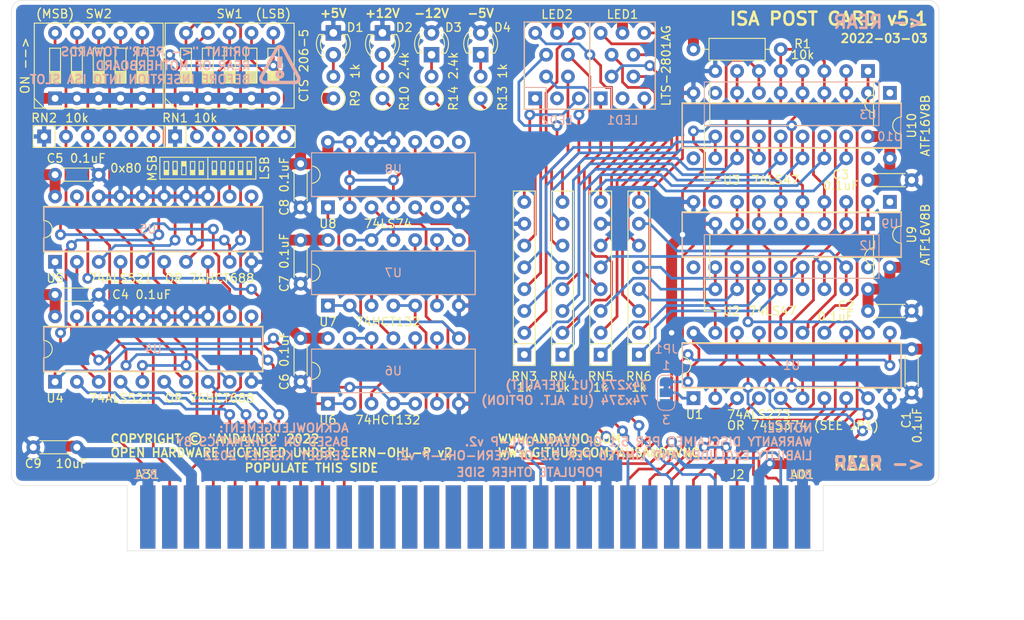
<source format=kicad_pcb>
(kicad_pcb (version 20171130) (host pcbnew "(5.1.4)-1")
  (title_block (title "ISA POST CARD v5.1") (date 2022-04-05) (rev 1) (comment 1 "NOTICE:\\nWARRANTY DISCLAIMED PER 5.1 OF CERN-OHL-P v2\\nLIABILITY EXCLUDED AND LIMITED PER 5.2 OF CERN-OHL-P v2\\nACKNOWLEDGEMENT: BASED ON SCHEMATICS BY SERGEY KISELEV 2012") (comment 2 WWW.GITHUB.COM/AUSANDAVNO) (comment 3 WWW.ANDAVNO.COM) (comment 4 "COPYRIGHT © \"ANDAVNO\" 2022"))
  (layers (0 F.Cu signal) (31 B.Cu signal) (34 B.Paste user hide) (35 F.Paste user hide) (36 B.SilkS user) (37 F.SilkS user) (38 B.Mask user) (39 F.Mask user) (44 Edge.Cuts user))
  (net 0 "")
  (net 1 "Net-(J2-PadA10)")
  (net 2 "Net-(J2-PadA01)")
  (net 3 "Net-(J2-PadB30)")
  (net 4 "Net-(J2-PadB28)")
  (net 5 "Net-(J2-PadB27)")
  (net 6 "Net-(J2-PadB26)")
  (net 7 "Net-(J2-PadB25)")
  (net 8 "Net-(J2-PadB24)")
  (net 9 "Net-(J2-PadB23)")
  (net 10 "Net-(J2-PadB22)")
  (net 11 "Net-(J2-PadB21)")
  (net 12 "Net-(J2-PadB20)")
  (net 13 "Net-(J2-PadB19)")
  (net 14 "Net-(J2-PadB18)")
  (net 15 "Net-(J2-PadB17)")
  (net 16 "Net-(J2-PadB16)")
  (net 17 "Net-(J2-PadB15)")
  (net 18 "Net-(J2-PadB14)")
  (net 19 "Net-(J2-PadB12)")
  (net 20 "Net-(J2-PadB11)")
  (net 21 "Net-(J2-PadB08)")
  (net 22 "Net-(J2-PadB06)")
  (net 23 "Net-(J2-PadB04)")
  (net 24 "Net-(J2-PadA21)")
  (net 25 "Net-(J2-PadA20)")
  (net 26 "Net-(J2-PadA19)")
  (net 27 "Net-(J2-PadA17)")
  (net 28 "Net-(J2-PadA16)")
  (net 29 "Net-(J2-PadA15)")
  (net 30 "Net-(J2-PadA14)")
  (net 31 "Net-(J2-PadA13)")
  (net 32 "Net-(J2-PadA12)")
  (net 33 GND)
  (net 34 /D0)
  (net 35 /D1)
  (net 36 /D2)
  (net 37 /D3)
  (net 38 /D4)
  (net 39 /D5)
  (net 40 /D6)
  (net 41 /D7)
  (net 42 +5V)
  (net 43 /A0)
  (net 44 /A1)
  (net 45 /A2)
  (net 46 /A3)
  (net 47 /A4)
  (net 48 /A5)
  (net 49 /A6)
  (net 50 /A7)
  (net 51 /A8)
  (net 52 /A9)
  (net 53 /Dig2_Seg_B)
  (net 54 /Dig2_Seg_A)
  (net 55 /Dig2_Seg_F)
  (net 56 /Dig2_Seg_E)
  (net 57 /Dig2_Seg_G)
  (net 58 /Dig2_Seg_C)
  (net 59 /Dig2_Seg_D)
  (net 60 /Dig1_Seg_E)
  (net 61 /Dig1_Seg_C)
  (net 62 /Dig1_Seg_D)
  (net 63 /Dig1_Seg_A)
  (net 64 /Dig1_Seg_G)
  (net 65 /Dig1_Seg_B)
  (net 66 /Dig1_Seg_F)
  (net 67 /+12V)
  (net 68 /-12V)
  (net 69 /-5V)
  (net 70 /CA4)
  (net 71 /CA3)
  (net 72 /CA2)
  (net 73 /CA1)
  (net 74 /CA0)
  (net 75 /CA9)
  (net 76 /CA8)
  (net 77 /CA7)
  (net 78 /CA6)
  (net 79 /CA5)
  (net 80 /Dig2_Seg_DP)
  (net 81 /Dig1_Seg_DP)
  (net 82 /LED_+5V)
  (net 83 /LED_+12V)
  (net 84 /LED_-12V)
  (net 85 /LED_-5V)
  (net 86 "Net-(J2-PadA18)")
  (net 87 /Dig1_Seg_E_Out)
  (net 88 /Dig1_Seg_C_Out)
  (net 89 /Dig1_Seg_D_Out)
  (net 90 /Dig1_Seg_A_Out)
  (net 91 /Dig1_Seg_G_Out)
  (net 92 /Dig1_Seg_B_Out)
  (net 93 /Dig1_Seg_F_Out)
  (net 94 /Dig2_Seg_B_Out)
  (net 95 /Dig2_Seg_A_Out)
  (net 96 /Dig2_Seg_F_Out)
  (net 97 /Dig2_Seg_E_Out)
  (net 98 /Dig2_Seg_G_Out)
  (net 99 /Dig2_Seg_C_Out)
  (net 100 /Dig2_Seg_D_Out)
  (net 101 /Dig2_BCD_A)
  (net 102 /Dig2_BCD_B)
  (net 103 /Dig2_BCD_C)
  (net 104 /Dig2_BCD_D)
  (net 105 /Dig1_BCD_A)
  (net 106 /Dig1_BCD_B)
  (net 107 /Dig1_BCD_C)
  (net 108 /Dig1_BCD_D)
  (net 109 /LS47_PULLUP)
  (net 110 "Net-(LED1-Pad3)")
  (net 111 "Net-(LED2-Pad3)")
  (net 112 "Net-(U4-Pad19)")
  (net 113 "Net-(U5-Pad19)")
  (net 114 "Net-(U8-Pad8)")
  (net 115 "Net-(U8-Pad6)")
  (net 116 "Net-(JP1-Pad2)")
  (net 117 /AEN)
  (net 118 /~IOW~)
  (net 119 /RESET)
  (net 120 /CLOCK_PULSE_ON_MATCH)
  (net 121 /7SEG_BLANKING)
  (net 122 /~RESET~)
  (net 123 "Net-(U10-Pad9)")
  (net 124 "Net-(U6-Pad6)")
  (net 125 "Net-(U6-Pad10)")
  (net 126 "Net-(U6-Pad8)")
  (net 127 "Net-(U7-Pad12)")
  (net 128 "Net-(U7-Pad6)")
  (net 129 "Net-(U7-Pad10)")
  (net 130 "Net-(U8-Pad9)")
  (net 131 "Net-(U9-Pad19)")
  (net 132 "Net-(U9-Pad9)")
  (net 133 "Net-(U9-Pad11)")
  (net 134 "Net-(U9-Pad1)")
  (net 135 "Net-(U10-Pad19)")
  (net 136 "Net-(U10-Pad11)")
  (net 137 "Net-(U10-Pad1)")
  (module Connector_PCBEdge:ISA_CARD_EDGE_CONNECTOR_8BIT_Rev1 (layer F.Cu) (at 188.595 126.365)
    (fp_text reference J2 (at -7.62 -8.89) (layer F.SilkS))
    (fp_text value Bus_ISA_8bit_AB_Rev0)
    (pad A12 connect rect (at -27.94 -3.81) (size 1.78 7.366) (drill (offset 0 -0.127)) (layers F.Cu F.Mask) (net 32 "Net-(J2-PadA12)"))
    (pad A13 connect rect (at -30.48 -3.81) (size 1.78 7.366) (drill (offset 0 -0.127)) (layers F.Cu F.Mask) (net 31 "Net-(J2-PadA13)"))
    (pad A14 connect rect (at -33.02 -3.81) (size 1.78 7.366) (drill (offset 0 -0.127)) (layers F.Cu F.Mask) (net 30 "Net-(J2-PadA14)"))
    (pad A15 connect rect (at -35.56 -3.81) (size 1.78 7.366) (drill (offset 0 -0.127)) (layers F.Cu F.Mask) (net 29 "Net-(J2-PadA15)"))
    (pad A16 connect rect (at -38.1 -3.81) (size 1.78 7.366) (drill (offset 0 -0.127)) (layers F.Cu F.Mask) (net 28 "Net-(J2-PadA16)"))
    (pad A17 connect rect (at -40.64 -3.81) (size 1.78 7.366) (drill (offset 0 -0.127)) (layers F.Cu F.Mask) (net 27 "Net-(J2-PadA17)"))
    (pad A18 connect rect (at -43.18 -3.81) (size 1.78 7.366) (drill (offset 0 -0.127)) (layers F.Cu F.Mask) (net 86 "Net-(J2-PadA18)"))
    (pad A19 connect rect (at -45.72 -3.81) (size 1.78 7.366) (drill (offset 0 -0.127)) (layers F.Cu F.Mask) (net 26 "Net-(J2-PadA19)"))
    (pad A20 connect rect (at -48.26 -3.81) (size 1.78 7.366) (drill (offset 0 -0.127)) (layers F.Cu F.Mask) (net 25 "Net-(J2-PadA20)"))
    (pad A21 connect rect (at -50.8 -3.81) (size 1.78 7.366) (drill (offset 0 -0.127)) (layers F.Cu F.Mask) (net 24 "Net-(J2-PadA21)"))
    (pad A22 connect rect (at -53.34 -3.81) (size 1.78 7.366) (drill (offset 0 -0.127)) (layers F.Cu F.Mask) (net 52 /A9))
    (pad A23 connect rect (at -55.88 -3.81) (size 1.78 7.366) (drill (offset 0 -0.127)) (layers F.Cu F.Mask) (net 51 /A8))
    (pad A24 connect rect (at -58.42 -3.81) (size 1.78 7.366) (drill (offset 0 -0.127)) (layers F.Cu F.Mask) (net 50 /A7))
    (pad A25 connect rect (at -60.96 -3.81) (size 1.78 7.366) (drill (offset 0 -0.127)) (layers F.Cu F.Mask) (net 49 /A6))
    (pad A26 connect rect (at -63.5 -3.81) (size 1.78 7.366) (drill (offset 0 -0.127)) (layers F.Cu F.Mask) (net 48 /A5))
    (pad A27 connect rect (at -66.04 -3.81) (size 1.78 7.366) (drill (offset 0 -0.127)) (layers F.Cu F.Mask) (net 47 /A4))
    (pad A28 connect rect (at -68.58 -3.81) (size 1.78 7.366) (drill (offset 0 -0.127)) (layers F.Cu F.Mask) (net 46 /A3))
    (pad A29 connect rect (at -71.12 -3.81) (size 1.78 7.366) (drill (offset 0 -0.127)) (layers F.Cu F.Mask) (net 45 /A2))
    (pad A30 connect rect (at -73.66 -3.81) (size 1.78 7.366) (drill (offset 0 -0.127)) (layers F.Cu F.Mask) (net 44 /A1))
    (pad A31 connect rect (at -76.2 -3.81) (size 1.78 7.366) (drill (offset 0 -0.127)) (layers F.Cu F.Mask) (net 43 /A0))
    (pad B01 connect rect (at 0 -3.81) (size 1.78 7.366) (drill (offset 0 -0.127)) (layers B.Cu B.Mask) (net 33 GND))
    (pad B02 connect rect (at -2.54 -3.81) (size 1.78 7.366) (drill (offset 0 -0.127)) (layers B.Cu B.Mask) (net 119 /RESET))
    (pad B03 connect rect (at -5.08 -3.81) (size 1.78 7.366) (drill (offset 0 -0.127)) (layers B.Cu B.Mask) (net 42 +5V))
    (pad B04 connect rect (at -7.62 -3.81) (size 1.78 7.366) (drill (offset 0 -0.127)) (layers B.Cu B.Mask) (net 23 "Net-(J2-PadB04)"))
    (pad B05 connect rect (at -10.16 -3.81) (size 1.78 7.366) (drill (offset 0 -0.127)) (layers B.Cu B.Mask) (net 69 /-5V))
    (pad B06 connect rect (at -12.7 -3.81) (size 1.78 7.366) (drill (offset 0 -0.127)) (layers B.Cu B.Mask) (net 22 "Net-(J2-PadB06)"))
    (pad B07 connect rect (at -15.24 -3.81) (size 1.78 7.366) (drill (offset 0 -0.127)) (layers B.Cu B.Mask) (net 68 /-12V))
    (pad B08 connect rect (at -17.78 -3.81) (size 1.78 7.366) (drill (offset 0 -0.127)) (layers B.Cu B.Mask) (net 21 "Net-(J2-PadB08)"))
    (pad B09 connect rect (at -20.32 -3.81) (size 1.78 7.366) (drill (offset 0 -0.127)) (layers B.Cu B.Mask) (net 67 /+12V))
    (pad B10 connect rect (at -22.86 -3.81) (size 1.78 7.366) (drill (offset 0 -0.127)) (layers B.Cu B.Mask) (net 33 GND))
    (pad B11 connect rect (at -25.4 -3.81) (size 1.78 7.366) (drill (offset 0 -0.127)) (layers B.Cu B.Mask) (net 20 "Net-(J2-PadB11)"))
    (pad B12 connect rect (at -27.94 -3.81) (size 1.78 7.366) (drill (offset 0 -0.127)) (layers B.Cu B.Mask) (net 19 "Net-(J2-PadB12)"))
    (pad B13 connect rect (at -30.48 -3.81) (size 1.78 7.366) (drill (offset 0 -0.127)) (layers B.Cu B.Mask) (net 118 /~IOW~))
    (pad B14 connect rect (at -33.02 -3.81) (size 1.78 7.366) (drill (offset 0 -0.127)) (layers B.Cu B.Mask) (net 18 "Net-(J2-PadB14)"))
    (pad B15 connect rect (at -35.56 -3.81) (size 1.78 7.366) (drill (offset 0 -0.127)) (layers B.Cu B.Mask) (net 17 "Net-(J2-PadB15)"))
    (pad B16 connect rect (at -38.1 -3.81) (size 1.78 7.366) (drill (offset 0 -0.127)) (layers B.Cu B.Mask) (net 16 "Net-(J2-PadB16)"))
    (pad B17 connect rect (at -40.64 -3.81) (size 1.78 7.366) (drill (offset 0 -0.127)) (layers B.Cu B.Mask) (net 15 "Net-(J2-PadB17)"))
    (pad B18 connect rect (at -43.18 -3.81) (size 1.78 7.366) (drill (offset 0 -0.127)) (layers B.Cu B.Mask) (net 14 "Net-(J2-PadB18)"))
    (pad B19 connect rect (at -45.72 -3.81) (size 1.78 7.366) (drill (offset 0 -0.127)) (layers B.Cu B.Mask) (net 13 "Net-(J2-PadB19)"))
    (pad B20 connect rect (at -48.26 -3.81) (size 1.78 7.366) (drill (offset 0 -0.127)) (layers B.Cu B.Mask) (net 12 "Net-(J2-PadB20)"))
    (pad B21 connect rect (at -50.8 -3.81) (size 1.78 7.366) (drill (offset 0 -0.127)) (layers B.Cu B.Mask) (net 11 "Net-(J2-PadB21)"))
    (pad B22 connect rect (at -53.34 -3.81) (size 1.78 7.366) (drill (offset 0 -0.127)) (layers B.Cu B.Mask) (net 10 "Net-(J2-PadB22)"))
    (pad B23 connect rect (at -55.88 -3.81) (size 1.78 7.366) (drill (offset 0 -0.127)) (layers B.Cu B.Mask) (net 9 "Net-(J2-PadB23)"))
    (pad B24 connect rect (at -58.42 -3.81) (size 1.78 7.366) (drill (offset 0 -0.127)) (layers B.Cu B.Mask) (net 8 "Net-(J2-PadB24)"))
    (pad B25 connect rect (at -60.96 -3.81) (size 1.78 7.366) (drill (offset 0 -0.127)) (layers B.Cu B.Mask) (net 7 "Net-(J2-PadB25)"))
    (pad B26 connect rect (at -63.5 -3.81) (size 1.78 7.366) (drill (offset 0 -0.127)) (layers B.Cu B.Mask) (net 6 "Net-(J2-PadB26)"))
    (pad B27 connect rect (at -66.04 -3.81) (size 1.78 7.366) (drill (offset 0 -0.127)) (layers B.Cu B.Mask) (net 5 "Net-(J2-PadB27)"))
    (pad B28 connect rect (at -68.58 -3.81) (size 1.78 7.366) (drill (offset 0 -0.127)) (layers B.Cu B.Mask) (net 4 "Net-(J2-PadB28)"))
    (pad B29 connect rect (at -71.12 -3.81) (size 1.78 7.366) (drill (offset 0 -0.127)) (layers B.Cu B.Mask) (net 42 +5V))
    (pad B30 connect rect (at -73.66 -3.81) (size 1.78 7.366) (drill (offset 0 -0.127)) (layers B.Cu B.Mask) (net 3 "Net-(J2-PadB30)"))
    (pad B31 smd rect (at -76.2 -3.81) (size 1.78 7.366) (drill (offset 0 -0.127)) (layers B.Cu B.Mask) (net 33 GND))
    (pad A01 connect rect (at 0 -3.81) (size 1.78 7.366) (drill (offset 0 -0.127)) (layers F.Cu F.Mask) (net 2 "Net-(J2-PadA01)"))
    (pad A02 connect rect (at -2.54 -3.81) (size 1.78 7.366) (drill (offset 0 -0.127)) (layers F.Cu F.Mask) (net 41 /D7))
    (pad A03 connect rect (at -5.08 -3.81) (size 1.78 7.366) (drill (offset 0 -0.127)) (layers F.Cu F.Mask) (net 40 /D6))
    (pad A04 connect rect (at -7.62 -3.81) (size 1.78 7.366) (drill (offset 0 -0.127)) (layers F.Cu F.Mask) (net 39 /D5))
    (pad A05 connect rect (at -10.16 -3.81) (size 1.78 7.366) (drill (offset 0 -0.127)) (layers F.Cu F.Mask) (net 38 /D4))
    (pad A06 connect rect (at -12.7 -3.81) (size 1.78 7.366) (drill (offset 0 -0.127)) (layers F.Cu F.Mask) (net 37 /D3))
    (pad A07 connect rect (at -15.24 -3.81) (size 1.78 7.366) (drill (offset 0 -0.127)) (layers F.Cu F.Mask) (net 36 /D2))
    (pad A08 connect rect (at -17.78 -3.81) (size 1.78 7.366) (drill (offset 0 -0.127)) (layers F.Cu F.Mask) (net 35 /D1))
    (pad A09 connect rect (at -20.32 -3.81) (size 1.78 7.366) (drill (offset 0 -0.127)) (layers F.Cu F.Mask) (net 34 /D0))
    (pad A10 connect rect (at -22.86 -3.81) (size 1.78 7.366) (drill (offset 0 -0.127)) (layers F.Cu F.Mask) (net 1 "Net-(J2-PadA10)"))
    (pad A11 connect rect (at -25.4 -3.81) (size 1.78 7.366) (drill (offset 0 -0.127)) (layers F.Cu F.Mask) (net 117 /AEN))
  )
  (module Package_DIP:DIP-14_W7.62mm (layer F.Cu) (at 133.35 97.79 90)
    (fp_text reference U7 (at -1.905 0 180) (layer F.SilkS))
    (fp_text value 74HCT132 (at -1.905 6.985 180) (layer F.SilkS))
    (fp_text user %R (at 3.81 7.62 180) (layer B.SilkS) (effects (justify mirror)))
    (pad 14 thru_hole oval (at 7.62 0 90) (size 1.6 1.6) (drill 0.8) (layers *.Cu *.Mask) (net 42 +5V))
    (pad 7 thru_hole oval (at 0 15.24 90) (size 1.6 1.6) (drill 0.8) (layers *.Cu *.Mask) (net 33 GND))
    (pad 13 thru_hole oval (at 7.62 2.54 90) (size 1.6 1.6) (drill 0.8) (layers *.Cu *.Mask) (net 127 "Net-(U7-Pad12)"))
    (pad 6 thru_hole oval (at 0 12.7 90) (size 1.6 1.6) (drill 0.8) (layers *.Cu *.Mask) (net 128 "Net-(U7-Pad6)"))
    (pad 12 thru_hole oval (at 7.62 5.08 90) (size 1.6 1.6) (drill 0.8) (layers *.Cu *.Mask) (net 127 "Net-(U7-Pad12)"))
    (pad 5 thru_hole oval (at 0 10.16 90) (size 1.6 1.6) (drill 0.8) (layers *.Cu *.Mask) (net 118 /~IOW~))
    (pad 11 thru_hole oval (at 7.62 7.62 90) (size 1.6 1.6) (drill 0.8) (layers *.Cu *.Mask) (net 120 /CLOCK_PULSE_ON_MATCH))
    (pad 4 thru_hole oval (at 0 7.62 90) (size 1.6 1.6) (drill 0.8) (layers *.Cu *.Mask) (net 118 /~IOW~))
    (pad 10 thru_hole oval (at 7.62 10.16 90) (size 1.6 1.6) (drill 0.8) (layers *.Cu *.Mask) (net 129 "Net-(U7-Pad10)"))
    (pad 3 thru_hole oval (at 0 5.08 90) (size 1.6 1.6) (drill 0.8) (layers *.Cu *.Mask) (net 129 "Net-(U7-Pad10)"))
    (pad 9 thru_hole oval (at 7.62 12.7 90) (size 1.6 1.6) (drill 0.8) (layers *.Cu *.Mask) (net 128 "Net-(U7-Pad6)"))
    (pad 2 thru_hole oval (at 0 2.54 90) (size 1.6 1.6) (drill 0.8) (layers *.Cu *.Mask) (net 126 "Net-(U6-Pad8)"))
    (pad 8 thru_hole oval (at 7.62 15.24 90) (size 1.6 1.6) (drill 0.8) (layers *.Cu *.Mask) (net 127 "Net-(U7-Pad12)"))
    (pad 1 thru_hole rect (at 0 0 90) (size 1.6 1.6) (drill 0.8) (layers *.Cu *.Mask) (net 126 "Net-(U6-Pad8)"))
  )
  (module Capacitor_THT:C_Disc_D4.3mm_W1.9mm_P5.08mm (layer F.Cu) (at 104.14 114.3 180)
    (fp_text reference C9 (at 5.08 -1.905) (layer F.SilkS))
    (fp_text value 10uF (at 0.635 -1.905) (layer F.SilkS))
    (pad 2 thru_hole circle (at 5.08 0 180) (size 1.6 1.6) (drill 0.8) (layers *.Cu *.Mask) (net 33 GND))
    (pad 1 thru_hole circle (at 0 0 180) (size 1.6 1.6) (drill 0.8) (layers *.Cu *.Mask) (net 42 +5V))
  )
  (module Capacitor_THT:C_Disc_D4.3mm_W1.9mm_P5.08mm (layer F.Cu) (at 130.175 81.28 270)
    (fp_text reference C8 (at 5.08 1.905 90) (layer F.SilkS))
    (fp_text value 0.1uF (at 1.27 1.905 90) (layer F.SilkS))
    (pad 2 thru_hole circle (at 5.08 0 270) (size 1.6 1.6) (drill 0.8) (layers *.Cu *.Mask) (net 33 GND))
    (pad 1 thru_hole circle (at 0 0 270) (size 1.6 1.6) (drill 0.8) (layers *.Cu *.Mask) (net 42 +5V))
  )
  (module Display_7Segment:LTS-2801AG (layer F.Cu) (at 165.1 73.66)
    (fp_text reference LED1 (at 2.54 -9.779) (layer F.SilkS))
    (fp_text value LTS-2801AG (at 7.62 -3.81 90) (layer F.SilkS))
    (fp_text user %R (at 2.54 2.54 -180) (layer B.SilkS) (effects (justify mirror)))
    (pad 10 thru_hole circle (at 0 -7.62) (size 1.6 1.6) (drill 0.8) (layers *.Cu *.Mask) (net 55 /Dig2_Seg_F))
    (pad 9 thru_hole circle (at 1.27 -5.08) (size 1.6 1.6) (drill 0.8) (layers *.Cu *.Mask) (net 57 /Dig2_Seg_G))
    (pad 8 thru_hole circle (at 2.54 -7.62) (size 1.6 1.6) (drill 0.8) (layers *.Cu *.Mask) (net 42 +5V))
    (pad 7 thru_hole circle (at 3.81 -5.08) (size 1.6 1.6) (drill 0.8) (layers *.Cu *.Mask) (net 54 /Dig2_Seg_A))
    (pad 6 thru_hole circle (at 5.08 -7.62) (size 1.6 1.6) (drill 0.8) (layers *.Cu *.Mask) (net 53 /Dig2_Seg_B))
    (pad 5 thru_hole circle (at 5.08 0) (size 1.6 1.6) (drill 0.8) (layers *.Cu *.Mask) (net 80 /Dig2_Seg_DP))
    (pad 4 thru_hole circle (at 3.81 -2.54) (size 1.6 1.6) (drill 0.8) (layers *.Cu *.Mask) (net 58 /Dig2_Seg_C))
    (pad 3 thru_hole circle (at 2.54 0) (size 1.6 1.6) (drill 0.8) (layers *.Cu *.Mask) (net 110 "Net-(LED1-Pad3)"))
    (pad 2 thru_hole circle (at 1.27 -2.54) (size 1.6 1.6) (drill 0.8) (layers *.Cu *.Mask) (net 59 /Dig2_Seg_D))
    (pad 1 thru_hole rect (at 0 0) (size 1.6 1.6) (drill 0.8) (layers *.Cu *.Mask) (net 56 /Dig2_Seg_E))
  )
  (module Package_DIP:DIP-14_W7.62mm (layer F.Cu) (at 133.35 86.36 90)
    (fp_text reference U8 (at -1.905 0 180) (layer F.SilkS))
    (fp_text value 74LS74 (at -1.905 6.985 180) (layer F.SilkS))
    (fp_text user %R (at 4.445 7.62 180) (layer B.SilkS) (effects (justify mirror)))
    (pad 14 thru_hole oval (at 7.62 0 90) (size 1.6 1.6) (drill 0.8) (layers *.Cu *.Mask) (net 42 +5V))
    (pad 7 thru_hole oval (at 0 15.24 90) (size 1.6 1.6) (drill 0.8) (layers *.Cu *.Mask) (net 33 GND))
    (pad 13 thru_hole oval (at 7.62 2.54 90) (size 1.6 1.6) (drill 0.8) (layers *.Cu *.Mask) (net 42 +5V))
    (pad 6 thru_hole oval (at 0 12.7 90) (size 1.6 1.6) (drill 0.8) (layers *.Cu *.Mask) (net 115 "Net-(U8-Pad6)"))
    (pad 12 thru_hole oval (at 7.62 5.08 90) (size 1.6 1.6) (drill 0.8) (layers *.Cu *.Mask) (net 33 GND))
    (pad 5 thru_hole oval (at 0 10.16 90) (size 1.6 1.6) (drill 0.8) (layers *.Cu *.Mask) (net 121 /7SEG_BLANKING))
    (pad 11 thru_hole oval (at 7.62 7.62 90) (size 1.6 1.6) (drill 0.8) (layers *.Cu *.Mask) (net 33 GND))
    (pad 4 thru_hole oval (at 0 7.62 90) (size 1.6 1.6) (drill 0.8) (layers *.Cu *.Mask) (net 42 +5V))
    (pad 10 thru_hole oval (at 7.62 10.16 90) (size 1.6 1.6) (drill 0.8) (layers *.Cu *.Mask) (net 42 +5V))
    (pad 3 thru_hole oval (at 0 5.08 90) (size 1.6 1.6) (drill 0.8) (layers *.Cu *.Mask) (net 120 /CLOCK_PULSE_ON_MATCH))
    (pad 9 thru_hole oval (at 7.62 12.7 90) (size 1.6 1.6) (drill 0.8) (layers *.Cu *.Mask) (net 130 "Net-(U8-Pad9)"))
    (pad 2 thru_hole oval (at 0 2.54 90) (size 1.6 1.6) (drill 0.8) (layers *.Cu *.Mask) (net 42 +5V))
    (pad 8 thru_hole oval (at 7.62 15.24 90) (size 1.6 1.6) (drill 0.8) (layers *.Cu *.Mask) (net 114 "Net-(U8-Pad8)"))
    (pad 1 thru_hole rect (at 0 0 90) (size 1.6 1.6) (drill 0.8) (layers *.Cu *.Mask) (net 122 /~RESET~))
  )
  (module Package_DIP:DIP-20_W7.62mm (layer F.Cu) (at 175.895 108.585 90)
    (fp_text reference U1 (at -1.905 0.127 180) (layer F.SilkS))
    (fp_text value 74ALS273 (at -1.905 3.81 180) (layer F.SilkS) (effects (justify left)))
    (fp_text user %R (at 3.81 11.43 180) (layer B.SilkS) (effects (justify mirror)))
    (pad 20 thru_hole oval (at 7.62 0 90) (size 1.6 1.6) (drill 0.8) (layers *.Cu *.Mask) (net 42 +5V))
    (pad 10 thru_hole oval (at 0 22.86 90) (size 1.6 1.6) (drill 0.8) (layers *.Cu *.Mask) (net 33 GND))
    (pad 19 thru_hole oval (at 7.62 2.54 90) (size 1.6 1.6) (drill 0.8) (layers *.Cu *.Mask) (net 108 /Dig1_BCD_D))
    (pad 9 thru_hole oval (at 0 20.32 90) (size 1.6 1.6) (drill 0.8) (layers *.Cu *.Mask) (net 104 /Dig2_BCD_D))
    (pad 18 thru_hole oval (at 7.62 5.08 90) (size 1.6 1.6) (drill 0.8) (layers *.Cu *.Mask) (net 41 /D7))
    (pad 8 thru_hole oval (at 0 17.78 90) (size 1.6 1.6) (drill 0.8) (layers *.Cu *.Mask) (net 37 /D3))
    (pad 17 thru_hole oval (at 7.62 7.62 90) (size 1.6 1.6) (drill 0.8) (layers *.Cu *.Mask) (net 40 /D6))
    (pad 7 thru_hole oval (at 0 15.24 90) (size 1.6 1.6) (drill 0.8) (layers *.Cu *.Mask) (net 36 /D2))
    (pad 16 thru_hole oval (at 7.62 10.16 90) (size 1.6 1.6) (drill 0.8) (layers *.Cu *.Mask) (net 107 /Dig1_BCD_C))
    (pad 6 thru_hole oval (at 0 12.7 90) (size 1.6 1.6) (drill 0.8) (layers *.Cu *.Mask) (net 103 /Dig2_BCD_C))
    (pad 15 thru_hole oval (at 7.62 12.7 90) (size 1.6 1.6) (drill 0.8) (layers *.Cu *.Mask) (net 106 /Dig1_BCD_B))
    (pad 5 thru_hole oval (at 0 10.16 90) (size 1.6 1.6) (drill 0.8) (layers *.Cu *.Mask) (net 102 /Dig2_BCD_B))
    (pad 14 thru_hole oval (at 7.62 15.24 90) (size 1.6 1.6) (drill 0.8) (layers *.Cu *.Mask) (net 39 /D5))
    (pad 4 thru_hole oval (at 0 7.62 90) (size 1.6 1.6) (drill 0.8) (layers *.Cu *.Mask) (net 35 /D1))
    (pad 13 thru_hole oval (at 7.62 17.78 90) (size 1.6 1.6) (drill 0.8) (layers *.Cu *.Mask) (net 38 /D4))
    (pad 3 thru_hole oval (at 0 5.08 90) (size 1.6 1.6) (drill 0.8) (layers *.Cu *.Mask) (net 34 /D0))
    (pad 12 thru_hole oval (at 7.62 20.32 90) (size 1.6 1.6) (drill 0.8) (layers *.Cu *.Mask) (net 105 /Dig1_BCD_A))
    (pad 2 thru_hole oval (at 0 2.54 90) (size 1.6 1.6) (drill 0.8) (layers *.Cu *.Mask) (net 101 /Dig2_BCD_A))
    (pad 11 thru_hole oval (at 7.62 22.86 90) (size 1.6 1.6) (drill 0.8) (layers *.Cu *.Mask) (net 120 /CLOCK_PULSE_ON_MATCH))
    (pad 1 thru_hole rect (at 0 0 90) (size 1.6 1.6) (drill 0.8) (layers *.Cu *.Mask) (net 116 "Net-(JP1-Pad2)"))
  )
  (module Jumper:SolderJumper-3_P1.3mm_Bridged12_RoundedPad1.0x1.5mm_NumberLabels (layer B.Cu) (at 172.72 107.95 270)
    (fp_text reference JP1 (at -5.08 0 180) (layer B.SilkS) (effects (justify mirror)))
    (fp_text value SolderJumper_3_Bridged12)
    (fp_poly (pts (xy -0.9 0.3) (xy -0.4 0.3) (xy -0.4 -0.3) (xy -0.9 -0.3)) (layer B.Cu) (width 0))
    (fp_text user 1 (at -3.175 0) (layer B.SilkS) (effects (justify mirror)))
    (fp_text user 3 (at 3.175 0 180) (layer B.SilkS) (effects (justify mirror)))
    (pad 1 smd custom (at -1.3 0 270) (size 1 0.5) (layers B.Cu B.Mask) (net 42 +5V) (options (clearance outline) (anchor rect)) (primitives (gr_poly (pts (xy 0.55 0.75) (xy 0 0.75) (xy 0 -0.75) (xy 0.55 -0.75)) (width 0)) (gr_circle (center 0 -0.25) (end 0.5 -0.25) (width 0)) (gr_circle (center 0 0.25) (end 0.5 0.25) (width 0))))
    (pad 2 smd rect (at 0 0 270) (size 1 1.5) (layers B.Cu B.Mask) (net 116 "Net-(JP1-Pad2)"))
    (pad 3 smd custom (at 1.3 0 270) (size 1 0.5) (layers B.Cu B.Mask) (net 33 GND) (options (clearance outline) (anchor rect)) (primitives (gr_circle (center 0 -0.25) (end 0.5 -0.25) (width 0)) (gr_circle (center 0 0.25) (end 0.5 0.25) (width 0)) (gr_poly (pts (xy -0.55 0.75) (xy 0 0.75) (xy 0 -0.75) (xy -0.55 -0.75)) (width 0))))
  )
  (module Package_DIP:DIP-14_W7.62mm (layer F.Cu) (at 133.35 109.22 90)
    (fp_text reference U6 (at -1.905 0) (layer F.SilkS))
    (fp_text value 74HCT132 (at -1.905 6.985) (layer F.SilkS))
    (fp_text user %R (at 3.81 7.62 180) (layer B.SilkS) (effects (justify mirror)))
    (pad 14 thru_hole oval (at 7.62 0 90) (size 1.6 1.6) (drill 0.8) (layers *.Cu *.Mask) (net 42 +5V))
    (pad 7 thru_hole oval (at 0 15.24 90) (size 1.6 1.6) (drill 0.8) (layers *.Cu *.Mask) (net 33 GND))
    (pad 13 thru_hole oval (at 7.62 2.54 90) (size 1.6 1.6) (drill 0.8) (layers *.Cu *.Mask) (net 119 /RESET))
    (pad 6 thru_hole oval (at 0 12.7 90) (size 1.6 1.6) (drill 0.8) (layers *.Cu *.Mask) (net 124 "Net-(U6-Pad6)"))
    (pad 12 thru_hole oval (at 7.62 5.08 90) (size 1.6 1.6) (drill 0.8) (layers *.Cu *.Mask) (net 119 /RESET))
    (pad 5 thru_hole oval (at 0 10.16 90) (size 1.6 1.6) (drill 0.8) (layers *.Cu *.Mask) (net 112 "Net-(U4-Pad19)"))
    (pad 11 thru_hole oval (at 7.62 7.62 90) (size 1.6 1.6) (drill 0.8) (layers *.Cu *.Mask) (net 122 /~RESET~))
    (pad 4 thru_hole oval (at 0 7.62 90) (size 1.6 1.6) (drill 0.8) (layers *.Cu *.Mask) (net 112 "Net-(U4-Pad19)"))
    (pad 10 thru_hole oval (at 7.62 10.16 90) (size 1.6 1.6) (drill 0.8) (layers *.Cu *.Mask) (net 125 "Net-(U6-Pad10)"))
    (pad 3 thru_hole oval (at 0 5.08 90) (size 1.6 1.6) (drill 0.8) (layers *.Cu *.Mask) (net 125 "Net-(U6-Pad10)"))
    (pad 9 thru_hole oval (at 7.62 12.7 90) (size 1.6 1.6) (drill 0.8) (layers *.Cu *.Mask) (net 124 "Net-(U6-Pad6)"))
    (pad 2 thru_hole oval (at 0 2.54 90) (size 1.6 1.6) (drill 0.8) (layers *.Cu *.Mask) (net 113 "Net-(U5-Pad19)"))
    (pad 8 thru_hole oval (at 7.62 15.24 90) (size 1.6 1.6) (drill 0.8) (layers *.Cu *.Mask) (net 126 "Net-(U6-Pad8)"))
    (pad 1 thru_hole rect (at 0 0 90) (size 1.6 1.6) (drill 0.8) (layers *.Cu *.Mask) (net 113 "Net-(U5-Pad19)"))
  )
  (module Resistor_THT:R_Array_SIP8 (layer F.Cu) (at 165.1 103.505 90)
    (fp_text reference RN5 (at -2.54 0 180) (layer F.SilkS))
    (fp_text value 1k (at -3.81 0 180) (layer F.SilkS))
    (pad 1 thru_hole rect (at 0 0 90) (size 1.6 1.6) (drill 0.8) (layers *.Cu *.Mask) (net 99 /Dig2_Seg_C_Out))
    (pad 2 thru_hole oval (at 2.54 0 90) (size 1.6 1.6) (drill 0.8) (layers *.Cu *.Mask) (net 58 /Dig2_Seg_C))
    (pad 3 thru_hole oval (at 5.08 0 90) (size 1.6 1.6) (drill 0.8) (layers *.Cu *.Mask) (net 97 /Dig2_Seg_E_Out))
    (pad 4 thru_hole oval (at 7.62 0 90) (size 1.6 1.6) (drill 0.8) (layers *.Cu *.Mask) (net 56 /Dig2_Seg_E))
    (pad 5 thru_hole oval (at 10.16 0 90) (size 1.6 1.6) (drill 0.8) (layers *.Cu *.Mask) (net 98 /Dig2_Seg_G_Out))
    (pad 6 thru_hole oval (at 12.7 0 90) (size 1.6 1.6) (drill 0.8) (layers *.Cu *.Mask) (net 57 /Dig2_Seg_G))
    (pad 7 thru_hole oval (at 15.24 0 90) (size 1.6 1.6) (drill 0.8) (layers *.Cu *.Mask) (net 33 GND))
    (pad 8 thru_hole oval (at 17.78 0 90) (size 1.6 1.6) (drill 0.8) (layers *.Cu *.Mask) (net 80 /Dig2_Seg_DP))
  )
  (module Resistor_THT:R_Axial_DIN0207_L6.3mm_D2.5mm_P2.54mm_Vertical (layer F.Cu) (at 145.415 73.66 90)
    (fp_text reference R14 (at 0 2.54 90) (layer F.SilkS))
    (fp_text value 2.4k (at 3.81 2.54 90) (layer F.SilkS))
    (pad 2 thru_hole oval (at 2.54 0 90) (size 1.6 1.6) (drill 0.8) (layers *.Cu *.Mask) (net 84 /LED_-12V))
    (pad 1 thru_hole circle (at 0 0 90) (size 1.6 1.6) (drill 0.8) (layers *.Cu *.Mask) (net 68 /-12V))
  )
  (module Resistor_THT:R_Axial_DIN0207_L6.3mm_D2.5mm_P2.54mm_Vertical (layer F.Cu) (at 151.13 73.66 90)
    (fp_text reference R13 (at 0 2.54 270) (layer F.SilkS))
    (fp_text value 1k (at 3.175 2.54 90) (layer F.SilkS))
    (pad 2 thru_hole oval (at 2.54 0 90) (size 1.6 1.6) (drill 0.8) (layers *.Cu *.Mask) (net 85 /LED_-5V))
    (pad 1 thru_hole circle (at 0 0 90) (size 1.6 1.6) (drill 0.8) (layers *.Cu *.Mask) (net 69 /-5V))
  )
  (module Resistor_THT:R_Axial_DIN0207_L6.3mm_D2.5mm_P2.54mm_Vertical (layer F.Cu) (at 139.7 73.66 90)
    (fp_text reference R10 (at 0 2.54 90) (layer F.SilkS))
    (fp_text value 2.4k (at 3.81 2.54 90) (layer F.SilkS))
    (pad 2 thru_hole oval (at 2.54 0 90) (size 1.6 1.6) (drill 0.8) (layers *.Cu *.Mask) (net 83 /LED_+12V))
    (pad 1 thru_hole circle (at 0 0 90) (size 1.6 1.6) (drill 0.8) (layers *.Cu *.Mask) (net 67 /+12V))
  )
  (module Resistor_THT:R_Axial_DIN0207_L6.3mm_D2.5mm_P2.54mm_Vertical (layer F.Cu) (at 133.985 73.66 90)
    (fp_text reference R9 (at 0 2.54 90) (layer F.SilkS))
    (fp_text value 1k (at 3.175 2.54 90) (layer F.SilkS))
    (pad 2 thru_hole oval (at 2.54 0 90) (size 1.6 1.6) (drill 0.8) (layers *.Cu *.Mask) (net 82 /LED_+5V))
    (pad 1 thru_hole circle (at 0 0 90) (size 1.6 1.6) (drill 0.8) (layers *.Cu *.Mask) (net 42 +5V))
  )
  (module Display_7Segment:LTS-2801AG (layer F.Cu) (at 157.48 73.66)
    (fp_text reference LED2 (at 2.54 -9.779) (layer F.SilkS))
    (fp_text value LTS-2801AG)
    (fp_text user %R (at 2.54 2.54) (layer B.SilkS) (effects (justify mirror)))
    (pad 10 thru_hole circle (at 0 -7.62) (size 1.6 1.6) (drill 0.8) (layers *.Cu *.Mask) (net 66 /Dig1_Seg_F))
    (pad 9 thru_hole circle (at 1.27 -5.08) (size 1.6 1.6) (drill 0.8) (layers *.Cu *.Mask) (net 64 /Dig1_Seg_G))
    (pad 8 thru_hole circle (at 2.54 -7.62) (size 1.6 1.6) (drill 0.8) (layers *.Cu *.Mask) (net 42 +5V))
    (pad 7 thru_hole circle (at 3.81 -5.08) (size 1.6 1.6) (drill 0.8) (layers *.Cu *.Mask) (net 63 /Dig1_Seg_A))
    (pad 6 thru_hole circle (at 5.08 -7.62) (size 1.6 1.6) (drill 0.8) (layers *.Cu *.Mask) (net 65 /Dig1_Seg_B))
    (pad 5 thru_hole circle (at 5.08 0) (size 1.6 1.6) (drill 0.8) (layers *.Cu *.Mask) (net 81 /Dig1_Seg_DP))
    (pad 4 thru_hole circle (at 3.81 -2.54) (size 1.6 1.6) (drill 0.8) (layers *.Cu *.Mask) (net 61 /Dig1_Seg_C))
    (pad 3 thru_hole circle (at 2.54 0) (size 1.6 1.6) (drill 0.8) (layers *.Cu *.Mask) (net 111 "Net-(LED2-Pad3)"))
    (pad 2 thru_hole circle (at 1.27 -2.54) (size 1.6 1.6) (drill 0.8) (layers *.Cu *.Mask) (net 62 /Dig1_Seg_D))
    (pad 1 thru_hole rect (at 0 0) (size 1.6 1.6) (drill 0.8) (layers *.Cu *.Mask) (net 60 /Dig1_Seg_E))
  )
  (module Package_DIP:DIP-16_W7.62mm (layer F.Cu) (at 196.215 88.265 270)
    (fp_text reference U2 (at 10.16 15.875 180) (layer F.SilkS))
    (fp_text value 74LS47 (at 10.16 11.1125 180) (layer F.SilkS))
    (fp_text user %R (at 2.54 0 180) (layer B.SilkS) (effects (justify mirror)))
    (pad 16 thru_hole oval (at 7.62 0 270) (size 1.6 1.6) (drill 0.8) (layers *.Cu *.Mask) (net 42 +5V))
    (pad 8 thru_hole oval (at 0 17.78 270) (size 1.6 1.6) (drill 0.8) (layers *.Cu *.Mask) (net 33 GND))
    (pad 15 thru_hole oval (at 7.62 2.54 270) (size 1.6 1.6) (drill 0.8) (layers *.Cu *.Mask) (net 96 /Dig2_Seg_F_Out))
    (pad 7 thru_hole oval (at 0 15.24 270) (size 1.6 1.6) (drill 0.8) (layers *.Cu *.Mask) (net 101 /Dig2_BCD_A))
    (pad 14 thru_hole oval (at 7.62 5.08 270) (size 1.6 1.6) (drill 0.8) (layers *.Cu *.Mask) (net 98 /Dig2_Seg_G_Out))
    (pad 6 thru_hole oval (at 0 12.7 270) (size 1.6 1.6) (drill 0.8) (layers *.Cu *.Mask) (net 104 /Dig2_BCD_D))
    (pad 13 thru_hole oval (at 7.62 7.62 270) (size 1.6 1.6) (drill 0.8) (layers *.Cu *.Mask) (net 95 /Dig2_Seg_A_Out))
    (pad 5 thru_hole oval (at 0 10.16 270) (size 1.6 1.6) (drill 0.8) (layers *.Cu *.Mask) (net 109 /LS47_PULLUP))
    (pad 12 thru_hole oval (at 7.62 10.16 270) (size 1.6 1.6) (drill 0.8) (layers *.Cu *.Mask) (net 94 /Dig2_Seg_B_Out))
    (pad 4 thru_hole oval (at 0 7.62 270) (size 1.6 1.6) (drill 0.8) (layers *.Cu *.Mask) (net 121 /7SEG_BLANKING))
    (pad 11 thru_hole oval (at 7.62 12.7 270) (size 1.6 1.6) (drill 0.8) (layers *.Cu *.Mask) (net 99 /Dig2_Seg_C_Out))
    (pad 3 thru_hole oval (at 0 5.08 270) (size 1.6 1.6) (drill 0.8) (layers *.Cu *.Mask) (net 109 /LS47_PULLUP))
    (pad 10 thru_hole oval (at 7.62 15.24 270) (size 1.6 1.6) (drill 0.8) (layers *.Cu *.Mask) (net 100 /Dig2_Seg_D_Out))
    (pad 2 thru_hole oval (at 0 2.54 270) (size 1.6 1.6) (drill 0.8) (layers *.Cu *.Mask) (net 103 /Dig2_BCD_C))
    (pad 9 thru_hole oval (at 7.62 17.78 270) (size 1.6 1.6) (drill 0.8) (layers *.Cu *.Mask) (net 97 /Dig2_Seg_E_Out))
    (pad 1 thru_hole rect (at 0 0 270) (size 1.6 1.6) (drill 0.8) (layers *.Cu *.Mask) (net 102 /Dig2_BCD_B))
  )
  (module Resistor_THT:R_Array_SIP8 (layer F.Cu) (at 169.545 103.505 90)
    (fp_text reference RN6 (at -2.54 0 180) (layer F.SilkS))
    (fp_text value 1k (at -3.81 0 180) (layer F.SilkS))
    (pad 1 thru_hole rect (at 0 0 90) (size 1.6 1.6) (drill 0.8) (layers *.Cu *.Mask) (net 94 /Dig2_Seg_B_Out))
    (pad 2 thru_hole oval (at 2.54 0 90) (size 1.6 1.6) (drill 0.8) (layers *.Cu *.Mask) (net 53 /Dig2_Seg_B))
    (pad 3 thru_hole oval (at 5.08 0 90) (size 1.6 1.6) (drill 0.8) (layers *.Cu *.Mask) (net 59 /Dig2_Seg_D))
    (pad 4 thru_hole oval (at 7.62 0 90) (size 1.6 1.6) (drill 0.8) (layers *.Cu *.Mask) (net 100 /Dig2_Seg_D_Out))
    (pad 5 thru_hole oval (at 10.16 0 90) (size 1.6 1.6) (drill 0.8) (layers *.Cu *.Mask) (net 95 /Dig2_Seg_A_Out))
    (pad 6 thru_hole oval (at 12.7 0 90) (size 1.6 1.6) (drill 0.8) (layers *.Cu *.Mask) (net 54 /Dig2_Seg_A))
    (pad 7 thru_hole oval (at 15.24 0 90) (size 1.6 1.6) (drill 0.8) (layers *.Cu *.Mask) (net 96 /Dig2_Seg_F_Out))
    (pad 8 thru_hole oval (at 17.78 0 90) (size 1.6 1.6) (drill 0.8) (layers *.Cu *.Mask) (net 55 /Dig2_Seg_F))
  )
  (module Resistor_THT:R_Array_SIP8 (layer F.Cu) (at 160.655 103.505 90)
    (fp_text reference RN4 (at -2.54 0 180) (layer F.SilkS))
    (fp_text value 1k (at -3.81 0 180) (layer F.SilkS))
    (pad 1 thru_hole rect (at 0 0 90) (size 1.6 1.6) (drill 0.8) (layers *.Cu *.Mask) (net 93 /Dig1_Seg_F_Out))
    (pad 2 thru_hole oval (at 2.54 0 90) (size 1.6 1.6) (drill 0.8) (layers *.Cu *.Mask) (net 66 /Dig1_Seg_F))
    (pad 3 thru_hole oval (at 5.08 0 90) (size 1.6 1.6) (drill 0.8) (layers *.Cu *.Mask) (net 90 /Dig1_Seg_A_Out))
    (pad 4 thru_hole oval (at 7.62 0 90) (size 1.6 1.6) (drill 0.8) (layers *.Cu *.Mask) (net 63 /Dig1_Seg_A))
    (pad 5 thru_hole oval (at 10.16 0 90) (size 1.6 1.6) (drill 0.8) (layers *.Cu *.Mask) (net 88 /Dig1_Seg_C_Out))
    (pad 6 thru_hole oval (at 12.7 0 90) (size 1.6 1.6) (drill 0.8) (layers *.Cu *.Mask) (net 61 /Dig1_Seg_C))
    (pad 7 thru_hole oval (at 15.24 0 90) (size 1.6 1.6) (drill 0.8) (layers *.Cu *.Mask) (net 89 /Dig1_Seg_D_Out))
    (pad 8 thru_hole oval (at 17.78 0 90) (size 1.6 1.6) (drill 0.8) (layers *.Cu *.Mask) (net 62 /Dig1_Seg_D))
  )
  (module Resistor_THT:R_Array_SIP8 (layer F.Cu) (at 156.21 103.505 90)
    (fp_text reference RN3 (at -2.54 0 180) (layer F.SilkS))
    (fp_text value 1k (at -3.81 0 180) (layer F.SilkS))
    (pad 1 thru_hole rect (at 0 0 90) (size 1.6 1.6) (drill 0.8) (layers *.Cu *.Mask) (net 91 /Dig1_Seg_G_Out))
    (pad 2 thru_hole oval (at 2.54 0 90) (size 1.6 1.6) (drill 0.8) (layers *.Cu *.Mask) (net 64 /Dig1_Seg_G))
    (pad 3 thru_hole oval (at 5.08 0 90) (size 1.6 1.6) (drill 0.8) (layers *.Cu *.Mask) (net 92 /Dig1_Seg_B_Out))
    (pad 4 thru_hole oval (at 7.62 0 90) (size 1.6 1.6) (drill 0.8) (layers *.Cu *.Mask) (net 65 /Dig1_Seg_B))
    (pad 5 thru_hole oval (at 10.16 0 90) (size 1.6 1.6) (drill 0.8) (layers *.Cu *.Mask) (net 87 /Dig1_Seg_E_Out))
    (pad 6 thru_hole oval (at 12.7 0 90) (size 1.6 1.6) (drill 0.8) (layers *.Cu *.Mask) (net 60 /Dig1_Seg_E))
    (pad 7 thru_hole oval (at 15.24 0 90) (size 1.6 1.6) (drill 0.8) (layers *.Cu *.Mask) (net 33 GND))
    (pad 8 thru_hole oval (at 17.78 0 90) (size 1.6 1.6) (drill 0.8) (layers *.Cu *.Mask) (net 81 /Dig1_Seg_DP))
  )
  (module Button_Switch_THT:SW_DIP_SPSTx05_Slide_9.78x14.88mm_W7.62mm_P2.54mm (layer F.Cu) (at 101.6 73.66 90)
    (fp_text reference SW2 (at 9.8425 5.08 180) (layer F.SilkS))
    (fp_text value SW_DIP_x05)
    (pad 10 thru_hole oval (at 7.62 0 90) (size 1.6 1.6) (drill 0.8) (layers *.Cu *.Mask) (net 75 /CA9))
    (pad 5 thru_hole oval (at 0 10.16 90) (size 1.6 1.6) (drill 0.8) (layers *.Cu *.Mask) (net 42 +5V))
    (pad 9 thru_hole oval (at 7.62 2.54 90) (size 1.6 1.6) (drill 0.8) (layers *.Cu *.Mask) (net 76 /CA8))
    (pad 4 thru_hole oval (at 0 7.62 90) (size 1.6 1.6) (drill 0.8) (layers *.Cu *.Mask) (net 42 +5V))
    (pad 8 thru_hole oval (at 7.62 5.08 90) (size 1.6 1.6) (drill 0.8) (layers *.Cu *.Mask) (net 77 /CA7))
    (pad 3 thru_hole oval (at 0 5.08 90) (size 1.6 1.6) (drill 0.8) (layers *.Cu *.Mask) (net 42 +5V))
    (pad 7 thru_hole oval (at 7.62 7.62 90) (size 1.6 1.6) (drill 0.8) (layers *.Cu *.Mask) (net 78 /CA6))
    (pad 2 thru_hole oval (at 0 2.54 90) (size 1.6 1.6) (drill 0.8) (layers *.Cu *.Mask) (net 42 +5V))
    (pad 6 thru_hole oval (at 7.62 10.16 90) (size 1.6 1.6) (drill 0.8) (layers *.Cu *.Mask) (net 79 /CA5))
    (pad 1 thru_hole rect (at 0 0 90) (size 1.6 1.6) (drill 0.8) (layers *.Cu *.Mask) (net 42 +5V))
  )
  (module Button_Switch_THT:SW_DIP_SPSTx05_Slide_9.78x14.88mm_W7.62mm_P2.54mm (layer F.Cu) (at 116.84 73.66 90)
    (fp_text reference SW1 (at 9.8425 5.08 180) (layer F.SilkS))
    (fp_text value SW_DIP_x05)
    (pad 10 thru_hole oval (at 7.62 0 90) (size 1.6 1.6) (drill 0.8) (layers *.Cu *.Mask) (net 70 /CA4))
    (pad 5 thru_hole oval (at 0 10.16 90) (size 1.6 1.6) (drill 0.8) (layers *.Cu *.Mask) (net 42 +5V))
    (pad 9 thru_hole oval (at 7.62 2.54 90) (size 1.6 1.6) (drill 0.8) (layers *.Cu *.Mask) (net 71 /CA3))
    (pad 4 thru_hole oval (at 0 7.62 90) (size 1.6 1.6) (drill 0.8) (layers *.Cu *.Mask) (net 42 +5V))
    (pad 8 thru_hole oval (at 7.62 5.08 90) (size 1.6 1.6) (drill 0.8) (layers *.Cu *.Mask) (net 72 /CA2))
    (pad 3 thru_hole oval (at 0 5.08 90) (size 1.6 1.6) (drill 0.8) (layers *.Cu *.Mask) (net 42 +5V))
    (pad 7 thru_hole oval (at 7.62 7.62 90) (size 1.6 1.6) (drill 0.8) (layers *.Cu *.Mask) (net 73 /CA1))
    (pad 2 thru_hole oval (at 0 2.54 90) (size 1.6 1.6) (drill 0.8) (layers *.Cu *.Mask) (net 42 +5V))
    (pad 6 thru_hole oval (at 7.62 10.16 90) (size 1.6 1.6) (drill 0.8) (layers *.Cu *.Mask) (net 74 /CA0))
    (pad 1 thru_hole rect (at 0 0 90) (size 1.6 1.6) (drill 0.8) (layers *.Cu *.Mask) (net 42 +5V))
  )
  (module Package_DIP:DIP-20_W7.62mm (layer F.Cu) (at 198.755 85.725 270)
    (fp_text reference U9 (at 3.81 -2.54 270) (layer F.SilkS))
    (fp_text value ATF16V8B (at 3.81 -4.1275 270) (layer F.SilkS))
    (fp_text user %R (at 2.54 0 180) (layer B.SilkS) (effects (justify mirror)))
    (pad 20 thru_hole oval (at 7.62 0 270) (size 1.6 1.6) (drill 0.8) (layers *.Cu *.Mask) (net 42 +5V))
    (pad 10 thru_hole oval (at 0 22.86 270) (size 1.6 1.6) (drill 0.8) (layers *.Cu *.Mask) (net 33 GND))
    (pad 19 thru_hole oval (at 7.62 2.54 270) (size 1.6 1.6) (drill 0.8) (layers *.Cu *.Mask) (net 131 "Net-(U9-Pad19)"))
    (pad 9 thru_hole oval (at 0 20.32 270) (size 1.6 1.6) (drill 0.8) (layers *.Cu *.Mask) (net 132 "Net-(U9-Pad9)"))
    (pad 18 thru_hole oval (at 7.62 5.08 270) (size 1.6 1.6) (drill 0.8) (layers *.Cu *.Mask) (net 96 /Dig2_Seg_F_Out))
    (pad 8 thru_hole oval (at 0 17.78 270) (size 1.6 1.6) (drill 0.8) (layers *.Cu *.Mask) (net 101 /Dig2_BCD_A))
    (pad 17 thru_hole oval (at 7.62 7.62 270) (size 1.6 1.6) (drill 0.8) (layers *.Cu *.Mask) (net 98 /Dig2_Seg_G_Out))
    (pad 7 thru_hole oval (at 0 15.24 270) (size 1.6 1.6) (drill 0.8) (layers *.Cu *.Mask) (net 104 /Dig2_BCD_D))
    (pad 16 thru_hole oval (at 7.62 10.16 270) (size 1.6 1.6) (drill 0.8) (layers *.Cu *.Mask) (net 95 /Dig2_Seg_A_Out))
    (pad 6 thru_hole oval (at 0 12.7 270) (size 1.6 1.6) (drill 0.8) (layers *.Cu *.Mask) (net 109 /LS47_PULLUP))
    (pad 15 thru_hole oval (at 7.62 12.7 270) (size 1.6 1.6) (drill 0.8) (layers *.Cu *.Mask) (net 94 /Dig2_Seg_B_Out))
    (pad 5 thru_hole oval (at 0 10.16 270) (size 1.6 1.6) (drill 0.8) (layers *.Cu *.Mask) (net 121 /7SEG_BLANKING))
    (pad 14 thru_hole oval (at 7.62 15.24 270) (size 1.6 1.6) (drill 0.8) (layers *.Cu *.Mask) (net 99 /Dig2_Seg_C_Out))
    (pad 4 thru_hole oval (at 0 7.62 270) (size 1.6 1.6) (drill 0.8) (layers *.Cu *.Mask) (net 109 /LS47_PULLUP))
    (pad 13 thru_hole oval (at 7.62 17.78 270) (size 1.6 1.6) (drill 0.8) (layers *.Cu *.Mask) (net 100 /Dig2_Seg_D_Out))
    (pad 3 thru_hole oval (at 0 5.08 270) (size 1.6 1.6) (drill 0.8) (layers *.Cu *.Mask) (net 103 /Dig2_BCD_C))
    (pad 12 thru_hole oval (at 7.62 20.32 270) (size 1.6 1.6) (drill 0.8) (layers *.Cu *.Mask) (net 97 /Dig2_Seg_E_Out))
    (pad 2 thru_hole oval (at 0 2.54 270) (size 1.6 1.6) (drill 0.8) (layers *.Cu *.Mask) (net 102 /Dig2_BCD_B))
    (pad 11 thru_hole oval (at 7.62 22.86 270) (size 1.6 1.6) (drill 0.8) (layers *.Cu *.Mask) (net 133 "Net-(U9-Pad11)"))
    (pad 1 thru_hole rect (at 0 0 270) (size 1.6 1.6) (drill 0.8) (layers *.Cu *.Mask) (net 134 "Net-(U9-Pad1)"))
  )
  (module Package_DIP:DIP-16_W7.62mm (layer F.Cu) (at 196.215 70.485 270)
    (fp_text reference U3 (at 12.7 15.875) (layer F.SilkS))
    (fp_text value 74LS47 (at 12.7 10.795) (layer F.SilkS))
    (fp_text user %R (at 5.08 0 180) (layer B.SilkS) (effects (justify mirror)))
    (pad 16 thru_hole oval (at 7.62 0 270) (size 1.6 1.6) (drill 0.8) (layers *.Cu *.Mask) (net 42 +5V))
    (pad 8 thru_hole oval (at 0 17.78 270) (size 1.6 1.6) (drill 0.8) (layers *.Cu *.Mask) (net 33 GND))
    (pad 15 thru_hole oval (at 7.62 2.54 270) (size 1.6 1.6) (drill 0.8) (layers *.Cu *.Mask) (net 93 /Dig1_Seg_F_Out))
    (pad 7 thru_hole oval (at 0 15.24 270) (size 1.6 1.6) (drill 0.8) (layers *.Cu *.Mask) (net 105 /Dig1_BCD_A))
    (pad 14 thru_hole oval (at 7.62 5.08 270) (size 1.6 1.6) (drill 0.8) (layers *.Cu *.Mask) (net 91 /Dig1_Seg_G_Out))
    (pad 6 thru_hole oval (at 0 12.7 270) (size 1.6 1.6) (drill 0.8) (layers *.Cu *.Mask) (net 108 /Dig1_BCD_D))
    (pad 13 thru_hole oval (at 7.62 7.62 270) (size 1.6 1.6) (drill 0.8) (layers *.Cu *.Mask) (net 90 /Dig1_Seg_A_Out))
    (pad 5 thru_hole oval (at 0 10.16 270) (size 1.6 1.6) (drill 0.8) (layers *.Cu *.Mask) (net 109 /LS47_PULLUP))
    (pad 12 thru_hole oval (at 7.62 10.16 270) (size 1.6 1.6) (drill 0.8) (layers *.Cu *.Mask) (net 92 /Dig1_Seg_B_Out))
    (pad 4 thru_hole oval (at 0 7.62 270) (size 1.6 1.6) (drill 0.8) (layers *.Cu *.Mask) (net 121 /7SEG_BLANKING))
    (pad 11 thru_hole oval (at 7.62 12.7 270) (size 1.6 1.6) (drill 0.8) (layers *.Cu *.Mask) (net 88 /Dig1_Seg_C_Out))
    (pad 3 thru_hole oval (at 0 5.08 270) (size 1.6 1.6) (drill 0.8) (layers *.Cu *.Mask) (net 109 /LS47_PULLUP))
    (pad 10 thru_hole oval (at 7.62 15.24 270) (size 1.6 1.6) (drill 0.8) (layers *.Cu *.Mask) (net 89 /Dig1_Seg_D_Out))
    (pad 2 thru_hole oval (at 0 2.54 270) (size 1.6 1.6) (drill 0.8) (layers *.Cu *.Mask) (net 107 /Dig1_BCD_C))
    (pad 9 thru_hole oval (at 7.62 17.78 270) (size 1.6 1.6) (drill 0.8) (layers *.Cu *.Mask) (net 87 /Dig1_Seg_E_Out))
    (pad 1 thru_hole rect (at 0 0 270) (size 1.6 1.6) (drill 0.8) (layers *.Cu *.Mask) (net 106 /Dig1_BCD_B))
  )
  (module Package_DIP:DIP-20_W7.62mm (layer F.Cu) (at 198.755 73.025 270)
    (fp_text reference U10 (at 3.81 -2.54 90) (layer F.SilkS))
    (fp_text value ATF16V8B (at 3.81 -4.1275 90) (layer F.SilkS))
    (fp_text user %R (at 5.08 0 180) (layer B.SilkS) (effects (justify mirror)))
    (pad 20 thru_hole oval (at 7.62 0 270) (size 1.6 1.6) (drill 0.8) (layers *.Cu *.Mask) (net 42 +5V))
    (pad 10 thru_hole oval (at 0 22.86 270) (size 1.6 1.6) (drill 0.8) (layers *.Cu *.Mask) (net 33 GND))
    (pad 19 thru_hole oval (at 7.62 2.54 270) (size 1.6 1.6) (drill 0.8) (layers *.Cu *.Mask) (net 135 "Net-(U10-Pad19)"))
    (pad 9 thru_hole oval (at 0 20.32 270) (size 1.6 1.6) (drill 0.8) (layers *.Cu *.Mask) (net 123 "Net-(U10-Pad9)"))
    (pad 18 thru_hole oval (at 7.62 5.08 270) (size 1.6 1.6) (drill 0.8) (layers *.Cu *.Mask) (net 93 /Dig1_Seg_F_Out))
    (pad 8 thru_hole oval (at 0 17.78 270) (size 1.6 1.6) (drill 0.8) (layers *.Cu *.Mask) (net 105 /Dig1_BCD_A))
    (pad 17 thru_hole oval (at 7.62 7.62 270) (size 1.6 1.6) (drill 0.8) (layers *.Cu *.Mask) (net 91 /Dig1_Seg_G_Out))
    (pad 7 thru_hole oval (at 0 15.24 270) (size 1.6 1.6) (drill 0.8) (layers *.Cu *.Mask) (net 108 /Dig1_BCD_D))
    (pad 16 thru_hole oval (at 7.62 10.16 270) (size 1.6 1.6) (drill 0.8) (layers *.Cu *.Mask) (net 90 /Dig1_Seg_A_Out))
    (pad 6 thru_hole oval (at 0 12.7 270) (size 1.6 1.6) (drill 0.8) (layers *.Cu *.Mask) (net 109 /LS47_PULLUP))
    (pad 15 thru_hole oval (at 7.62 12.7 270) (size 1.6 1.6) (drill 0.8) (layers *.Cu *.Mask) (net 92 /Dig1_Seg_B_Out))
    (pad 5 thru_hole oval (at 0 10.16 270) (size 1.6 1.6) (drill 0.8) (layers *.Cu *.Mask) (net 121 /7SEG_BLANKING))
    (pad 14 thru_hole oval (at 7.62 15.24 270) (size 1.6 1.6) (drill 0.8) (layers *.Cu *.Mask) (net 88 /Dig1_Seg_C_Out))
    (pad 4 thru_hole oval (at 0 7.62 270) (size 1.6 1.6) (drill 0.8) (layers *.Cu *.Mask) (net 109 /LS47_PULLUP))
    (pad 13 thru_hole oval (at 7.62 17.78 270) (size 1.6 1.6) (drill 0.8) (layers *.Cu *.Mask) (net 89 /Dig1_Seg_D_Out))
    (pad 3 thru_hole oval (at 0 5.08 270) (size 1.6 1.6) (drill 0.8) (layers *.Cu *.Mask) (net 107 /Dig1_BCD_C))
    (pad 12 thru_hole oval (at 7.62 20.32 270) (size 1.6 1.6) (drill 0.8) (layers *.Cu *.Mask) (net 87 /Dig1_Seg_E_Out))
    (pad 2 thru_hole oval (at 0 2.54 270) (size 1.6 1.6) (drill 0.8) (layers *.Cu *.Mask) (net 106 /Dig1_BCD_B))
    (pad 11 thru_hole oval (at 7.62 22.86 270) (size 1.6 1.6) (drill 0.8) (layers *.Cu *.Mask) (net 136 "Net-(U10-Pad11)"))
    (pad 1 thru_hole rect (at 0 0 270) (size 1.6 1.6) (drill 0.8) (layers *.Cu *.Mask) (net 137 "Net-(U10-Pad1)"))
  )
  (module LED_THT:LED_D3.0mm (layer F.Cu) (at 151.13 68.58 90)
    (fp_text reference D4 (at 3.175 2.54) (layer F.SilkS))
    (fp_text value LED hide)
    (pad 2 thru_hole circle (at 2.54 0 90) (size 1.8 1.8) (drill 0.9) (layers *.Cu *.Mask) (net 33 GND))
    (pad 1 thru_hole rect (at 0 0 90) (size 1.8 1.8) (drill 0.9) (layers *.Cu *.Mask) (net 85 /LED_-5V))
  )
  (module LED_THT:LED_D3.0mm (layer F.Cu) (at 145.415 68.58 90)
    (fp_text reference D3 (at 3.175 2.54 180) (layer F.SilkS))
    (fp_text value LED hide)
    (pad 2 thru_hole circle (at 2.54 0 90) (size 1.8 1.8) (drill 0.9) (layers *.Cu *.Mask) (net 33 GND))
    (pad 1 thru_hole rect (at 0 0 90) (size 1.8 1.8) (drill 0.9) (layers *.Cu *.Mask) (net 84 /LED_-12V))
  )
  (module LED_THT:LED_D3.0mm (layer F.Cu) (at 139.7 66.04 270)
    (fp_text reference D2 (at -0.635 -2.54 180) (layer F.SilkS))
    (fp_text value LED hide)
    (pad 2 thru_hole circle (at 2.54 0 270) (size 1.8 1.8) (drill 0.9) (layers *.Cu *.Mask) (net 83 /LED_+12V))
    (pad 1 thru_hole rect (at 0 0 270) (size 1.8 1.8) (drill 0.9) (layers *.Cu *.Mask) (net 33 GND))
  )
  (module LED_THT:LED_D3.0mm (layer F.Cu) (at 133.985 66.04 270)
    (fp_text reference D1 (at -0.635 -2.54 180) (layer F.SilkS))
    (fp_text value LED hide)
    (pad 2 thru_hole circle (at 2.54 0 270) (size 1.8 1.8) (drill 0.9) (layers *.Cu *.Mask) (net 82 /LED_+5V))
    (pad 1 thru_hole rect (at 0 0 270) (size 1.8 1.8) (drill 0.9) (layers *.Cu *.Mask) (net 33 GND))
  )
  (module Resistor_THT:R_Array_SIP6 (layer F.Cu) (at 100.33 78.105)
    (fp_text reference RN2 (at 0 -2.159) (layer F.SilkS))
    (fp_text value 10k (at 3.81 -2.159) (layer F.SilkS))
    (pad 6 thru_hole oval (at 12.7 0) (size 1.6 1.6) (drill 0.8) (layers *.Cu *.Mask) (net 79 /CA5))
    (pad 5 thru_hole oval (at 10.16 0) (size 1.6 1.6) (drill 0.8) (layers *.Cu *.Mask) (net 78 /CA6))
    (pad 4 thru_hole oval (at 7.62 0) (size 1.6 1.6) (drill 0.8) (layers *.Cu *.Mask) (net 77 /CA7))
    (pad 3 thru_hole oval (at 5.08 0) (size 1.6 1.6) (drill 0.8) (layers *.Cu *.Mask) (net 76 /CA8))
    (pad 2 thru_hole oval (at 2.54 0) (size 1.6 1.6) (drill 0.8) (layers *.Cu *.Mask) (net 75 /CA9))
    (pad 1 thru_hole rect (at 0 0) (size 1.6 1.6) (drill 0.8) (layers *.Cu *.Mask) (net 33 GND))
  )
  (module Resistor_THT:R_Array_SIP6 (layer F.Cu) (at 115.57 78.105)
    (fp_text reference RN1 (at 0 -2.159) (layer F.SilkS))
    (fp_text value 10k (at 3.556 -2.159) (layer F.SilkS))
    (pad 6 thru_hole oval (at 12.7 0) (size 1.6 1.6) (drill 0.8) (layers *.Cu *.Mask) (net 74 /CA0))
    (pad 5 thru_hole oval (at 10.16 0) (size 1.6 1.6) (drill 0.8) (layers *.Cu *.Mask) (net 73 /CA1))
    (pad 4 thru_hole oval (at 7.62 0) (size 1.6 1.6) (drill 0.8) (layers *.Cu *.Mask) (net 72 /CA2))
    (pad 3 thru_hole oval (at 5.08 0) (size 1.6 1.6) (drill 0.8) (layers *.Cu *.Mask) (net 71 /CA3))
    (pad 2 thru_hole oval (at 2.54 0) (size 1.6 1.6) (drill 0.8) (layers *.Cu *.Mask) (net 70 /CA4))
    (pad 1 thru_hole rect (at 0 0) (size 1.6 1.6) (drill 0.8) (layers *.Cu *.Mask) (net 33 GND))
  )
  (module Package_DIP:DIP-20_W7.62mm (layer F.Cu) (at 101.6 92.71 90)
    (fp_text reference U5 (at -1.905 0 180) (layer F.SilkS))
    (fp_text value 74ALS521 (at -1.905 7.62 180) (layer F.SilkS))
    (fp_text user %R (at 3.81 10.795 180) (layer B.SilkS) (effects (justify mirror)))
    (pad 20 thru_hole oval (at 7.62 0 90) (size 1.6 1.6) (drill 0.8) (layers *.Cu *.Mask) (net 42 +5V))
    (pad 10 thru_hole oval (at 0 22.86 90) (size 1.6 1.6) (drill 0.8) (layers *.Cu *.Mask) (net 33 GND))
    (pad 19 thru_hole oval (at 7.62 2.54 90) (size 1.6 1.6) (drill 0.8) (layers *.Cu *.Mask) (net 113 "Net-(U5-Pad19)"))
    (pad 9 thru_hole oval (at 0 20.32 90) (size 1.6 1.6) (drill 0.8) (layers *.Cu *.Mask) (net 71 /CA3))
    (pad 18 thru_hole oval (at 7.62 5.08 90) (size 1.6 1.6) (drill 0.8) (layers *.Cu *.Mask) (net 33 GND))
    (pad 8 thru_hole oval (at 0 17.78 90) (size 1.6 1.6) (drill 0.8) (layers *.Cu *.Mask) (net 46 /A3))
    (pad 17 thru_hole oval (at 7.62 7.62 90) (size 1.6 1.6) (drill 0.8) (layers *.Cu *.Mask) (net 33 GND))
    (pad 7 thru_hole oval (at 0 15.24 90) (size 1.6 1.6) (drill 0.8) (layers *.Cu *.Mask) (net 72 /CA2))
    (pad 16 thru_hole oval (at 7.62 10.16 90) (size 1.6 1.6) (drill 0.8) (layers *.Cu *.Mask) (net 33 GND))
    (pad 6 thru_hole oval (at 0 12.7 90) (size 1.6 1.6) (drill 0.8) (layers *.Cu *.Mask) (net 45 /A2))
    (pad 15 thru_hole oval (at 7.62 12.7 90) (size 1.6 1.6) (drill 0.8) (layers *.Cu *.Mask) (net 33 GND))
    (pad 5 thru_hole oval (at 0 10.16 90) (size 1.6 1.6) (drill 0.8) (layers *.Cu *.Mask) (net 73 /CA1))
    (pad 14 thru_hole oval (at 7.62 15.24 90) (size 1.6 1.6) (drill 0.8) (layers *.Cu *.Mask) (net 33 GND))
    (pad 4 thru_hole oval (at 0 7.62 90) (size 1.6 1.6) (drill 0.8) (layers *.Cu *.Mask) (net 44 /A1))
    (pad 13 thru_hole oval (at 7.62 17.78 90) (size 1.6 1.6) (drill 0.8) (layers *.Cu *.Mask) (net 33 GND))
    (pad 3 thru_hole oval (at 0 5.08 90) (size 1.6 1.6) (drill 0.8) (layers *.Cu *.Mask) (net 74 /CA0))
    (pad 12 thru_hole oval (at 7.62 20.32 90) (size 1.6 1.6) (drill 0.8) (layers *.Cu *.Mask) (net 70 /CA4))
    (pad 2 thru_hole oval (at 0 2.54 90) (size 1.6 1.6) (drill 0.8) (layers *.Cu *.Mask) (net 43 /A0))
    (pad 11 thru_hole oval (at 7.62 22.86 90) (size 1.6 1.6) (drill 0.8) (layers *.Cu *.Mask) (net 47 /A4))
    (pad 1 thru_hole rect (at 0 0 90) (size 1.6 1.6) (drill 0.8) (layers *.Cu *.Mask) (net 117 /AEN))
  )
  (module Package_DIP:DIP-20_W7.62mm (layer F.Cu) (at 101.6 106.68 90)
    (fp_text reference U4 (at -1.905 0 180) (layer F.SilkS))
    (fp_text value 74ALS521 (at -1.905 7.62 180) (layer F.SilkS))
    (fp_text user %R (at 3.81 11.43 180) (layer B.SilkS) (effects (justify mirror)))
    (pad 20 thru_hole oval (at 7.62 0 90) (size 1.6 1.6) (drill 0.8) (layers *.Cu *.Mask) (net 42 +5V))
    (pad 10 thru_hole oval (at 0 22.86 90) (size 1.6 1.6) (drill 0.8) (layers *.Cu *.Mask) (net 33 GND))
    (pad 19 thru_hole oval (at 7.62 2.54 90) (size 1.6 1.6) (drill 0.8) (layers *.Cu *.Mask) (net 112 "Net-(U4-Pad19)"))
    (pad 9 thru_hole oval (at 0 20.32 90) (size 1.6 1.6) (drill 0.8) (layers *.Cu *.Mask) (net 76 /CA8))
    (pad 18 thru_hole oval (at 7.62 5.08 90) (size 1.6 1.6) (drill 0.8) (layers *.Cu *.Mask) (net 33 GND))
    (pad 8 thru_hole oval (at 0 17.78 90) (size 1.6 1.6) (drill 0.8) (layers *.Cu *.Mask) (net 51 /A8))
    (pad 17 thru_hole oval (at 7.62 7.62 90) (size 1.6 1.6) (drill 0.8) (layers *.Cu *.Mask) (net 33 GND))
    (pad 7 thru_hole oval (at 0 15.24 90) (size 1.6 1.6) (drill 0.8) (layers *.Cu *.Mask) (net 77 /CA7))
    (pad 16 thru_hole oval (at 7.62 10.16 90) (size 1.6 1.6) (drill 0.8) (layers *.Cu *.Mask) (net 33 GND))
    (pad 6 thru_hole oval (at 0 12.7 90) (size 1.6 1.6) (drill 0.8) (layers *.Cu *.Mask) (net 50 /A7))
    (pad 15 thru_hole oval (at 7.62 12.7 90) (size 1.6 1.6) (drill 0.8) (layers *.Cu *.Mask) (net 33 GND))
    (pad 5 thru_hole oval (at 0 10.16 90) (size 1.6 1.6) (drill 0.8) (layers *.Cu *.Mask) (net 78 /CA6))
    (pad 14 thru_hole oval (at 7.62 15.24 90) (size 1.6 1.6) (drill 0.8) (layers *.Cu *.Mask) (net 33 GND))
    (pad 4 thru_hole oval (at 0 7.62 90) (size 1.6 1.6) (drill 0.8) (layers *.Cu *.Mask) (net 49 /A6))
    (pad 13 thru_hole oval (at 7.62 17.78 90) (size 1.6 1.6) (drill 0.8) (layers *.Cu *.Mask) (net 33 GND))
    (pad 3 thru_hole oval (at 0 5.08 90) (size 1.6 1.6) (drill 0.8) (layers *.Cu *.Mask) (net 79 /CA5))
    (pad 12 thru_hole oval (at 7.62 20.32 90) (size 1.6 1.6) (drill 0.8) (layers *.Cu *.Mask) (net 75 /CA9))
    (pad 2 thru_hole oval (at 0 2.54 90) (size 1.6 1.6) (drill 0.8) (layers *.Cu *.Mask) (net 48 /A5))
    (pad 11 thru_hole oval (at 7.62 22.86 90) (size 1.6 1.6) (drill 0.8) (layers *.Cu *.Mask) (net 52 /A9))
    (pad 1 thru_hole rect (at 0 0 90) (size 1.6 1.6) (drill 0.8) (layers *.Cu *.Mask) (net 117 /AEN))
  )
  (module Resistor_THT:R_Axial_DIN0207_L6.3mm_D2.5mm_P10.16mm_Horizontal (layer F.Cu) (at 186.055 67.945 180)
    (fp_text reference R1 (at -2.54 0.635 180) (layer F.SilkS))
    (fp_text value 10k (at -2.54 -0.635) (layer F.SilkS))
    (pad 2 thru_hole oval (at 10.16 0 180) (size 1.6 1.6) (drill 0.8) (layers *.Cu *.Mask) (net 42 +5V))
    (pad 1 thru_hole circle (at 0 0 180) (size 1.6 1.6) (drill 0.8) (layers *.Cu *.Mask) (net 109 /LS47_PULLUP))
  )
  (module Capacitor_THT:C_Disc_D4.3mm_W1.9mm_P5.08mm (layer F.Cu) (at 130.175 90.17 270)
    (fp_text reference C7 (at 5.08 1.905 90) (layer F.SilkS))
    (fp_text value 0.1uF (at 1.27 1.905 90) (layer F.SilkS))
    (pad 2 thru_hole circle (at 5.08 0 270) (size 1.6 1.6) (drill 0.8) (layers *.Cu *.Mask) (net 33 GND))
    (pad 1 thru_hole circle (at 0 0 270) (size 1.6 1.6) (drill 0.8) (layers *.Cu *.Mask) (net 42 +5V))
  )
  (module Capacitor_THT:C_Disc_D4.3mm_W1.9mm_P5.08mm (layer F.Cu) (at 130.175 101.6 270)
    (fp_text reference C6 (at 5.08 1.905 90) (layer F.SilkS))
    (fp_text value 0.1uF (at 1.27 1.905 90) (layer F.SilkS))
    (pad 1 thru_hole circle (at 0 0 270) (size 1.6 1.6) (drill 0.8) (layers *.Cu *.Mask) (net 42 +5V))
    (pad 2 thru_hole circle (at 5.08 0 270) (size 1.6 1.6) (drill 0.8) (layers *.Cu *.Mask) (net 33 GND))
  )
  (module Capacitor_THT:C_Disc_D4.3mm_W1.9mm_P5.08mm (layer F.Cu) (at 106.68 82.55 180)
    (fp_text reference C5 (at 5.08 1.905 180) (layer F.SilkS))
    (fp_text value 0.1uF (at 1.27 1.905 180) (layer F.SilkS))
    (pad 1 thru_hole circle (at 0 0 180) (size 1.6 1.6) (drill 0.8) (layers *.Cu *.Mask) (net 33 GND))
    (pad 2 thru_hole circle (at 5.08 0 180) (size 1.6 1.6) (drill 0.8) (layers *.Cu *.Mask) (net 42 +5V))
  )
  (module Capacitor_THT:C_Disc_D4.3mm_W1.9mm_P5.08mm (layer F.Cu) (at 106.68 96.52 180)
    (fp_text reference C4 (at -2.54 0) (layer F.SilkS))
    (fp_text value 0.1uF (at -6.35 0) (layer F.SilkS))
    (pad 2 thru_hole circle (at 5.08 0 180) (size 1.6 1.6) (drill 0.8) (layers *.Cu *.Mask) (net 42 +5V))
    (pad 1 thru_hole circle (at 0 0 180) (size 1.6 1.6) (drill 0.8) (layers *.Cu *.Mask) (net 33 GND))
  )
  (module Capacitor_THT:C_Disc_D4.3mm_W1.9mm_P5.08mm (layer F.Cu) (at 196.215 83.185)
    (fp_text reference C3 (at -3.175 -0.635) (layer F.SilkS))
    (fp_text value 0.1uF (at -3.175 0.635) (layer F.SilkS))
    (pad 1 thru_hole circle (at 0 0) (size 1.6 1.6) (drill 0.8) (layers *.Cu *.Mask) (net 42 +5V))
    (pad 2 thru_hole circle (at 5.08 0) (size 1.6 1.6) (drill 0.8) (layers *.Cu *.Mask) (net 33 GND))
  )
  (module Capacitor_THT:C_Disc_D4.3mm_W1.9mm_P5.08mm (layer F.Cu) (at 196.215 98.425)
    (fp_text reference C2 (at -2.54 -0.635) (layer F.SilkS))
    (fp_text value 0.1uF (at -3.81 0.635) (layer F.SilkS))
    (pad 2 thru_hole circle (at 5.08 0) (size 1.6 1.6) (drill 0.8) (layers *.Cu *.Mask) (net 33 GND))
    (pad 1 thru_hole circle (at 0 0) (size 1.6 1.6) (drill 0.8) (layers *.Cu *.Mask) (net 42 +5V))
  )
  (module Capacitor_THT:C_Disc_D4.3mm_W1.9mm_P5.08mm (layer F.Cu) (at 201.295 102.87 270)
    (fp_text reference C1 (at 8.255 0.635 90) (layer F.SilkS))
    (fp_text value 0.1uF (at 8.89 -0.635 90) (layer F.SilkS))
    (pad 2 thru_hole circle (at 5.08 0 270) (size 1.6 1.6) (drill 0.8) (layers *.Cu *.Mask) (net 33 GND))
    (pad 1 thru_hole circle (at 0 0 270) (size 1.6 1.6) (drill 0.8) (layers *.Cu *.Mask) (net 42 +5V))
  )
  (gr_text "POPULATE OTHER SIDE" (at 156.845 117.221) (layer B.SilkS) (effects (font (size 1 1) (thickness 0.2)) (justify mirror)))
  (gr_text "POPULATE THIS SIDE" (at 131.445 116.713) (layer F.SilkS) (effects (font (size 1 1) (thickness 0.2))))
  (gr_text "OR 74HCT688" (at 114.3 94.615) (layer F.SilkS) (effects (font (size 1 1)) (justify left)))
  (gr_text "OR 74HCT688" (at 114.3 108.585) (layer F.SilkS) (effects (font (size 1 1)) (justify left)))
  (gr_text "OR 74LS374 (SEE JP1)" (at 179.705 111.76) (layer F.SilkS) (effects (font (size 1 1)) (justify left)))
  (gr_text "74x374 (U1 ALT. OPTION)" (at 170.815 108.839) (layer B.SilkS) (effects (font (size 1 1) (thickness 0.2)) (justify left mirror)))
  (gr_text "74x273 (U1 DEFAULT)" (at 170.815 107.061) (layer B.SilkS) (effects (font (size 1 1) (thickness 0.2)) (justify left mirror)))
  (gr_line (start 150.495 80.01) (end 131.445 80.01) (layer B.SilkS) (width 0.12))
  (gr_line (start 131.445 85.09) (end 131.445 80.01) (layer B.SilkS) (width 0.12))
  (gr_line (start 150.495 85.09) (end 150.495 80.01) (layer B.SilkS) (width 0.12))
  (gr_line (start 150.495 85.09) (end 131.445 85.09) (layer B.SilkS) (width 0.12))
  (gr_text "WWW.ANDAVNO.COM\nWWW.GITHUB.COM/AUSANDAVNO\n        " (at 153.035 114.935) (layer F.SilkS) (effects (font (size 1 1) (thickness 0.2)) (justify left)))
  (gr_text "(LSB)" (at 127 63.8175) (layer F.SilkS) (effects (font (size 1 1))))
  (gr_text "(MSB)" (at 101.6 63.8175) (layer F.SilkS) (effects (font (size 1 1))))
  (gr_text "ACKNOWLEDGEMENT:\nBASED ON SCHEMATICS BY \nSERGEY KISELEV 2012" (at 135.89 113.665) (layer B.SilkS) (effects (font (size 1 1) (thickness 0.2)) (justify left mirror)))
  (gr_line (start 150.495 96.52) (end 150.495 91.44) (layer B.SilkS) (width 0.12))
  (gr_line (start 131.445 96.52) (end 131.445 91.44) (layer B.SilkS) (width 0.12))
  (gr_line (start 150.495 91.44) (end 131.445 91.44) (layer B.SilkS) (width 0.12))
  (gr_line (start 150.495 96.52) (end 131.445 96.52) (layer B.SilkS) (width 0.12))
  (gr_text "COPYRIGHT © \"ANDAVNO\" 2022\nOPEN HARDWARE LICENSED UNDER CERN-OHL-P v2\n        " (at 107.95 114.935) (layer F.SilkS) (effects (font (size 1 1) (thickness 0.2)) (justify left)))
  (gr_text "NOTICE: \nWARRANTY DISCLAIMED PER 5.1 OF CERN-OHL-P v2.\nLIABILITY EXCLUDED AND LIMITED PER 5.2 OF CERN-OHL-P v2." (at 189.865 113.665) (layer B.SilkS) (effects (font (size 1 1) (thickness 0.2)) (justify left mirror)))
  (gr_text B31 (at 113.665 117.475) (layer B.SilkS) (effects (font (size 1 1)) (justify left mirror)))
  (gr_text B01 (at 189.865 117.475) (layer B.SilkS) (effects (font (size 1 1)) (justify left mirror)))
  (gr_text A01 (at 187.071 117.475) (layer F.SilkS) (effects (font (size 1 1)) (justify left)))
  (gr_text A31 (at 110.871 117.475) (layer F.SilkS) (effects (font (size 1 1)) (justify left)))
  (gr_circle (center 127.762 70.866) (end 127.889 70.866) (layer B.SilkS) (width 0.4))
  (gr_poly (pts (xy 127.508 68.834) (xy 128.016 68.834) (xy 128.016 70.104) (xy 127.508 70.104)) (layer B.SilkS) (width 0.1))
  (gr_circle (center 127.762 70.866) (end 128.0795 70.866) (layer B.SilkS) (width 0.12))
  (gr_line (start 129.54 71.809) (end 125.984 71.809) (layer B.SilkS) (width 0.4))
  (gr_line (start 128.165011 67.854518) (end 129.916721 71.1565) (layer B.SilkS) (width 0.4))
  (gr_line (start 125.607279 71.1565) (end 127.4116 67.8545) (layer B.SilkS) (width 0.4))
  (gr_arc (start 127.7883 68.072) (end 127.4116 67.8545) (angle 120) (layer B.SilkS) (width 0.4))
  (gr_arc (start 129.54 71.374) (end 129.54 71.809) (angle -120) (layer B.SilkS) (width 0.4))
  (gr_arc (start 125.984 71.374) (end 125.984 71.809) (angle 120) (layer B.SilkS) (width 0.4))
  (gr_arc (start 97.79 117.475) (end 96.52 117.475) (angle -90) (layer Edge.Cuts) (width 0.05))
  (gr_arc (start 97.79 63.5) (end 97.79 62.23) (angle -90) (layer Edge.Cuts) (width 0.05))
  (gr_arc (start 203.2 63.5) (end 204.47 63.5) (angle -90) (layer Edge.Cuts) (width 0.05))
  (gr_arc (start 203.2 117.475) (end 203.2 118.745) (angle -90) (layer Edge.Cuts) (width 0.05))
  (gr_text "ORIENT \"<- REAR\" TOWARDS\nREAR OF MOTHERBOARD\nBEFORE INSERTION INTO ISA SLOT" (at 124.46 69.85) (layer B.SilkS) (effects (font (size 1 1) (thickness 0.2)) (justify left mirror)))
  (gr_line (start 177.165 94.615) (end 177.165 89.535) (layer B.SilkS) (width 0.12))
  (gr_line (start 197.485 94.615) (end 177.165 94.615) (layer B.SilkS) (width 0.12))
  (gr_line (start 177.165 89.535) (end 197.485 89.535) (layer B.SilkS) (width 0.12))
  (gr_line (start 197.485 89.535) (end 197.485 94.615) (layer B.SilkS) (width 0.12))
  (gr_line (start 177.165 71.755) (end 197.485 71.755) (layer B.SilkS) (width 0.12))
  (gr_line (start 197.485 71.755) (end 197.485 76.835) (layer B.SilkS) (width 0.12))
  (gr_line (start 197.485 76.835) (end 177.165 76.835) (layer B.SilkS) (width 0.12))
  (gr_line (start 177.165 76.835) (end 177.165 71.755) (layer B.SilkS) (width 0.12))
  (gr_line (start 174.625 74.295) (end 200.025 74.295) (layer B.SilkS) (width 0.12))
  (gr_line (start 200.025 74.295) (end 200.025 79.375) (layer B.SilkS) (width 0.12))
  (gr_line (start 200.025 79.375) (end 174.625 79.375) (layer B.SilkS) (width 0.12))
  (gr_line (start 174.625 79.375) (end 174.625 74.295) (layer B.SilkS) (width 0.12))
  (gr_line (start 158.75 72.39) (end 158.75 74.93) (layer B.SilkS) (width 0.12))
  (gr_line (start 156.21 72.39) (end 158.75 72.39) (layer B.SilkS) (width 0.12))
  (gr_line (start 166.37 72.39) (end 166.37 74.93) (layer B.SilkS) (width 0.12))
  (gr_line (start 163.83 72.39) (end 166.37 72.39) (layer B.SilkS) (width 0.12))
  (gr_line (start 163.83 64.77) (end 163.83 74.93) (layer B.SilkS) (width 0.12))
  (gr_line (start 156.21 74.93) (end 156.21 64.77) (layer B.SilkS) (width 0.12))
  (gr_line (start 171.45 74.93) (end 156.21 74.93) (layer B.SilkS) (width 0.12))
  (gr_line (start 171.45 64.77) (end 171.45 74.93) (layer B.SilkS) (width 0.12))
  (gr_line (start 156.21 64.77) (end 171.45 64.77) (layer B.SilkS) (width 0.12))
  (gr_line (start 174.625 86.995) (end 200.025 86.995) (layer B.SilkS) (width 0.12))
  (gr_line (start 200.025 86.995) (end 200.025 92.075) (layer B.SilkS) (width 0.12))
  (gr_line (start 200.025 92.075) (end 174.625 92.075) (layer B.SilkS) (width 0.12))
  (gr_line (start 174.625 92.075) (end 174.625 86.995) (layer B.SilkS) (width 0.12))
  (gr_line (start 174.625 102.235) (end 200.025 102.235) (layer B.SilkS) (width 0.12))
  (gr_line (start 200.025 102.235) (end 200.025 107.315) (layer B.SilkS) (width 0.12))
  (gr_line (start 200.025 107.315) (end 174.625 107.315) (layer B.SilkS) (width 0.12))
  (gr_line (start 174.625 107.315) (end 174.625 102.235) (layer B.SilkS) (width 0.12))
  (gr_line (start 150.495 107.95) (end 131.445 107.95) (layer B.SilkS) (width 0.12))
  (gr_line (start 131.445 107.95) (end 131.445 102.87) (layer B.SilkS) (width 0.12))
  (gr_line (start 131.445 102.87) (end 150.495 102.87) (layer B.SilkS) (width 0.12))
  (gr_line (start 150.495 102.87) (end 150.495 107.95) (layer B.SilkS) (width 0.12))
  (gr_line (start 100.33 100.33) (end 125.73 100.33) (layer B.SilkS) (width 0.12))
  (gr_line (start 125.73 100.33) (end 125.73 105.41) (layer B.SilkS) (width 0.12))
  (gr_line (start 125.73 105.41) (end 100.33 105.41) (layer B.SilkS) (width 0.12))
  (gr_line (start 100.33 105.41) (end 100.33 100.33) (layer B.SilkS) (width 0.12))
  (gr_line (start 100.33 91.44) (end 100.33 86.36) (layer B.SilkS) (width 0.12))
  (gr_line (start 125.73 91.44) (end 100.33 91.44) (layer B.SilkS) (width 0.12))
  (gr_line (start 125.73 86.36) (end 125.73 91.44) (layer B.SilkS) (width 0.12))
  (gr_line (start 100.33 86.36) (end 125.73 86.36) (layer B.SilkS) (width 0.12))
  (gr_line (start 177.165 76.835) (end 177.8 76.835) (layer F.SilkS) (width 0.12))
  (gr_line (start 177.165 76.835) (end 177.165 83.185) (layer F.SilkS) (width 0.12))
  (gr_line (start 177.165 83.185) (end 179.07 83.185) (layer F.SilkS) (width 0.12))
  (gr_text "<- REAR" (at 197.485 64.77) (layer B.SilkS) (effects (font (size 1.5 1.5) (thickness 0.3)) (justify mirror)))
  (gr_text "<- REAR" (at 197.485 116.205) (layer B.SilkS) (effects (font (size 1.5 1.5) (thickness 0.3)) (justify mirror)))
  (gr_text "REAR ->" (at 197.485 116.205) (layer F.SilkS) (effects (font (size 1.5 1.5) (thickness 0.3))))
  (gr_line (start 121.412 82.55) (end 120.904 82.55) (layer F.SilkS) (width 0.12))
  (gr_line (start 120.904 82.042) (end 121.412 82.042) (layer F.SilkS) (width 0.12))
  (gr_line (start 120.904 81.026) (end 121.412 81.026) (layer F.SilkS) (width 0.12))
  (gr_line (start 120.904 82.55) (end 120.904 81.026) (layer F.SilkS) (width 0.12))
  (gr_line (start 123.444 82.55) (end 122.936 82.55) (layer F.SilkS) (width 0.12))
  (gr_line (start 122.936 82.042) (end 123.444 82.042) (layer F.SilkS) (width 0.12))
  (gr_line (start 122.936 81.026) (end 123.444 81.026) (layer F.SilkS) (width 0.12))
  (gr_line (start 122.936 82.55) (end 122.936 81.026) (layer F.SilkS) (width 0.12))
  (gr_line (start 122.428 81.026) (end 122.428 82.55) (layer F.SilkS) (width 0.12))
  (gr_line (start 122.428 82.55) (end 121.92 82.55) (layer F.SilkS) (width 0.12))
  (gr_line (start 121.92 82.042) (end 122.428 82.042) (layer F.SilkS) (width 0.12))
  (gr_line (start 121.92 81.026) (end 122.428 81.026) (layer F.SilkS) (width 0.12))
  (gr_line (start 121.92 82.55) (end 121.92 81.026) (layer F.SilkS) (width 0.12))
  (gr_line (start 121.412 81.026) (end 121.412 82.55) (layer F.SilkS) (width 0.12))
  (gr_line (start 124.46 81.026) (end 124.46 82.55) (layer F.SilkS) (width 0.12))
  (gr_line (start 124.46 82.55) (end 123.952 82.55) (layer F.SilkS) (width 0.12))
  (gr_line (start 123.952 82.042) (end 124.46 82.042) (layer F.SilkS) (width 0.12))
  (gr_line (start 123.952 81.026) (end 124.46 81.026) (layer F.SilkS) (width 0.12))
  (gr_line (start 123.952 82.55) (end 123.952 81.026) (layer F.SilkS) (width 0.12))
  (gr_line (start 123.444 81.026) (end 123.444 82.55) (layer F.SilkS) (width 0.12))
  (gr_line (start 120.396 81.026) (end 120.396 82.55) (layer F.SilkS) (width 0.12))
  (gr_line (start 120.396 82.55) (end 119.888 82.55) (layer F.SilkS) (width 0.12))
  (gr_line (start 119.888 82.042) (end 120.396 82.042) (layer F.SilkS) (width 0.12))
  (gr_line (start 119.888 81.026) (end 120.396 81.026) (layer F.SilkS) (width 0.12))
  (gr_line (start 119.888 82.55) (end 119.888 81.026) (layer F.SilkS) (width 0.12))
  (gr_line (start 118.872 81.026) (end 118.872 82.55) (layer F.SilkS) (width 0.12))
  (gr_line (start 118.872 82.55) (end 118.364 82.55) (layer F.SilkS) (width 0.12))
  (gr_line (start 118.364 82.042) (end 118.872 82.042) (layer F.SilkS) (width 0.12))
  (gr_line (start 118.364 81.026) (end 118.872 81.026) (layer F.SilkS) (width 0.12))
  (gr_line (start 118.364 82.55) (end 118.364 81.026) (layer F.SilkS) (width 0.12))
  (gr_line (start 117.856 81.026) (end 117.856 82.55) (layer F.SilkS) (width 0.12))
  (gr_line (start 117.856 82.55) (end 117.348 82.55) (layer F.SilkS) (width 0.12))
  (gr_line (start 117.348 82.042) (end 117.856 82.042) (layer F.SilkS) (width 0.12))
  (gr_line (start 117.348 81.026) (end 117.856 81.026) (layer F.SilkS) (width 0.12))
  (gr_line (start 117.348 82.55) (end 117.348 81.026) (layer F.SilkS) (width 0.12))
  (gr_line (start 116.332 82.55) (end 116.332 81.026) (layer F.SilkS) (width 0.12))
  (gr_line (start 116.332 81.026) (end 116.84 81.026) (layer F.SilkS) (width 0.12))
  (gr_line (start 116.84 81.534) (end 116.332 81.534) (layer F.SilkS) (width 0.12))
  (gr_line (start 116.84 82.55) (end 116.332 82.55) (layer F.SilkS) (width 0.12))
  (gr_line (start 116.84 81.026) (end 116.84 82.55) (layer F.SilkS) (width 0.12))
  (gr_line (start 115.824 81.026) (end 115.824 82.55) (layer F.SilkS) (width 0.12))
  (gr_line (start 115.824 82.55) (end 115.316 82.55) (layer F.SilkS) (width 0.12))
  (gr_line (start 115.316 82.042) (end 115.824 82.042) (layer F.SilkS) (width 0.12))
  (gr_line (start 115.316 81.026) (end 115.824 81.026) (layer F.SilkS) (width 0.12))
  (gr_line (start 115.316 82.55) (end 115.316 81.026) (layer F.SilkS) (width 0.12))
  (gr_line (start 177.165 98.425) (end 179.07 98.425) (layer F.SilkS) (width 0.12))
  (gr_line (start 177.165 94.615) (end 177.165 98.425) (layer F.SilkS) (width 0.12))
  (gr_line (start 177.165 94.615) (end 177.8 94.615) (layer F.SilkS) (width 0.12))
  (gr_text "ON -->" (at 98.1075 69.85 90) (layer F.SilkS) (effects (font (size 1 1))))
  (gr_text MSB (at 112.903 81.788 90) (layer F.SilkS) (effects (font (size 1 1))))
  (gr_text LSB (at 125.984 81.788 90) (layer F.SilkS) (effects (font (size 1 1))))
  (gr_text 2022-03-03 (at 192.913 66.675) (layer F.SilkS) (effects (font (size 1 1) (thickness 0.2)) (justify left)))
  (gr_text "CTS 206-5" (at 130.556 69.85 90) (layer F.SilkS) (effects (font (size 1 1))))
  (gr_line (start 119.38 80.518) (end 119.38 83.058) (layer F.SilkS) (width 0.12))
  (gr_line (start 113.792 83.058) (end 124.968 83.058) (layer F.SilkS) (width 0.12))
  (gr_line (start 113.792 83.058) (end 113.792 80.518) (layer F.SilkS) (width 0.12))
  (gr_line (start 114.3 82.55) (end 114.3 81.026) (layer F.SilkS) (width 0.12))
  (gr_line (start 114.3 81.026) (end 114.808 81.026) (layer F.SilkS) (width 0.12))
  (gr_line (start 114.3 82.042) (end 114.808 82.042) (layer F.SilkS) (width 0.12))
  (gr_line (start 114.808 82.55) (end 114.3 82.55) (layer F.SilkS) (width 0.12))
  (gr_line (start 114.808 81.026) (end 114.808 82.55) (layer F.SilkS) (width 0.12))
  (gr_line (start 113.792 80.518) (end 124.968 80.518) (layer F.SilkS) (width 0.12))
  (gr_line (start 124.968 80.518) (end 124.968 83.058) (layer F.SilkS) (width 0.12))
  (gr_text 0x80 (at 109.855 81.788) (layer F.SilkS) (effects (font (size 1 1))))
  (gr_line (start 109.982 118.745) (end 109.982 126.365) (layer Edge.Cuts) (width 0.05))
  (gr_line (start 97.79 118.745) (end 109.982 118.745) (layer Edge.Cuts) (width 0.05))
  (gr_text -5V (at 151.13 63.754) (layer F.SilkS) (effects (font (size 1 1) (thickness 0.2))))
  (gr_text -12V (at 145.415 63.754) (layer F.SilkS) (effects (font (size 1 1) (thickness 0.2))))
  (gr_text +12V (at 139.7 63.754) (layer F.SilkS) (effects (font (size 1 1) (thickness 0.2))))
  (gr_text +5V (at 133.985 63.754) (layer F.SilkS) (effects (font (size 1 1) (thickness 0.2))))
  (gr_text "ISA POST CARD v5.1" (at 191.643 64.389) (layer F.SilkS) (effects (font (size 1.5 1.5) (thickness 0.3))))
  (gr_line (start 204.47 63.5) (end 204.47 117.475) (layer Edge.Cuts) (width 0.05))
  (gr_line (start 97.79 62.23) (end 203.2 62.23) (layer Edge.Cuts) (width 0.05))
  (gr_line (start 191.008 118.745) (end 203.2 118.745) (layer Edge.Cuts) (width 0.05))
  (gr_line (start 191.008 126.365) (end 191.008 118.745) (layer Edge.Cuts) (width 0.05))
  (gr_line (start 109.982 126.365) (end 191.008 126.365) (layer Edge.Cuts) (width 0.05))
  (gr_line (start 96.52 63.5) (end 96.52 117.475) (layer Edge.Cuts) (width 0.05))
  (segment (start 165.735 122.555) (end 165.735 118.11) (width 1.27) (layer B.Cu) (net 33))
  (segment (start 112.395 122.555) (end 112.395 118.11) (width 1.27) (layer B.Cu) (net 33))
  (segment (start 188.595 122.555) (end 188.595 117.475) (width 1.27) (layer B.Cu) (net 33))
  (via (at 173.355 100.965) (size 1.27) (drill 0.635) (layers F.Cu B.Cu) (net 33))
  (via (at 174.625 89.535) (size 1.27) (drill 0.635) (layers F.Cu B.Cu) (net 33))
  (segment (start 173.355 90.805) (end 174.625 89.535) (width 1.27) (layer F.Cu) (net 33))
  (segment (start 173.355 100.965) (end 173.355 90.805) (width 1.27) (layer F.Cu) (net 33))
  (segment (start 179.705 109.855) (end 180.975 108.585) (width 0.3175) (layer F.Cu) (net 34))
  (segment (start 177.165 109.855) (end 179.705 109.855) (width 0.3175) (layer F.Cu) (net 34))
  (segment (start 168.275 118.11) (end 169.545 116.84) (width 0.3175) (layer F.Cu) (net 34))
  (segment (start 168.275 122.555) (end 168.275 118.11) (width 0.3175) (layer F.Cu) (net 34))
  (segment (start 169.545 116.84) (end 172.085 116.84) (width 0.3175) (layer F.Cu) (net 34))
  (segment (start 172.085 116.84) (end 174.625 114.3) (width 0.3175) (layer F.Cu) (net 34))
  (segment (start 174.625 114.3) (end 174.625 112.395) (width 0.3175) (layer F.Cu) (net 34))
  (segment (start 174.625 112.395) (end 177.165 109.855) (width 0.3175) (layer F.Cu) (net 34))
  (segment (start 181.61 110.49) (end 183.515 108.585) (width 0.3175) (layer F.Cu) (net 35))
  (segment (start 170.815 118.11) (end 171.45 117.475) (width 0.3175) (layer F.Cu) (net 35))
  (segment (start 171.45 117.475) (end 172.72 117.475) (width 0.3175) (layer F.Cu) (net 35))
  (segment (start 177.8 110.49) (end 181.61 110.49) (width 0.3175) (layer F.Cu) (net 35))
  (segment (start 170.815 122.555) (end 170.815 118.11) (width 0.3175) (layer F.Cu) (net 35))
  (segment (start 172.72 117.475) (end 175.26 114.935) (width 0.3175) (layer F.Cu) (net 35))
  (segment (start 175.26 114.935) (end 175.26 113.03) (width 0.3175) (layer F.Cu) (net 35))
  (segment (start 175.26 113.03) (end 177.8 110.49) (width 0.3175) (layer F.Cu) (net 35))
  (segment (start 191.135 109.855) (end 191.135 108.585) (width 0.3175) (layer F.Cu) (net 36))
  (segment (start 173.355 118.11) (end 175.895 115.57) (width 0.3175) (layer F.Cu) (net 36))
  (segment (start 175.895 113.665) (end 178.435 111.125) (width 0.3175) (layer F.Cu) (net 36))
  (segment (start 178.435 111.125) (end 189.865 111.125) (width 0.3175) (layer F.Cu) (net 36))
  (segment (start 173.355 122.555) (end 173.355 118.11) (width 0.3175) (layer F.Cu) (net 36))
  (segment (start 175.895 115.57) (end 175.895 113.665) (width 0.3175) (layer F.Cu) (net 36))
  (segment (start 189.865 111.125) (end 191.135 109.855) (width 0.3175) (layer F.Cu) (net 36))
  (segment (start 175.895 122.555) (end 175.895 121.92) (width 0.3175) (layer F.Cu) (net 37))
  (segment (start 175.895 118.11) (end 178.435 115.57) (width 0.3175) (layer F.Cu) (net 37))
  (segment (start 175.895 122.555) (end 175.895 118.11) (width 0.3175) (layer F.Cu) (net 37))
  (segment (start 178.435 115.57) (end 178.435 113.665) (width 0.3175) (layer F.Cu) (net 37))
  (segment (start 178.435 113.665) (end 179.705 112.395) (width 0.3175) (layer F.Cu) (net 37))
  (segment (start 179.705 112.395) (end 191.135 112.395) (width 0.3175) (layer F.Cu) (net 37))
  (segment (start 193.675 109.855) (end 193.675 108.585) (width 0.3175) (layer F.Cu) (net 37))
  (segment (start 191.135 112.395) (end 193.675 109.855) (width 0.3175) (layer F.Cu) (net 37))
  (via (at 177.165 114.299995) (size 1.27) (drill 0.635) (layers F.Cu B.Cu) (net 38))
  (via (at 179.705 114.3) (size 1.27) (drill 0.635) (layers F.Cu B.Cu) (net 38))
  (segment (start 179.704995 114.299995) (end 179.705 114.3) (width 0.3175) (layer B.Cu) (net 38))
  (segment (start 177.165 114.299995) (end 179.704995 114.299995) (width 0.3175) (layer B.Cu) (net 38))
  (segment (start 177.799999 113.029999) (end 177.799999 113.664996) (width 0.3175) (layer F.Cu) (net 38))
  (segment (start 177.799999 113.664996) (end 177.165 114.299995) (width 0.3175) (layer F.Cu) (net 38))
  (segment (start 193.675 104.14) (end 192.405 105.41) (width 0.3175) (layer F.Cu) (net 38))
  (segment (start 193.675 100.965) (end 193.675 104.14) (width 0.3175) (layer F.Cu) (net 38))
  (segment (start 192.405 105.41) (end 192.405 109.855) (width 0.3175) (layer F.Cu) (net 38))
  (segment (start 192.405 109.855) (end 190.5 111.76) (width 0.3175) (layer F.Cu) (net 38))
  (segment (start 190.5 111.76) (end 179.069998 111.76) (width 0.3175) (layer F.Cu) (net 38))
  (segment (start 179.069998 111.76) (end 177.799999 113.029999) (width 0.3175) (layer F.Cu) (net 38))
  (segment (start 179.705 116.205) (end 179.705 114.3) (width 0.3175) (layer F.Cu) (net 38))
  (segment (start 178.435 122.555) (end 178.435 117.475) (width 0.3175) (layer F.Cu) (net 38))
  (segment (start 178.435 117.475) (end 179.705 116.205) (width 0.3175) (layer F.Cu) (net 38))
  (segment (start 180.975 115.57) (end 183.515 113.03) (width 0.3175) (layer F.Cu) (net 39))
  (segment (start 192.405 99.695) (end 191.135 100.965) (width 0.3175) (layer F.Cu) (net 39))
  (segment (start 194.31 99.695) (end 192.405 99.695) (width 0.3175) (layer F.Cu) (net 39))
  (segment (start 180.975 122.555) (end 180.975 115.57) (width 0.3175) (layer F.Cu) (net 39))
  (segment (start 183.515 113.03) (end 191.77 113.03) (width 0.3175) (layer F.Cu) (net 39))
  (segment (start 191.77 113.03) (end 194.945 109.855) (width 0.3175) (layer F.Cu) (net 39))
  (segment (start 194.945 109.855) (end 194.945 100.33) (width 0.3175) (layer F.Cu) (net 39))
  (segment (start 194.945 100.33) (end 194.31 99.695) (width 0.3175) (layer F.Cu) (net 39))
  (via (at 184.785 107.315) (size 1.27) (drill 0.635) (layers F.Cu B.Cu) (net 40))
  (segment (start 195.580001 109.855001) (end 196.215 110.49) (width 0.3175) (layer B.Cu) (net 40))
  (segment (start 185.420001 109.855001) (end 195.580001 109.855001) (width 0.3175) (layer B.Cu) (net 40))
  (segment (start 184.785 109.22) (end 185.420001 109.855001) (width 0.3175) (layer B.Cu) (net 40))
  (segment (start 184.785 107.315) (end 184.785 109.22) (width 0.3175) (layer B.Cu) (net 40))
  (via (at 196.215 110.49) (size 1.27) (drill 0.635) (layers F.Cu B.Cu) (net 40))
  (segment (start 184.785 105.41) (end 184.785 107.315) (width 0.3175) (layer F.Cu) (net 40))
  (segment (start 183.515 100.965) (end 183.515 104.14) (width 0.3175) (layer F.Cu) (net 40))
  (segment (start 183.515 104.14) (end 184.785 105.41) (width 0.3175) (layer F.Cu) (net 40))
  (segment (start 195.58 111.125) (end 196.215 110.49) (width 0.3175) (layer F.Cu) (net 40))
  (segment (start 194.945 111.125) (end 195.58 111.125) (width 0.3175) (layer F.Cu) (net 40))
  (segment (start 183.515 118.11) (end 182.88 117.475) (width 0.3175) (layer F.Cu) (net 40))
  (segment (start 182.88 117.475) (end 182.88 114.935) (width 0.3175) (layer F.Cu) (net 40))
  (segment (start 182.88 114.935) (end 184.15 113.665) (width 0.3175) (layer F.Cu) (net 40))
  (segment (start 184.15 113.665) (end 192.405 113.665) (width 0.3175) (layer F.Cu) (net 40))
  (segment (start 183.515 122.555) (end 183.515 118.11) (width 0.3175) (layer F.Cu) (net 40))
  (segment (start 192.405 113.665) (end 194.945 111.125) (width 0.3175) (layer F.Cu) (net 40))
  (via (at 182.245 107.315) (size 1.27) (drill 0.635) (layers F.Cu B.Cu) (net 41))
  (segment (start 193.675 110.49) (end 195.58 112.395) (width 0.3175) (layer B.Cu) (net 41))
  (segment (start 183.515 110.49) (end 193.675 110.49) (width 0.3175) (layer B.Cu) (net 41))
  (segment (start 182.245 107.315) (end 182.245 109.22) (width 0.3175) (layer B.Cu) (net 41))
  (segment (start 182.245 109.22) (end 183.515 110.49) (width 0.3175) (layer B.Cu) (net 41))
  (segment (start 195.58 112.395) (end 195.58 112.395) (width 0.3175) (layer B.Cu) (net 41))
  (via (at 195.58 112.395) (size 1.27) (drill 0.635) (layers F.Cu B.Cu) (net 41))
  (segment (start 186.055 118.457999) (end 186.055 122.555) (width 0.3175) (layer F.Cu) (net 41))
  (segment (start 185.492641 117.89564) (end 186.055 118.457999) (width 0.3175) (layer F.Cu) (net 41))
  (segment (start 193.675 114.3) (end 184.785 114.3) (width 0.3175) (layer F.Cu) (net 41))
  (segment (start 195.58 112.395) (end 193.675 114.3) (width 0.3175) (layer F.Cu) (net 41))
  (segment (start 184.785 114.3) (end 183.515 115.57) (width 0.3175) (layer F.Cu) (net 41))
  (segment (start 183.515 115.57) (end 183.515 116.84) (width 0.3175) (layer F.Cu) (net 41))
  (segment (start 183.515 116.84) (end 184.57064 117.89564) (width 0.3175) (layer F.Cu) (net 41))
  (segment (start 184.57064 117.89564) (end 185.492641 117.89564) (width 0.3175) (layer F.Cu) (net 41))
  (segment (start 182.245 105.41) (end 182.245 107.315) (width 0.3175) (layer F.Cu) (net 41))
  (segment (start 180.975 100.965) (end 180.975 104.14) (width 0.3175) (layer F.Cu) (net 41))
  (segment (start 180.975 104.14) (end 182.245 105.41) (width 0.3175) (layer F.Cu) (net 41))
  (segment (start 101.6 73.66) (end 104.14 73.66) (width 1.27) (layer B.Cu) (net 42))
  (segment (start 104.14 73.66) (end 106.68 73.66) (width 1.27) (layer B.Cu) (net 42))
  (segment (start 106.68 73.66) (end 109.22 73.66) (width 1.27) (layer B.Cu) (net 42))
  (segment (start 109.22 73.66) (end 111.76 73.66) (width 1.27) (layer B.Cu) (net 42))
  (segment (start 111.76 73.66) (end 116.84 73.66) (width 1.27) (layer B.Cu) (net 42))
  (segment (start 116.84 73.66) (end 119.38 73.66) (width 1.27) (layer B.Cu) (net 42))
  (segment (start 119.38 73.66) (end 121.92 73.66) (width 1.27) (layer B.Cu) (net 42))
  (segment (start 121.92 73.66) (end 124.46 73.66) (width 1.27) (layer B.Cu) (net 42))
  (segment (start 124.46 73.66) (end 127 73.66) (width 1.27) (layer B.Cu) (net 42))
  (segment (start 160.02 63.5) (end 160.02 66.04) (width 1.27) (layer F.Cu) (net 42))
  (segment (start 146.685 63.5) (end 154.305 63.5) (width 1.27) (layer F.Cu) (net 42))
  (segment (start 167.64 63.5) (end 167.64 66.04) (width 1.27) (layer F.Cu) (net 42))
  (segment (start 144.78 63.5) (end 148.59 63.5) (width 1.27) (layer F.Cu) (net 42))
  (segment (start 175.895 63.5) (end 175.895 67.945) (width 1.27) (layer F.Cu) (net 42))
  (segment (start 168.91 63.5) (end 180.34 63.5) (width 1.27) (layer F.Cu) (net 42))
  (segment (start 154.305 63.5) (end 160.02 63.5) (width 1.27) (layer F.Cu) (net 42))
  (segment (start 160.02 63.5) (end 168.91 63.5) (width 1.27) (layer F.Cu) (net 42))
  (segment (start 101.6 82.55) (end 101.6 85.09) (width 1.27) (layer F.Cu) (net 42))
  (segment (start 101.6 99.06) (end 101.6 96.52) (width 1.27) (layer F.Cu) (net 42))
  (segment (start 101.6 96.52) (end 97.79 96.52) (width 1.27) (layer F.Cu) (net 42))
  (segment (start 97.79 85.09) (end 97.79 96.52) (width 1.27) (layer F.Cu) (net 42))
  (segment (start 101.6 82.55) (end 97.79 82.55) (width 1.27) (layer F.Cu) (net 42))
  (segment (start 97.79 85.09) (end 97.79 82.55) (width 1.27) (layer F.Cu) (net 42))
  (segment (start 198.755 93.345) (end 203.2 93.345) (width 1.27) (layer F.Cu) (net 42))
  (segment (start 196.215 95.885) (end 198.755 95.885) (width 1.27) (layer F.Cu) (net 42))
  (segment (start 196.215 98.425) (end 196.215 95.885) (width 1.27) (layer F.Cu) (net 42))
  (segment (start 198.755 95.885) (end 198.755 93.345) (width 1.27) (layer F.Cu) (net 42))
  (segment (start 203.2 78.105) (end 198.755 78.105) (width 1.27) (layer F.Cu) (net 42))
  (segment (start 198.755 83.185) (end 198.755 80.645) (width 1.27) (layer F.Cu) (net 42))
  (segment (start 196.215 78.105) (end 198.755 78.105) (width 1.27) (layer F.Cu) (net 42))
  (segment (start 198.755 78.105) (end 198.755 80.645) (width 1.27) (layer F.Cu) (net 42))
  (segment (start 196.215 83.185) (end 198.755 83.185) (width 1.27) (layer F.Cu) (net 42))
  (segment (start 97.79 73.66) (end 101.6 73.66) (width 1.27) (layer F.Cu) (net 42))
  (segment (start 97.79 82.55) (end 97.79 64.77) (width 1.27) (layer F.Cu) (net 42))
  (segment (start 97.79 64.77) (end 99.06 63.5) (width 1.27) (layer F.Cu) (net 42))
  (segment (start 117.475 122.555) (end 117.475 117.475) (width 1.27) (layer B.Cu) (net 42))
  (segment (start 117.475 117.475) (end 114.935 114.935) (width 1.27) (layer B.Cu) (net 42))
  (segment (start 104.14 114.173) (end 102.616 114.173) (width 1.27) (layer F.Cu) (net 42))
  (segment (start 102.616 114.173) (end 97.79 109.347) (width 1.27) (layer F.Cu) (net 42))
  (segment (start 97.79 109.347) (end 97.79 96.52) (width 1.27) (layer F.Cu) (net 42))
  (segment (start 104.902 114.935) (end 104.14 114.173) (width 1.27) (layer B.Cu) (net 42))
  (segment (start 114.935 114.935) (end 104.902 114.935) (width 1.27) (layer B.Cu) (net 42))
  (segment (start 177.8 102.87) (end 175.895 100.965) (width 1.27) (layer B.Cu) (net 42))
  (segment (start 201.295 102.87) (end 177.8 102.87) (width 1.27) (layer B.Cu) (net 42))
  (segment (start 201.295 102.87) (end 203.2 102.87) (width 1.27) (layer F.Cu) (net 42))
  (via (at 184.785024 116.205) (size 1.27) (drill 0.635) (layers F.Cu B.Cu) (net 42))
  (segment (start 183.515 122.555) (end 183.515 117.475024) (width 1.27) (layer B.Cu) (net 42))
  (segment (start 184.150025 116.839999) (end 184.785024 116.205) (width 1.27) (layer B.Cu) (net 42))
  (segment (start 183.515 117.475024) (end 184.150025 116.839999) (width 1.27) (layer B.Cu) (net 42))
  (segment (start 185.683049 116.205) (end 184.785024 116.205) (width 1.27) (layer F.Cu) (net 42))
  (segment (start 200.02499 116.205) (end 185.683049 116.205) (width 1.27) (layer F.Cu) (net 42))
  (segment (start 203.2 102.87) (end 203.2 113.02999) (width 1.27) (layer F.Cu) (net 42))
  (segment (start 203.2 113.02999) (end 200.02499 116.205) (width 1.27) (layer F.Cu) (net 42))
  (segment (start 130.175 63.5) (end 130.175 73.66) (width 1.27) (layer F.Cu) (net 42))
  (segment (start 130.175 63.5) (end 144.78 63.5) (width 1.27) (layer F.Cu) (net 42))
  (segment (start 99.06 63.5) (end 130.175 63.5) (width 1.27) (layer F.Cu) (net 42))
  (segment (start 130.175 73.66) (end 133.985 73.66) (width 1.27) (layer F.Cu) (net 42))
  (segment (start 135.89 85.09) (end 135.89 86.36) (width 0.3175) (layer F.Cu) (net 42))
  (segment (start 133.35 101.6) (end 130.175 101.6) (width 1.27) (layer F.Cu) (net 42))
  (segment (start 133.35 90.17) (end 130.175 90.17) (width 1.27) (layer F.Cu) (net 42))
  (segment (start 130.175 73.66) (end 130.175 81.28) (width 1.27) (layer F.Cu) (net 42))
  (segment (start 133.35 78.74) (end 133.35 80.01) (width 1.27) (layer F.Cu) (net 42))
  (segment (start 133.35 80.01) (end 132.08 81.28) (width 1.27) (layer F.Cu) (net 42))
  (segment (start 132.08 81.28) (end 130.175 81.28) (width 1.27) (layer F.Cu) (net 42))
  (segment (start 129.04363 81.28) (end 127.635 82.68863) (width 1.27) (layer F.Cu) (net 42))
  (segment (start 130.175 81.28) (end 129.04363 81.28) (width 1.27) (layer F.Cu) (net 42))
  (segment (start 127.635 82.68863) (end 127.635 90.17) (width 1.27) (layer F.Cu) (net 42))
  (segment (start 127.635 90.17) (end 130.175 90.17) (width 1.27) (layer F.Cu) (net 42))
  (segment (start 127.635 99.06) (end 130.175 101.6) (width 1.27) (layer F.Cu) (net 42))
  (segment (start 127.635 90.17) (end 127.635 99.06) (width 1.27) (layer F.Cu) (net 42))
  (segment (start 133.35 78.74) (end 135.89 78.74) (width 0.3175) (layer B.Cu) (net 42))
  (segment (start 140.97 86.36) (end 140.97 84.455) (width 0.3175) (layer F.Cu) (net 42))
  (segment (start 135.89 78.74) (end 135.89 83.185) (width 0.3175) (layer F.Cu) (net 42))
  (segment (start 135.89 84.455) (end 135.89 85.09) (width 0.3175) (layer F.Cu) (net 42))
  (segment (start 143.51 80.645) (end 143.51 78.74) (width 0.3175) (layer F.Cu) (net 42))
  (segment (start 140.97 84.455) (end 140.97 83.185) (width 0.3175) (layer F.Cu) (net 42))
  (segment (start 140.97 83.185) (end 143.51 80.645) (width 0.3175) (layer F.Cu) (net 42))
  (segment (start 140.97 83.185) (end 140.97 83.185) (width 0.3175) (layer F.Cu) (net 42))
  (via (at 140.97 83.185) (size 1.27) (drill 0.635) (layers F.Cu B.Cu) (net 42))
  (segment (start 135.89 83.185) (end 135.89 84.455) (width 0.3175) (layer F.Cu) (net 42))
  (via (at 135.89 83.185) (size 1.27) (drill 0.635) (layers F.Cu B.Cu) (net 42))
  (segment (start 135.89 83.185) (end 140.97 83.185) (width 0.3175) (layer B.Cu) (net 42))
  (via (at 175.26 106.68) (size 1.27) (drill 0.635) (layers F.Cu B.Cu) (net 42))
  (segment (start 172.75 106.68) (end 172.72 106.65) (width 0.3175) (layer B.Cu) (net 42))
  (segment (start 175.26 106.68) (end 172.75 106.68) (width 0.3175) (layer B.Cu) (net 42))
  (segment (start 203.2 100.33) (end 203.2 102.87) (width 1.27) (layer F.Cu) (net 42))
  (segment (start 203.2 64.77) (end 203.2 100.33) (width 1.27) (layer F.Cu) (net 42))
  (segment (start 178.435 63.5) (end 201.93 63.5) (width 1.27) (layer F.Cu) (net 42))
  (segment (start 201.93 63.5) (end 203.2 64.77) (width 1.27) (layer F.Cu) (net 42))
  (segment (start 175.26 105.41) (end 175.26 106.68) (width 0.3175) (layer F.Cu) (net 42))
  (segment (start 176.53 104.14) (end 175.26 105.41) (width 0.3175) (layer F.Cu) (net 42))
  (segment (start 176.53 102.87) (end 176.53 104.14) (width 0.3175) (layer F.Cu) (net 42))
  (segment (start 175.895 100.965) (end 175.895 102.235) (width 0.3175) (layer F.Cu) (net 42))
  (segment (start 175.895 102.235) (end 176.53 102.87) (width 0.3175) (layer F.Cu) (net 42))
  (segment (start 104.14 96.52) (end 105.41 97.79) (width 0.3175) (layer F.Cu) (net 43))
  (segment (start 112.395 116.84) (end 112.395 122.555) (width 0.3175) (layer F.Cu) (net 43))
  (segment (start 105.41 100.965) (end 107.95 103.505) (width 0.3175) (layer F.Cu) (net 43))
  (segment (start 107.95 103.505) (end 107.95 112.395) (width 0.3175) (layer F.Cu) (net 43))
  (segment (start 104.14 92.71) (end 104.14 96.52) (width 0.3175) (layer F.Cu) (net 43))
  (segment (start 105.41 97.79) (end 105.41 100.965) (width 0.3175) (layer F.Cu) (net 43))
  (segment (start 107.95 112.395) (end 112.395 116.84) (width 0.3175) (layer F.Cu) (net 43))
  (segment (start 109.22 95.25) (end 109.22 92.71) (width 0.3175) (layer F.Cu) (net 44))
  (segment (start 114.935 116.84) (end 113.03 114.935) (width 0.3175) (layer F.Cu) (net 44))
  (segment (start 113.03 114.935) (end 113.03 103.505) (width 0.3175) (layer F.Cu) (net 44))
  (segment (start 114.935 122.555) (end 114.935 116.84) (width 0.3175) (layer F.Cu) (net 44))
  (segment (start 113.03 103.505) (end 110.49 100.965) (width 0.3175) (layer F.Cu) (net 44))
  (segment (start 110.49 100.965) (end 110.49 96.52) (width 0.3175) (layer F.Cu) (net 44))
  (segment (start 110.49 96.52) (end 109.22 95.25) (width 0.3175) (layer F.Cu) (net 44))
  (segment (start 114.3 93.98) (end 114.3 92.71) (width 0.3175) (layer F.Cu) (net 45))
  (segment (start 118.11 97.79) (end 114.3 93.98) (width 0.3175) (layer F.Cu) (net 45))
  (segment (start 118.11 116.205) (end 118.11 97.79) (width 0.3175) (layer F.Cu) (net 45))
  (segment (start 117.475 122.555) (end 117.475 116.84) (width 0.3175) (layer F.Cu) (net 45))
  (segment (start 117.475 116.84) (end 118.11 116.205) (width 0.3175) (layer F.Cu) (net 45))
  (segment (start 119.38 93.84137) (end 119.38 92.71) (width 0.3175) (layer F.Cu) (net 46))
  (segment (start 119.38 95.25) (end 119.38 93.84137) (width 0.3175) (layer F.Cu) (net 46))
  (segment (start 120.65 96.52) (end 119.38 95.25) (width 0.3175) (layer F.Cu) (net 46))
  (segment (start 120.65 107.315) (end 120.65 96.52) (width 0.3175) (layer F.Cu) (net 46))
  (segment (start 120.015 122.555) (end 120.015 107.95) (width 0.3175) (layer F.Cu) (net 46))
  (segment (start 120.015 107.95) (end 120.65 107.315) (width 0.3175) (layer F.Cu) (net 46))
  (segment (start 122.555 116.84) (end 120.65 114.935) (width 0.3175) (layer F.Cu) (net 47))
  (segment (start 122.555 122.555) (end 122.555 116.84) (width 0.3175) (layer F.Cu) (net 47))
  (segment (start 120.65 114.935) (end 120.65 109.855) (width 0.3175) (layer F.Cu) (net 47))
  (segment (start 120.65 109.855) (end 123.19 107.315) (width 0.3175) (layer F.Cu) (net 47))
  (segment (start 123.19 107.315) (end 123.19 92.075) (width 0.3175) (layer F.Cu) (net 47))
  (segment (start 124.46 86.995) (end 124.46 85.09) (width 0.3175) (layer F.Cu) (net 47))
  (segment (start 124.46 90.805) (end 124.46 86.995) (width 0.3175) (layer F.Cu) (net 47))
  (segment (start 123.19 92.075) (end 124.46 90.805) (width 0.3175) (layer F.Cu) (net 47))
  (via (at 121.92 110.49) (size 1.27) (drill 0.635) (layers F.Cu B.Cu) (net 48))
  (segment (start 121.92 113.665) (end 121.92 110.49) (width 0.3175) (layer F.Cu) (net 48))
  (segment (start 125.095 122.555) (end 125.095 116.84) (width 0.3175) (layer F.Cu) (net 48))
  (segment (start 125.095 116.84) (end 121.92 113.665) (width 0.3175) (layer F.Cu) (net 48))
  (segment (start 121.285 109.855) (end 121.92 110.49) (width 0.3175) (layer B.Cu) (net 48))
  (segment (start 116.84 109.855) (end 121.285 109.855) (width 0.3175) (layer B.Cu) (net 48))
  (segment (start 116.205 109.22) (end 116.84 109.855) (width 0.3175) (layer B.Cu) (net 48))
  (segment (start 105.41 107.95) (end 108.585 107.95) (width 0.3175) (layer B.Cu) (net 48))
  (segment (start 104.14 106.68) (end 105.41 107.95) (width 0.3175) (layer B.Cu) (net 48))
  (segment (start 108.585 107.95) (end 109.22 108.585) (width 0.3175) (layer B.Cu) (net 48))
  (segment (start 109.22 108.585) (end 113.665 108.585) (width 0.3175) (layer B.Cu) (net 48))
  (segment (start 113.665 108.585) (end 114.3 109.22) (width 0.3175) (layer B.Cu) (net 48))
  (segment (start 114.3 109.22) (end 116.205 109.22) (width 0.3175) (layer B.Cu) (net 48))
  (via (at 123.825 110.49) (size 1.27) (drill 0.635) (layers F.Cu B.Cu) (net 49))
  (segment (start 123.190001 109.855001) (end 123.825 110.49) (width 0.3175) (layer B.Cu) (net 49))
  (segment (start 122.555 109.22) (end 123.190001 109.855001) (width 0.3175) (layer B.Cu) (net 49))
  (segment (start 110.49 107.95) (end 114.3 107.95) (width 0.3175) (layer B.Cu) (net 49))
  (segment (start 109.22 106.68) (end 110.49 107.95) (width 0.3175) (layer B.Cu) (net 49))
  (segment (start 114.3 107.95) (end 114.935 108.585) (width 0.3175) (layer B.Cu) (net 49))
  (segment (start 114.935 108.585) (end 116.84 108.585) (width 0.3175) (layer B.Cu) (net 49))
  (segment (start 116.84 108.585) (end 117.475 109.22) (width 0.3175) (layer B.Cu) (net 49))
  (segment (start 117.475 109.22) (end 122.555 109.22) (width 0.3175) (layer B.Cu) (net 49))
  (segment (start 123.825 113.03) (end 123.825 110.49) (width 0.3175) (layer F.Cu) (net 49))
  (segment (start 127.635 122.555) (end 127.635 116.84) (width 0.3175) (layer F.Cu) (net 49))
  (segment (start 127.635 116.84) (end 123.825 113.03) (width 0.3175) (layer F.Cu) (net 49))
  (segment (start 118.11 108.585) (end 123.825 108.585) (width 0.3175) (layer B.Cu) (net 50))
  (segment (start 123.825 108.585) (end 125.095001 109.855001) (width 0.3175) (layer B.Cu) (net 50))
  (segment (start 117.475 107.95) (end 118.11 108.585) (width 0.3175) (layer B.Cu) (net 50))
  (segment (start 114.3 106.68) (end 115.57 107.95) (width 0.3175) (layer B.Cu) (net 50))
  (via (at 125.73 110.49) (size 1.27) (drill 0.635) (layers F.Cu B.Cu) (net 50))
  (segment (start 115.57 107.95) (end 117.475 107.95) (width 0.3175) (layer B.Cu) (net 50))
  (segment (start 125.095001 109.855001) (end 125.73 110.49) (width 0.3175) (layer B.Cu) (net 50))
  (segment (start 125.73 112.395) (end 125.73 110.49) (width 0.3175) (layer F.Cu) (net 50))
  (segment (start 130.175 122.555) (end 130.175 116.84) (width 0.3175) (layer F.Cu) (net 50))
  (segment (start 130.175 116.84) (end 125.73 112.395) (width 0.3175) (layer F.Cu) (net 50))
  (segment (start 127.000001 109.855001) (end 127.635 110.49) (width 0.3175) (layer B.Cu) (net 51))
  (segment (start 120.65 107.95) (end 125.095 107.95) (width 0.3175) (layer B.Cu) (net 51))
  (segment (start 125.095 107.95) (end 127.000001 109.855001) (width 0.3175) (layer B.Cu) (net 51))
  (segment (start 119.38 106.68) (end 120.65 107.95) (width 0.3175) (layer B.Cu) (net 51))
  (via (at 127.635 110.49) (size 1.27) (drill 0.635) (layers F.Cu B.Cu) (net 51))
  (segment (start 127.635 111.76) (end 127.635 110.49) (width 0.3175) (layer F.Cu) (net 51))
  (segment (start 132.715 122.555) (end 132.715 116.84) (width 0.3175) (layer F.Cu) (net 51))
  (segment (start 132.715 116.84) (end 127.635 111.76) (width 0.3175) (layer F.Cu) (net 51))
  (segment (start 124.46 104.14) (end 124.46 99.06) (width 0.3175) (layer F.Cu) (net 52))
  (segment (start 135.255 116.84) (end 128.905 110.49) (width 0.3175) (layer F.Cu) (net 52))
  (segment (start 135.255 122.555) (end 135.255 116.84) (width 0.3175) (layer F.Cu) (net 52))
  (segment (start 128.905 110.49) (end 128.905 109.855) (width 0.3175) (layer F.Cu) (net 52))
  (segment (start 128.905 109.855) (end 126.365 107.315) (width 0.3175) (layer F.Cu) (net 52))
  (segment (start 126.365 107.315) (end 126.365 106.045) (width 0.3175) (layer F.Cu) (net 52))
  (segment (start 126.365 106.045) (end 124.46 104.14) (width 0.3175) (layer F.Cu) (net 52))
  (segment (start 170.815 99.695) (end 169.545 100.965) (width 0.3175) (layer F.Cu) (net 53))
  (segment (start 170.815 84.455) (end 170.815 99.695) (width 0.3175) (layer F.Cu) (net 53))
  (segment (start 174.625 80.645) (end 170.815 84.455) (width 0.3175) (layer F.Cu) (net 53))
  (segment (start 174.625 69.215) (end 174.625 80.645) (width 0.3175) (layer F.Cu) (net 53))
  (segment (start 170.18 66.04) (end 171.45 66.04) (width 0.3175) (layer F.Cu) (net 53))
  (segment (start 171.45 66.04) (end 174.625 69.215) (width 0.3175) (layer F.Cu) (net 53))
  (segment (start 171.45 68.58) (end 168.91 68.58) (width 0.3175) (layer F.Cu) (net 54))
  (segment (start 173.355 70.485) (end 171.45 68.58) (width 0.3175) (layer F.Cu) (net 54))
  (segment (start 173.355 79.375) (end 173.355 70.485) (width 0.3175) (layer F.Cu) (net 54))
  (segment (start 168.275 84.455) (end 173.355 79.375) (width 0.3175) (layer F.Cu) (net 54))
  (segment (start 169.545 90.805) (end 168.275 89.535) (width 0.3175) (layer F.Cu) (net 54))
  (segment (start 168.275 89.535) (end 168.275 84.455) (width 0.3175) (layer F.Cu) (net 54))
  (segment (start 166.37 67.31) (end 165.1 66.04) (width 0.3175) (layer F.Cu) (net 55))
  (segment (start 171.45 67.31) (end 166.37 67.31) (width 0.3175) (layer F.Cu) (net 55))
  (segment (start 173.99 69.85) (end 171.45 67.31) (width 0.3175) (layer F.Cu) (net 55))
  (segment (start 173.99 80.01) (end 173.99 69.85) (width 0.3175) (layer F.Cu) (net 55))
  (segment (start 169.545 85.725) (end 169.545 84.455) (width 0.3175) (layer F.Cu) (net 55))
  (segment (start 169.545 84.455) (end 173.99 80.01) (width 0.3175) (layer F.Cu) (net 55))
  (segment (start 163.195 93.98) (end 165.1 95.885) (width 0.3175) (layer F.Cu) (net 56))
  (segment (start 163.195 81.915) (end 163.195 93.98) (width 0.3175) (layer F.Cu) (net 56))
  (segment (start 165.1 73.66) (end 165.1 80.01) (width 0.3175) (layer F.Cu) (net 56))
  (segment (start 165.1 80.01) (end 163.195 81.915) (width 0.3175) (layer F.Cu) (net 56))
  (segment (start 166.37 89.535) (end 165.1 90.805) (width 0.3175) (layer F.Cu) (net 57))
  (segment (start 166.37 82.55) (end 166.37 89.535) (width 0.3175) (layer F.Cu) (net 57))
  (segment (start 171.45 77.47) (end 166.37 82.55) (width 0.3175) (layer F.Cu) (net 57))
  (segment (start 167.64 69.85) (end 167.64 71.755) (width 0.3175) (layer F.Cu) (net 57))
  (segment (start 166.37 68.58) (end 167.64 69.85) (width 0.3175) (layer F.Cu) (net 57))
  (segment (start 167.64 71.755) (end 168.275 72.39) (width 0.3175) (layer F.Cu) (net 57))
  (segment (start 168.275 72.39) (end 170.815 72.39) (width 0.3175) (layer F.Cu) (net 57))
  (segment (start 170.815 72.39) (end 171.45 73.025) (width 0.3175) (layer F.Cu) (net 57))
  (segment (start 171.45 73.025) (end 171.45 77.47) (width 0.3175) (layer F.Cu) (net 57))
  (segment (start 167.005 99.06) (end 165.1 100.965) (width 0.3175) (layer F.Cu) (net 58))
  (segment (start 167.005 83.185) (end 167.005 99.06) (width 0.3175) (layer F.Cu) (net 58))
  (segment (start 172.085 78.105) (end 167.005 83.185) (width 0.3175) (layer F.Cu) (net 58))
  (segment (start 172.085 72.39) (end 172.085 78.105) (width 0.3175) (layer F.Cu) (net 58))
  (segment (start 168.91 71.12) (end 170.815 71.12) (width 0.3175) (layer F.Cu) (net 58))
  (segment (start 170.815 71.12) (end 172.085 72.39) (width 0.3175) (layer F.Cu) (net 58))
  (segment (start 167.64 69.85) (end 170.815 69.85) (width 0.3175) (layer B.Cu) (net 59))
  (segment (start 166.37 71.12) (end 167.64 69.85) (width 0.3175) (layer B.Cu) (net 59))
  (segment (start 170.815 69.85) (end 170.815 69.85) (width 0.3175) (layer B.Cu) (net 59))
  (via (at 170.815 69.85) (size 1.27) (drill 0.635) (layers F.Cu B.Cu) (net 59))
  (segment (start 167.64 96.52) (end 169.545 98.425) (width 0.3175) (layer F.Cu) (net 59))
  (segment (start 167.64 83.82) (end 167.64 96.52) (width 0.3175) (layer F.Cu) (net 59))
  (segment (start 172.72 78.74) (end 167.64 83.82) (width 0.3175) (layer F.Cu) (net 59))
  (segment (start 170.815 69.85) (end 172.72 71.755) (width 0.3175) (layer F.Cu) (net 59))
  (segment (start 172.72 71.755) (end 172.72 78.74) (width 0.3175) (layer F.Cu) (net 59))
  (segment (start 158.115 74.295) (end 157.48 73.66) (width 0.3175) (layer F.Cu) (net 60))
  (segment (start 158.115 79.375) (end 158.115 74.295) (width 0.3175) (layer F.Cu) (net 60))
  (segment (start 157.48 80.01) (end 158.115 79.375) (width 0.3175) (layer F.Cu) (net 60))
  (segment (start 156.21 90.805) (end 157.48 89.535) (width 0.3175) (layer F.Cu) (net 60))
  (segment (start 157.48 89.535) (end 157.48 80.01) (width 0.3175) (layer F.Cu) (net 60))
  (segment (start 161.29 80.01) (end 161.29 71.12) (width 0.3175) (layer F.Cu) (net 61))
  (segment (start 159.385 81.915) (end 161.29 80.01) (width 0.3175) (layer F.Cu) (net 61))
  (segment (start 159.385 90.17) (end 159.385 81.915) (width 0.3175) (layer F.Cu) (net 61))
  (segment (start 160.655 90.805) (end 160.02 90.805) (width 0.3175) (layer F.Cu) (net 61))
  (segment (start 160.02 90.805) (end 159.385 90.17) (width 0.3175) (layer F.Cu) (net 61))
  (via (at 162.56 75.565) (size 1.27) (drill 0.635) (layers F.Cu B.Cu) (net 62))
  (segment (start 163.83 74.295) (end 163.194999 74.930001) (width 0.3175) (layer B.Cu) (net 62))
  (segment (start 158.75 71.12) (end 160.02 72.39) (width 0.3175) (layer B.Cu) (net 62))
  (segment (start 163.194999 74.930001) (end 162.56 75.565) (width 0.3175) (layer B.Cu) (net 62))
  (segment (start 163.83 73.025) (end 163.83 74.295) (width 0.3175) (layer B.Cu) (net 62))
  (segment (start 160.02 72.39) (end 163.195 72.39) (width 0.3175) (layer B.Cu) (net 62))
  (segment (start 163.195 72.39) (end 163.83 73.025) (width 0.3175) (layer B.Cu) (net 62))
  (segment (start 162.56 80.01) (end 162.56 75.565) (width 0.3175) (layer F.Cu) (net 62))
  (segment (start 160.655 85.725) (end 160.655 81.915) (width 0.3175) (layer F.Cu) (net 62))
  (segment (start 160.655 81.915) (end 162.56 80.01) (width 0.3175) (layer F.Cu) (net 62))
  (segment (start 162.56 93.98) (end 160.655 95.885) (width 0.3175) (layer F.Cu) (net 63))
  (segment (start 162.56 81.28) (end 162.56 93.98) (width 0.3175) (layer F.Cu) (net 63))
  (segment (start 163.83 80.01) (end 162.56 81.28) (width 0.3175) (layer F.Cu) (net 63))
  (segment (start 161.29 68.58) (end 163.83 71.12) (width 0.3175) (layer F.Cu) (net 63))
  (segment (start 163.83 71.12) (end 163.83 80.01) (width 0.3175) (layer F.Cu) (net 63))
  (via (at 160.02 76.835) (size 1.27) (drill 0.635) (layers F.Cu B.Cu) (net 64))
  (segment (start 155.575 71.755) (end 158.75 68.58) (width 0.3175) (layer B.Cu) (net 64))
  (segment (start 155.575 76.2) (end 155.575 71.755) (width 0.3175) (layer B.Cu) (net 64))
  (segment (start 160.02 76.835) (end 156.21 76.835) (width 0.3175) (layer B.Cu) (net 64))
  (segment (start 156.21 76.835) (end 155.575 76.2) (width 0.3175) (layer B.Cu) (net 64))
  (segment (start 160.02 80.01) (end 160.02 76.835) (width 0.3175) (layer F.Cu) (net 64))
  (segment (start 158.75 81.28) (end 160.02 80.01) (width 0.3175) (layer F.Cu) (net 64))
  (segment (start 156.21 100.965) (end 158.75 98.425) (width 0.3175) (layer F.Cu) (net 64))
  (segment (start 158.75 98.425) (end 158.75 81.28) (width 0.3175) (layer F.Cu) (net 64))
  (segment (start 161.29 67.31) (end 162.56 66.04) (width 0.3175) (layer F.Cu) (net 65))
  (segment (start 160.655 67.31) (end 161.29 67.31) (width 0.3175) (layer F.Cu) (net 65))
  (segment (start 160.02 67.945) (end 160.655 67.31) (width 0.3175) (layer F.Cu) (net 65))
  (segment (start 158.115 93.98) (end 158.115 80.645) (width 0.3175) (layer F.Cu) (net 65))
  (segment (start 158.115 80.645) (end 158.75 80.01) (width 0.3175) (layer F.Cu) (net 65))
  (segment (start 158.75 80.01) (end 158.75 73.025) (width 0.3175) (layer F.Cu) (net 65))
  (segment (start 158.75 73.025) (end 160.02 71.755) (width 0.3175) (layer F.Cu) (net 65))
  (segment (start 156.21 95.885) (end 158.115 93.98) (width 0.3175) (layer F.Cu) (net 65))
  (segment (start 160.02 71.755) (end 160.02 67.945) (width 0.3175) (layer F.Cu) (net 65))
  (segment (start 157.48 66.04) (end 158.279999 66.839999) (width 0.3175) (layer B.Cu) (net 66))
  (segment (start 158.279999 66.839999) (end 158.75 67.31) (width 0.3175) (layer B.Cu) (net 66))
  (segment (start 158.75 67.31) (end 162.56 67.31) (width 0.3175) (layer B.Cu) (net 66))
  (segment (start 162.56 67.31) (end 163.83 68.58) (width 0.3175) (layer B.Cu) (net 66))
  (via (at 163.83 68.58) (size 1.27) (drill 0.635) (layers F.Cu B.Cu) (net 66))
  (segment (start 161.454999 100.165001) (end 160.655 100.965) (width 0.3175) (layer F.Cu) (net 66))
  (segment (start 164.465 97.155) (end 161.454999 100.165001) (width 0.3175) (layer F.Cu) (net 66))
  (segment (start 165.735 97.155) (end 164.465 97.155) (width 0.3175) (layer F.Cu) (net 66))
  (segment (start 166.37 96.52) (end 165.735 97.155) (width 0.3175) (layer F.Cu) (net 66))
  (segment (start 165.735 92.075) (end 166.37 92.71) (width 0.3175) (layer F.Cu) (net 66))
  (segment (start 163.83 91.44) (end 164.465 92.075) (width 0.3175) (layer F.Cu) (net 66))
  (segment (start 163.83 82.55) (end 163.83 91.44) (width 0.3175) (layer F.Cu) (net 66))
  (segment (start 165.1 69.85) (end 165.1 71.755) (width 0.3175) (layer F.Cu) (net 66))
  (segment (start 164.465 92.075) (end 165.735 92.075) (width 0.3175) (layer F.Cu) (net 66))
  (segment (start 163.83 68.58) (end 165.1 69.85) (width 0.3175) (layer F.Cu) (net 66))
  (segment (start 165.1 71.755) (end 165.735 72.39) (width 0.3175) (layer F.Cu) (net 66))
  (segment (start 165.735 72.39) (end 166.37 72.39) (width 0.3175) (layer F.Cu) (net 66))
  (segment (start 166.37 72.39) (end 166.37 80.01) (width 0.3175) (layer F.Cu) (net 66))
  (segment (start 166.37 92.71) (end 166.37 96.52) (width 0.3175) (layer F.Cu) (net 66))
  (segment (start 166.37 80.01) (end 163.83 82.55) (width 0.3175) (layer F.Cu) (net 66))
  (via (at 165.735 113.03) (size 1.27) (drill 0.635) (layers F.Cu B.Cu) (net 67))
  (segment (start 168.275 115.57) (end 166.369999 113.664999) (width 0.3175) (layer B.Cu) (net 67))
  (segment (start 166.369999 113.664999) (end 165.735 113.03) (width 0.3175) (layer B.Cu) (net 67))
  (segment (start 168.275 122.555) (end 168.275 115.57) (width 0.3175) (layer B.Cu) (net 67))
  (segment (start 162.56 109.855) (end 165.735 113.03) (width 0.3175) (layer F.Cu) (net 67))
  (segment (start 142.875 76.835) (end 149.86 76.835) (width 0.3175) (layer F.Cu) (net 67))
  (segment (start 139.7 73.66) (end 142.875 76.835) (width 0.3175) (layer F.Cu) (net 67))
  (segment (start 151.765 78.74) (end 151.765 106.68) (width 0.3175) (layer F.Cu) (net 67))
  (segment (start 149.86 76.835) (end 151.765 78.74) (width 0.3175) (layer F.Cu) (net 67))
  (segment (start 151.765 106.68) (end 154.94 109.855) (width 0.3175) (layer F.Cu) (net 67))
  (segment (start 154.94 109.855) (end 162.56 109.855) (width 0.3175) (layer F.Cu) (net 67))
  (via (at 167.64 112.395) (size 1.27) (drill 0.635) (layers F.Cu B.Cu) (net 68))
  (segment (start 168.274999 113.029999) (end 167.64 112.395) (width 0.3175) (layer B.Cu) (net 68))
  (segment (start 168.274999 113.664999) (end 168.274999 113.029999) (width 0.3175) (layer B.Cu) (net 68))
  (segment (start 172.085 117.475) (end 168.274999 113.664999) (width 0.3175) (layer B.Cu) (net 68))
  (segment (start 172.72 117.475) (end 172.085 117.475) (width 0.3175) (layer B.Cu) (net 68))
  (segment (start 173.355 122.555) (end 173.355 118.11) (width 0.3175) (layer B.Cu) (net 68))
  (segment (start 173.355 118.11) (end 172.72 117.475) (width 0.3175) (layer B.Cu) (net 68))
  (segment (start 163.83 108.585) (end 167.64 112.395) (width 0.3175) (layer F.Cu) (net 68))
  (segment (start 147.32 75.565) (end 150.495 75.565) (width 0.3175) (layer F.Cu) (net 68))
  (segment (start 145.415 73.66) (end 147.32 75.565) (width 0.3175) (layer F.Cu) (net 68))
  (segment (start 153.035 78.105) (end 153.035 106.045) (width 0.3175) (layer F.Cu) (net 68))
  (segment (start 150.495 75.565) (end 153.035 78.105) (width 0.3175) (layer F.Cu) (net 68))
  (segment (start 153.035 106.045) (end 155.575 108.585) (width 0.3175) (layer F.Cu) (net 68))
  (segment (start 155.575 108.585) (end 163.83 108.585) (width 0.3175) (layer F.Cu) (net 68))
  (via (at 169.545 111.76) (size 1.27) (drill 0.635) (layers F.Cu B.Cu) (net 69))
  (segment (start 178.435 122.555) (end 178.435 118.11) (width 0.3175) (layer B.Cu) (net 69))
  (segment (start 177.8 117.475) (end 174.625 117.475) (width 0.3175) (layer B.Cu) (net 69))
  (segment (start 174.625 117.475) (end 173.355 116.205) (width 0.3175) (layer B.Cu) (net 69))
  (segment (start 169.545 113.03) (end 169.545 111.76) (width 0.3175) (layer B.Cu) (net 69))
  (segment (start 173.355 116.205) (end 172.72 116.205) (width 0.3175) (layer B.Cu) (net 69))
  (segment (start 178.435 118.11) (end 177.8 117.475) (width 0.3175) (layer B.Cu) (net 69))
  (segment (start 172.72 116.205) (end 169.545 113.03) (width 0.3175) (layer B.Cu) (net 69))
  (segment (start 151.13 74.295) (end 151.13 73.66) (width 0.3175) (layer F.Cu) (net 69))
  (segment (start 154.305 77.47) (end 151.13 74.295) (width 0.3175) (layer F.Cu) (net 69))
  (segment (start 154.305 105.41) (end 154.305 77.47) (width 0.3175) (layer F.Cu) (net 69))
  (segment (start 156.21 107.315) (end 154.305 105.41) (width 0.3175) (layer F.Cu) (net 69))
  (segment (start 169.545 111.76) (end 165.1 107.315) (width 0.3175) (layer F.Cu) (net 69))
  (segment (start 165.1 107.315) (end 156.21 107.315) (width 0.3175) (layer F.Cu) (net 69))
  (segment (start 116.84 69.215) (end 116.84 66.04) (width 0.3175) (layer F.Cu) (net 70))
  (segment (start 115.57 70.485) (end 116.84 69.215) (width 0.3175) (layer F.Cu) (net 70))
  (segment (start 115.57 74.93) (end 115.57 70.485) (width 0.3175) (layer F.Cu) (net 70))
  (segment (start 118.11 78.105) (end 118.11 77.47) (width 0.3175) (layer F.Cu) (net 70))
  (segment (start 118.11 77.47) (end 115.57 74.93) (width 0.3175) (layer F.Cu) (net 70))
  (segment (start 118.11 64.77) (end 116.84 66.04) (width 0.3175) (layer F.Cu) (net 70))
  (segment (start 121.92 82.55) (end 124.46 80.01) (width 0.3175) (layer F.Cu) (net 70))
  (segment (start 121.92 85.09) (end 121.92 82.55) (width 0.3175) (layer F.Cu) (net 70))
  (segment (start 124.46 80.01) (end 124.46 76.835) (width 0.3175) (layer F.Cu) (net 70))
  (segment (start 124.46 76.835) (end 123.19 75.565) (width 0.3175) (layer F.Cu) (net 70))
  (segment (start 123.19 75.565) (end 123.19 65.405) (width 0.3175) (layer F.Cu) (net 70))
  (segment (start 122.555 64.77) (end 118.11 64.77) (width 0.3175) (layer F.Cu) (net 70))
  (segment (start 123.19 65.405) (end 122.555 64.77) (width 0.3175) (layer F.Cu) (net 70))
  (via (at 121.285 90.170012) (size 1.27) (drill 0.635) (layers F.Cu B.Cu) (net 71))
  (via (at 117.475 90.17) (size 1.27) (drill 0.635) (layers F.Cu B.Cu) (net 71))
  (segment (start 121.285 90.170012) (end 117.475012 90.170012) (width 0.3175) (layer B.Cu) (net 71))
  (segment (start 117.475012 90.170012) (end 117.475 90.17) (width 0.3175) (layer B.Cu) (net 71))
  (segment (start 117.475 86.995) (end 117.475 90.17) (width 0.3175) (layer F.Cu) (net 71))
  (segment (start 118.109999 86.360001) (end 117.475 86.995) (width 0.3175) (layer F.Cu) (net 71))
  (segment (start 119.38 66.04) (end 118.11 67.31) (width 0.3175) (layer F.Cu) (net 71))
  (segment (start 118.11 74.93) (end 120.65 77.47) (width 0.3175) (layer F.Cu) (net 71))
  (segment (start 120.65 77.47) (end 120.65 79.375) (width 0.3175) (layer F.Cu) (net 71))
  (segment (start 120.65 79.375) (end 118.109999 81.915001) (width 0.3175) (layer F.Cu) (net 71))
  (segment (start 118.11 67.31) (end 118.11 74.93) (width 0.3175) (layer F.Cu) (net 71))
  (segment (start 118.109999 81.915001) (end 118.109999 86.360001) (width 0.3175) (layer F.Cu) (net 71))
  (segment (start 121.919999 90.805011) (end 121.285 90.170012) (width 0.3175) (layer F.Cu) (net 71))
  (segment (start 121.92 92.71) (end 121.919999 90.805011) (width 0.3175) (layer F.Cu) (net 71))
  (segment (start 121.92 69.215) (end 121.92 66.04) (width 0.3175) (layer F.Cu) (net 72))
  (segment (start 120.65 74.93) (end 120.65 70.485) (width 0.3175) (layer F.Cu) (net 72))
  (segment (start 123.19 77.47) (end 120.65 74.93) (width 0.3175) (layer F.Cu) (net 72))
  (segment (start 120.65 70.485) (end 121.92 69.215) (width 0.3175) (layer F.Cu) (net 72))
  (segment (start 116.84 92.71) (end 118.745 90.805) (width 0.3175) (layer F.Cu) (net 72))
  (segment (start 118.745 90.805) (end 118.745 87.63) (width 0.3175) (layer F.Cu) (net 72))
  (segment (start 118.745 87.63) (end 120.65 85.725) (width 0.3175) (layer F.Cu) (net 72))
  (segment (start 120.65 85.725) (end 120.65 81.915) (width 0.3175) (layer F.Cu) (net 72))
  (segment (start 120.65 81.915) (end 123.19 79.375) (width 0.3175) (layer F.Cu) (net 72))
  (segment (start 123.19 79.375) (end 123.19 77.47) (width 0.3175) (layer F.Cu) (net 72))
  (via (at 123.19 90.17) (size 1.27) (drill 0.635) (layers F.Cu B.Cu) (net 73))
  (segment (start 121.92 91.44) (end 123.19 90.17) (width 0.3175) (layer B.Cu) (net 73))
  (segment (start 111.76 92.71) (end 113.03 91.44) (width 0.3175) (layer B.Cu) (net 73))
  (segment (start 113.03 91.44) (end 121.92 91.44) (width 0.3175) (layer B.Cu) (net 73))
  (segment (start 124.46 69.215) (end 124.46 66.04) (width 0.3175) (layer F.Cu) (net 73))
  (segment (start 125.73 70.485) (end 124.46 69.215) (width 0.3175) (layer F.Cu) (net 73))
  (segment (start 125.73 80.645) (end 125.73 70.485) (width 0.3175) (layer F.Cu) (net 73))
  (segment (start 123.19 90.17) (end 123.19 83.185) (width 0.3175) (layer F.Cu) (net 73))
  (segment (start 123.19 83.185) (end 125.73 80.645) (width 0.3175) (layer F.Cu) (net 73))
  (segment (start 108.585 90.805) (end 106.68 92.71) (width 0.3175) (layer B.Cu) (net 74))
  (segment (start 127 69.85) (end 127 66.04) (width 0.3175) (layer F.Cu) (net 74))
  (segment (start 128.27 78.105) (end 128.27 71.12) (width 0.3175) (layer F.Cu) (net 74))
  (segment (start 128.27 71.12) (end 127 69.85) (width 0.3175) (layer F.Cu) (net 74))
  (via (at 127 69.85) (size 1.27) (drill 0.635) (layers F.Cu B.Cu) (net 74))
  (segment (start 108.585 90.805) (end 114.935 90.805) (width 0.3175) (layer B.Cu) (net 74))
  (segment (start 114.935 90.805) (end 115.57 90.17) (width 0.3175) (layer B.Cu) (net 74))
  (via (at 115.57 90.17) (size 1.27) (drill 0.635) (layers F.Cu B.Cu) (net 74))
  (via (at 114.935 68.58) (size 1.27) (drill 0.635) (layers F.Cu B.Cu) (net 74))
  (segment (start 114.300001 81.280001) (end 114.300001 69.214999) (width 0.3175) (layer F.Cu) (net 74))
  (segment (start 114.300001 69.214999) (end 114.935 68.58) (width 0.3175) (layer F.Cu) (net 74))
  (segment (start 115.57 82.55) (end 114.300001 81.280001) (width 0.3175) (layer F.Cu) (net 74))
  (segment (start 115.57 90.17) (end 115.57 82.55) (width 0.3175) (layer F.Cu) (net 74))
  (segment (start 116.205 69.85) (end 114.935 68.58) (width 0.3175) (layer B.Cu) (net 74))
  (segment (start 127 69.85) (end 116.205 69.85) (width 0.3175) (layer B.Cu) (net 74))
  (via (at 102.235 89.535) (size 1.27) (drill 0.635) (layers F.Cu B.Cu) (net 75))
  (segment (start 101.6 69.215) (end 101.6 66.04) (width 0.3175) (layer F.Cu) (net 75))
  (segment (start 102.87 77.47) (end 102.87 70.485) (width 0.3175) (layer F.Cu) (net 75))
  (segment (start 102.87 70.485) (end 101.6 69.215) (width 0.3175) (layer F.Cu) (net 75))
  (segment (start 102.87 79.940685) (end 102.87 77.47) (width 0.3175) (layer F.Cu) (net 75))
  (segment (start 102.87 86.995) (end 102.87 79.940685) (width 0.3175) (layer F.Cu) (net 75))
  (segment (start 102.235 89.535) (end 102.235 87.63) (width 0.3175) (layer F.Cu) (net 75))
  (segment (start 102.235 87.63) (end 102.87 86.995) (width 0.3175) (layer F.Cu) (net 75))
  (via (at 120.015007 88.899993) (size 1.27) (drill 0.635) (layers F.Cu B.Cu) (net 75))
  (segment (start 120.015007 91.440007) (end 120.015007 89.798018) (width 0.3175) (layer F.Cu) (net 75))
  (segment (start 120.015007 89.798018) (end 120.015007 88.899993) (width 0.3175) (layer F.Cu) (net 75))
  (segment (start 120.65 92.075) (end 120.015007 91.440007) (width 0.3175) (layer F.Cu) (net 75))
  (segment (start 120.65 94.615) (end 120.65 92.075) (width 0.3175) (layer F.Cu) (net 75))
  (segment (start 121.92 95.885) (end 120.65 94.615) (width 0.3175) (layer F.Cu) (net 75))
  (segment (start 121.92 99.06) (end 121.92 95.885) (width 0.3175) (layer F.Cu) (net 75))
  (segment (start 120.015 88.9) (end 120.015007 88.899993) (width 0.3175) (layer B.Cu) (net 75))
  (segment (start 114.935 88.9) (end 120.015 88.9) (width 0.3175) (layer B.Cu) (net 75))
  (segment (start 114.299994 88.264994) (end 114.935 88.9) (width 0.3175) (layer B.Cu) (net 75))
  (segment (start 113.030006 88.264994) (end 114.299994 88.264994) (width 0.3175) (layer B.Cu) (net 75))
  (segment (start 102.235 89.535) (end 111.76 89.535) (width 0.3175) (layer B.Cu) (net 75))
  (segment (start 111.76 89.535) (end 113.030006 88.264994) (width 0.3175) (layer B.Cu) (net 75))
  (via (at 109.855 104.775) (size 1.27) (drill 0.635) (layers F.Cu B.Cu) (net 76))
  (segment (start 110.489999 104.140001) (end 109.855 104.775) (width 0.3175) (layer B.Cu) (net 76))
  (segment (start 111.124999 103.505001) (end 110.489999 104.140001) (width 0.3175) (layer B.Cu) (net 76))
  (segment (start 117.475001 103.505001) (end 111.124999 103.505001) (width 0.3175) (layer B.Cu) (net 76))
  (segment (start 119.38 105.41) (end 117.475001 103.505001) (width 0.3175) (layer B.Cu) (net 76))
  (segment (start 121.92 106.68) (end 120.65 105.41) (width 0.3175) (layer B.Cu) (net 76))
  (segment (start 120.65 105.41) (end 119.38 105.41) (width 0.3175) (layer B.Cu) (net 76))
  (segment (start 109.855 103.876975) (end 109.855 104.775) (width 0.3175) (layer F.Cu) (net 76))
  (segment (start 109.855 102.87) (end 109.855 103.876975) (width 0.3175) (layer F.Cu) (net 76))
  (segment (start 104.14 69.215) (end 105.41 70.485) (width 0.3175) (layer F.Cu) (net 76))
  (segment (start 104.14 66.04) (end 104.14 69.215) (width 0.3175) (layer F.Cu) (net 76))
  (segment (start 105.41 70.485) (end 105.41 88.265) (width 0.3175) (layer F.Cu) (net 76))
  (segment (start 105.41 88.265) (end 107.95 90.805) (width 0.3175) (layer F.Cu) (net 76))
  (segment (start 107.95 90.805) (end 107.95 100.965) (width 0.3175) (layer F.Cu) (net 76))
  (segment (start 107.95 100.965) (end 109.855 102.87) (width 0.3175) (layer F.Cu) (net 76))
  (segment (start 107.95 70.485) (end 106.68 69.215) (width 0.3175) (layer F.Cu) (net 77))
  (segment (start 110.49 90.805) (end 107.95 88.265) (width 0.3175) (layer F.Cu) (net 77))
  (segment (start 115.57 105.41) (end 115.57 103.505) (width 0.3175) (layer F.Cu) (net 77))
  (segment (start 116.84 106.68) (end 115.57 105.41) (width 0.3175) (layer F.Cu) (net 77))
  (segment (start 115.57 103.505) (end 113.03 100.965) (width 0.3175) (layer F.Cu) (net 77))
  (segment (start 106.68 69.215) (end 106.68 66.04) (width 0.3175) (layer F.Cu) (net 77))
  (segment (start 113.03 100.965) (end 113.03 97.155) (width 0.3175) (layer F.Cu) (net 77))
  (segment (start 107.95 88.265) (end 107.95 70.485) (width 0.3175) (layer F.Cu) (net 77))
  (segment (start 113.03 97.155) (end 110.49 94.615) (width 0.3175) (layer F.Cu) (net 77))
  (segment (start 110.49 94.615) (end 110.49 90.805) (width 0.3175) (layer F.Cu) (net 77))
  (via (at 116.84 104.775) (size 1.27) (drill 0.635) (layers F.Cu B.Cu) (net 78))
  (via (at 111.76 104.774986) (size 1.27) (drill 0.635) (layers F.Cu B.Cu) (net 78))
  (segment (start 111.76 106.68) (end 111.76 104.774986) (width 0.3175) (layer F.Cu) (net 78))
  (segment (start 116.84 104.775) (end 111.760014 104.775) (width 0.3175) (layer B.Cu) (net 78))
  (segment (start 111.760014 104.775) (end 111.76 104.774986) (width 0.3175) (layer B.Cu) (net 78))
  (segment (start 110.49 88.265) (end 110.49 70.485) (width 0.3175) (layer F.Cu) (net 78))
  (segment (start 116.84 102.87) (end 115.57 101.6) (width 0.3175) (layer F.Cu) (net 78))
  (segment (start 110.49 70.485) (end 109.22 69.215) (width 0.3175) (layer F.Cu) (net 78))
  (segment (start 116.84 104.775) (end 116.84 102.87) (width 0.3175) (layer F.Cu) (net 78))
  (segment (start 115.57 101.6) (end 115.57 97.155) (width 0.3175) (layer F.Cu) (net 78))
  (segment (start 115.57 97.155) (end 113.03 94.615) (width 0.3175) (layer F.Cu) (net 78))
  (segment (start 109.22 69.215) (end 109.22 66.04) (width 0.3175) (layer F.Cu) (net 78))
  (segment (start 113.03 94.615) (end 113.03 90.805) (width 0.3175) (layer F.Cu) (net 78))
  (segment (start 113.03 90.805) (end 110.49 88.265) (width 0.3175) (layer F.Cu) (net 78))
  (via (at 103.505 90.805) (size 1.27) (drill 0.635) (layers F.Cu B.Cu) (net 79))
  (segment (start 102.870001 91.439999) (end 103.505 90.805) (width 0.3175) (layer F.Cu) (net 79))
  (segment (start 102.870001 99.695001) (end 102.870001 91.439999) (width 0.3175) (layer F.Cu) (net 79))
  (segment (start 103.505 100.33) (end 102.870001 99.695001) (width 0.3175) (layer F.Cu) (net 79))
  (segment (start 106.68 106.68) (end 103.505 103.505) (width 0.3175) (layer F.Cu) (net 79))
  (segment (start 103.505 103.505) (end 103.505 100.33) (width 0.3175) (layer F.Cu) (net 79))
  (segment (start 113.029999 90.170001) (end 113.030001 90.169999) (width 0.3175) (layer B.Cu) (net 79))
  (segment (start 113.030001 90.169999) (end 113.665 89.535) (width 0.3175) (layer B.Cu) (net 79))
  (segment (start 104.139999 90.170001) (end 113.029999 90.170001) (width 0.3175) (layer B.Cu) (net 79))
  (segment (start 103.505 90.805) (end 104.139999 90.170001) (width 0.3175) (layer B.Cu) (net 79))
  (via (at 113.665 89.535) (size 1.27) (drill 0.635) (layers F.Cu B.Cu) (net 79))
  (segment (start 113.665 86.995) (end 113.665 89.535) (width 0.3175) (layer F.Cu) (net 79))
  (segment (start 113.030001 86.360001) (end 113.665 86.995) (width 0.3175) (layer F.Cu) (net 79))
  (segment (start 113.030001 70.485001) (end 113.030001 86.360001) (width 0.3175) (layer F.Cu) (net 79))
  (segment (start 111.76 66.04) (end 111.76 69.215) (width 0.3175) (layer F.Cu) (net 79))
  (segment (start 111.76 69.215) (end 113.030001 70.485001) (width 0.3175) (layer F.Cu) (net 79))
  (segment (start 165.1 82.55) (end 165.1 85.725) (width 0.3175) (layer F.Cu) (net 80))
  (segment (start 170.18 73.66) (end 170.18 77.47) (width 0.3175) (layer F.Cu) (net 80))
  (segment (start 170.18 77.47) (end 165.1 82.55) (width 0.3175) (layer F.Cu) (net 80))
  (via (at 156.845 75.565) (size 1.27) (drill 0.635) (layers F.Cu B.Cu) (net 81))
  (segment (start 160.655 75.565) (end 157.743025 75.565) (width 0.3175) (layer B.Cu) (net 81))
  (segment (start 157.743025 75.565) (end 156.845 75.565) (width 0.3175) (layer B.Cu) (net 81))
  (segment (start 162.56 73.66) (end 160.655 75.565) (width 0.3175) (layer B.Cu) (net 81))
  (segment (start 156.845 78.74) (end 156.845 75.565) (width 0.3175) (layer F.Cu) (net 81))
  (segment (start 156.21 85.725) (end 156.21 79.375) (width 0.3175) (layer F.Cu) (net 81))
  (segment (start 156.21 79.375) (end 156.845 78.74) (width 0.3175) (layer F.Cu) (net 81))
  (segment (start 133.985 68.58) (end 133.985 71.12) (width 0.3175) (layer F.Cu) (net 82))
  (segment (start 139.7 68.58) (end 139.7 71.12) (width 0.3175) (layer F.Cu) (net 83))
  (segment (start 145.415 68.58) (end 145.415 71.12) (width 0.3175) (layer F.Cu) (net 84))
  (segment (start 151.13 68.58) (end 151.13 71.12) (width 0.3175) (layer F.Cu) (net 85))
  (segment (start 178.435 78.105) (end 178.435 80.645) (width 0.3175) (layer F.Cu) (net 87))
  (segment (start 158.115 91.44) (end 156.21 93.345) (width 0.3175) (layer B.Cu) (net 87))
  (segment (start 158.115 83.185) (end 158.115 91.44) (width 0.3175) (layer B.Cu) (net 87))
  (segment (start 172.085 79.375) (end 161.925 79.375) (width 0.3175) (layer B.Cu) (net 87))
  (segment (start 161.925 79.375) (end 158.115 83.185) (width 0.3175) (layer B.Cu) (net 87))
  (segment (start 173.306565 79.375) (end 172.036565 79.375) (width 0.3175) (layer B.Cu) (net 87))
  (segment (start 173.941565 78.74) (end 173.306565 79.375) (width 0.3175) (layer B.Cu) (net 87))
  (segment (start 178.435 78.105) (end 177.8 78.74) (width 0.3175) (layer B.Cu) (net 87))
  (segment (start 177.8 78.74) (end 173.941565 78.74) (width 0.3175) (layer B.Cu) (net 87))
  (segment (start 183.515 80.645) (end 183.515 78.105) (width 0.3175) (layer F.Cu) (net 88))
  (segment (start 158.75 91.44) (end 160.655 93.345) (width 0.3175) (layer B.Cu) (net 88))
  (segment (start 182.245 79.375) (end 174.625 79.375) (width 0.3175) (layer B.Cu) (net 88))
  (segment (start 183.515 80.645) (end 182.245 79.375) (width 0.3175) (layer B.Cu) (net 88))
  (segment (start 174.625 79.375) (end 173.99 80.01) (width 0.3175) (layer B.Cu) (net 88))
  (segment (start 173.99 80.01) (end 162.56 80.01) (width 0.3175) (layer B.Cu) (net 88))
  (segment (start 162.56 80.01) (end 158.75 83.82) (width 0.3175) (layer B.Cu) (net 88))
  (segment (start 158.75 83.82) (end 158.75 91.44) (width 0.3175) (layer B.Cu) (net 88))
  (segment (start 180.975 78.105) (end 180.975 80.645) (width 0.3175) (layer F.Cu) (net 89))
  (segment (start 159.385 86.995) (end 160.655 88.265) (width 0.3175) (layer B.Cu) (net 89))
  (segment (start 179.705 81.915) (end 175.26 81.915) (width 0.3175) (layer B.Cu) (net 89))
  (segment (start 180.975 80.645) (end 179.705 81.915) (width 0.3175) (layer B.Cu) (net 89))
  (segment (start 175.26 81.915) (end 173.99 80.645) (width 0.3175) (layer B.Cu) (net 89))
  (segment (start 173.99 80.645) (end 163.195 80.645) (width 0.3175) (layer B.Cu) (net 89))
  (segment (start 163.195 80.645) (end 159.385 84.455) (width 0.3175) (layer B.Cu) (net 89))
  (segment (start 159.385 84.455) (end 159.385 86.995) (width 0.3175) (layer B.Cu) (net 89))
  (segment (start 188.595 80.645) (end 188.595 78.105) (width 0.3175) (layer F.Cu) (net 90))
  (segment (start 162.56 96.52) (end 160.655 98.425) (width 0.3175) (layer B.Cu) (net 90))
  (segment (start 186.055 83.185) (end 173.99 83.185) (width 0.3175) (layer B.Cu) (net 90))
  (segment (start 188.595 80.645) (end 186.055 83.185) (width 0.3175) (layer B.Cu) (net 90))
  (segment (start 173.99 83.185) (end 172.72 81.915) (width 0.3175) (layer B.Cu) (net 90))
  (segment (start 172.72 81.915) (end 164.465 81.915) (width 0.3175) (layer B.Cu) (net 90))
  (segment (start 164.465 81.915) (end 162.56 83.82) (width 0.3175) (layer B.Cu) (net 90))
  (segment (start 162.56 83.82) (end 162.56 96.52) (width 0.3175) (layer B.Cu) (net 90))
  (segment (start 191.135 78.105) (end 191.135 80.645) (width 0.3175) (layer F.Cu) (net 91))
  (segment (start 173.355 83.82) (end 187.96 83.82) (width 0.3175) (layer B.Cu) (net 91))
  (segment (start 172.085 82.55) (end 173.355 83.82) (width 0.3175) (layer B.Cu) (net 91))
  (segment (start 165.1 82.55) (end 172.085 82.55) (width 0.3175) (layer B.Cu) (net 91))
  (segment (start 163.195 84.455) (end 165.1 82.55) (width 0.3175) (layer B.Cu) (net 91))
  (segment (start 160.02 99.695) (end 161.29 99.695) (width 0.3175) (layer B.Cu) (net 91))
  (segment (start 187.96 83.82) (end 191.135 80.645) (width 0.3175) (layer B.Cu) (net 91))
  (segment (start 156.21 103.505) (end 160.02 99.695) (width 0.3175) (layer B.Cu) (net 91))
  (segment (start 161.29 99.695) (end 161.925 99.06) (width 0.3175) (layer B.Cu) (net 91))
  (segment (start 161.925 99.06) (end 161.925 98.425) (width 0.3175) (layer B.Cu) (net 91))
  (segment (start 161.925 98.425) (end 163.195 97.155) (width 0.3175) (layer B.Cu) (net 91))
  (segment (start 163.195 97.155) (end 163.195 84.455) (width 0.3175) (layer B.Cu) (net 91))
  (segment (start 186.055 78.105) (end 186.055 80.645) (width 0.3175) (layer F.Cu) (net 92))
  (segment (start 185.255001 81.444999) (end 186.055 80.645) (width 0.3175) (layer B.Cu) (net 92))
  (segment (start 184.15 82.55) (end 185.255001 81.444999) (width 0.3175) (layer B.Cu) (net 92))
  (segment (start 174.625 82.55) (end 184.15 82.55) (width 0.3175) (layer B.Cu) (net 92))
  (segment (start 173.355 81.28) (end 174.625 82.55) (width 0.3175) (layer B.Cu) (net 92))
  (segment (start 160.02 94.615) (end 161.29 94.615) (width 0.3175) (layer B.Cu) (net 92))
  (segment (start 156.21 98.425) (end 160.02 94.615) (width 0.3175) (layer B.Cu) (net 92))
  (segment (start 161.29 94.615) (end 161.925 93.98) (width 0.3175) (layer B.Cu) (net 92))
  (segment (start 161.925 93.98) (end 161.925 83.185) (width 0.3175) (layer B.Cu) (net 92))
  (segment (start 161.925 83.185) (end 163.83 81.28) (width 0.3175) (layer B.Cu) (net 92))
  (segment (start 163.83 81.28) (end 173.355 81.28) (width 0.3175) (layer B.Cu) (net 92))
  (segment (start 193.675 80.645) (end 193.675 78.105) (width 0.3175) (layer F.Cu) (net 93))
  (segment (start 161.925 100.33) (end 161.925 102.235) (width 0.3175) (layer B.Cu) (net 93))
  (segment (start 162.56 99.695) (end 161.925 100.33) (width 0.3175) (layer B.Cu) (net 93))
  (segment (start 162.56 99.06) (end 162.56 99.695) (width 0.3175) (layer B.Cu) (net 93))
  (segment (start 163.83 97.79) (end 162.56 99.06) (width 0.3175) (layer B.Cu) (net 93))
  (segment (start 161.925 102.235) (end 160.655 103.505) (width 0.3175) (layer B.Cu) (net 93))
  (segment (start 189.865 84.455) (end 172.72 84.455) (width 0.3175) (layer B.Cu) (net 93))
  (segment (start 193.675 80.645) (end 189.865 84.455) (width 0.3175) (layer B.Cu) (net 93))
  (segment (start 172.72 84.455) (end 171.45 83.185) (width 0.3175) (layer B.Cu) (net 93))
  (segment (start 171.45 83.185) (end 165.735 83.185) (width 0.3175) (layer B.Cu) (net 93))
  (segment (start 165.735 83.185) (end 163.83 85.09) (width 0.3175) (layer B.Cu) (net 93))
  (segment (start 163.83 85.09) (end 163.83 97.79) (width 0.3175) (layer B.Cu) (net 93))
  (segment (start 186.055 93.345) (end 186.055 95.885) (width 0.3175) (layer F.Cu) (net 94))
  (segment (start 171.45 101.6) (end 169.545 103.505) (width 0.3175) (layer B.Cu) (net 94))
  (segment (start 171.45 100.33) (end 171.45 101.6) (width 0.3175) (layer B.Cu) (net 94))
  (segment (start 173.355 98.425) (end 171.45 100.33) (width 0.3175) (layer B.Cu) (net 94))
  (segment (start 186.055 95.885) (end 183.515 98.425) (width 0.3175) (layer B.Cu) (net 94))
  (segment (start 183.515 98.425) (end 173.355 98.425) (width 0.3175) (layer B.Cu) (net 94))
  (segment (start 188.595 93.345) (end 188.595 95.885) (width 0.3175) (layer F.Cu) (net 95))
  (segment (start 172.085 93.345) (end 169.545 93.345) (width 0.3175) (layer B.Cu) (net 95))
  (segment (start 188.595 93.345) (end 187.325 94.615) (width 0.3175) (layer B.Cu) (net 95))
  (segment (start 173.355 94.615) (end 172.085 93.345) (width 0.3175) (layer B.Cu) (net 95))
  (segment (start 187.325 94.615) (end 173.355 94.615) (width 0.3175) (layer B.Cu) (net 95))
  (segment (start 193.675 93.345) (end 193.675 95.885) (width 0.3175) (layer F.Cu) (net 96))
  (segment (start 170.815 88.265) (end 169.545 88.265) (width 0.3175) (layer B.Cu) (net 96))
  (segment (start 173.99 91.44) (end 170.815 88.265) (width 0.3175) (layer B.Cu) (net 96))
  (segment (start 193.675 93.345) (end 191.77 91.44) (width 0.3175) (layer B.Cu) (net 96))
  (segment (start 191.77 91.44) (end 173.99 91.44) (width 0.3175) (layer B.Cu) (net 96))
  (segment (start 178.435 93.345) (end 178.435 95.885) (width 0.3175) (layer F.Cu) (net 97))
  (segment (start 166.37 97.155) (end 165.1 98.425) (width 0.3175) (layer B.Cu) (net 97))
  (segment (start 168.91 94.615) (end 166.37 97.155) (width 0.3175) (layer B.Cu) (net 97))
  (segment (start 170.815 94.615) (end 168.91 94.615) (width 0.3175) (layer B.Cu) (net 97))
  (segment (start 178.435 95.885) (end 172.085 95.885) (width 0.3175) (layer B.Cu) (net 97))
  (segment (start 172.085 95.885) (end 170.815 94.615) (width 0.3175) (layer B.Cu) (net 97))
  (segment (start 191.135 93.345) (end 191.135 95.885) (width 0.3175) (layer F.Cu) (net 98))
  (segment (start 166.37 92.075) (end 165.1 93.345) (width 0.3175) (layer B.Cu) (net 98))
  (segment (start 191.135 93.345) (end 189.865 92.075) (width 0.3175) (layer B.Cu) (net 98))
  (segment (start 189.865 92.075) (end 166.37 92.075) (width 0.3175) (layer B.Cu) (net 98))
  (segment (start 183.515 93.345) (end 183.515 95.885) (width 0.3175) (layer F.Cu) (net 99))
  (segment (start 167.64 100.965) (end 165.1 103.505) (width 0.3175) (layer B.Cu) (net 99))
  (segment (start 183.515 96.52) (end 182.245 97.79) (width 0.3175) (layer B.Cu) (net 99))
  (segment (start 183.515 95.885) (end 183.515 96.52) (width 0.3175) (layer B.Cu) (net 99))
  (segment (start 182.245 97.79) (end 172.72 97.79) (width 0.3175) (layer B.Cu) (net 99))
  (segment (start 172.72 97.79) (end 170.815 99.695) (width 0.3175) (layer B.Cu) (net 99))
  (segment (start 170.815 99.695) (end 168.91 99.695) (width 0.3175) (layer B.Cu) (net 99))
  (segment (start 168.91 99.695) (end 167.64 100.965) (width 0.3175) (layer B.Cu) (net 99))
  (segment (start 180.975 93.345) (end 180.975 95.885) (width 0.3175) (layer F.Cu) (net 100))
  (segment (start 170.815 97.155) (end 169.545 95.885) (width 0.3175) (layer B.Cu) (net 100))
  (segment (start 180.975 95.885) (end 179.705 97.155) (width 0.3175) (layer B.Cu) (net 100))
  (segment (start 179.705 97.155) (end 170.815 97.155) (width 0.3175) (layer B.Cu) (net 100))
  (segment (start 180.975 85.725) (end 180.975 88.265) (width 0.3175) (layer F.Cu) (net 101))
  (segment (start 178.435 105.41) (end 178.435 108.585) (width 0.3175) (layer F.Cu) (net 101))
  (segment (start 179.705 104.14) (end 178.435 105.41) (width 0.3175) (layer F.Cu) (net 101))
  (segment (start 179.705 91.44) (end 179.705 104.14) (width 0.3175) (layer F.Cu) (net 101))
  (segment (start 180.975 88.265) (end 180.975 90.17) (width 0.3175) (layer F.Cu) (net 101))
  (segment (start 180.975 90.17) (end 179.705 91.44) (width 0.3175) (layer F.Cu) (net 101))
  (segment (start 196.215 85.725) (end 196.215 88.265) (width 0.3175) (layer F.Cu) (net 102))
  (segment (start 187.325 109.855) (end 186.055 108.585) (width 0.3175) (layer F.Cu) (net 102))
  (segment (start 189.865 109.22) (end 189.23 109.855) (width 0.3175) (layer F.Cu) (net 102))
  (segment (start 196.215 90.17) (end 194.945 91.44) (width 0.3175) (layer F.Cu) (net 102))
  (segment (start 189.865 100.33) (end 189.865 109.22) (width 0.3175) (layer F.Cu) (net 102))
  (segment (start 196.215 88.265) (end 196.215 90.17) (width 0.3175) (layer F.Cu) (net 102))
  (segment (start 189.23 109.855) (end 187.325 109.855) (width 0.3175) (layer F.Cu) (net 102))
  (segment (start 194.945 96.52) (end 193.675 97.79) (width 0.3175) (layer F.Cu) (net 102))
  (segment (start 193.675 97.79) (end 192.405 97.79) (width 0.3175) (layer F.Cu) (net 102))
  (segment (start 194.945 91.44) (end 194.945 96.52) (width 0.3175) (layer F.Cu) (net 102))
  (segment (start 192.405 97.79) (end 189.865 100.33) (width 0.3175) (layer F.Cu) (net 102))
  (segment (start 193.675 85.725) (end 193.675 88.265) (width 0.3175) (layer F.Cu) (net 103))
  (segment (start 188.595 105.41) (end 188.595 108.585) (width 0.3175) (layer F.Cu) (net 103))
  (segment (start 193.675 88.9) (end 189.865 92.71) (width 0.3175) (layer F.Cu) (net 103))
  (segment (start 189.865 92.71) (end 189.865 97.155) (width 0.3175) (layer F.Cu) (net 103))
  (segment (start 189.865 97.155) (end 187.325 99.695) (width 0.3175) (layer F.Cu) (net 103))
  (segment (start 193.675 88.265) (end 193.675 88.9) (width 0.3175) (layer F.Cu) (net 103))
  (segment (start 187.325 99.695) (end 187.325 104.14) (width 0.3175) (layer F.Cu) (net 103))
  (segment (start 187.325 104.14) (end 188.595 105.41) (width 0.3175) (layer F.Cu) (net 103))
  (segment (start 183.515 85.725) (end 183.515 88.265) (width 0.3175) (layer F.Cu) (net 104))
  (segment (start 194.945 107.315) (end 188.223025 107.315) (width 0.3175) (layer B.Cu) (net 104))
  (segment (start 188.223025 107.315) (end 187.325 107.315) (width 0.3175) (layer B.Cu) (net 104))
  (segment (start 196.215 108.585) (end 194.945 107.315) (width 0.3175) (layer B.Cu) (net 104))
  (via (at 187.325 107.315) (size 1.27) (drill 0.635) (layers F.Cu B.Cu) (net 104))
  (segment (start 187.325 106.045) (end 187.325 107.315) (width 0.3175) (layer F.Cu) (net 104))
  (segment (start 184.785 103.505) (end 187.325 106.045) (width 0.3175) (layer F.Cu) (net 104))
  (segment (start 184.785 91.44) (end 184.785 103.505) (width 0.3175) (layer F.Cu) (net 104))
  (segment (start 183.515 88.265) (end 183.515 90.17) (width 0.3175) (layer F.Cu) (net 104))
  (segment (start 183.515 90.17) (end 184.785 91.44) (width 0.3175) (layer F.Cu) (net 104))
  (segment (start 180.975 70.485) (end 180.975 73.025) (width 0.3175) (layer F.Cu) (net 105))
  (via (at 182.245 99.695) (size 1.27) (drill 0.635) (layers F.Cu B.Cu) (net 105))
  (segment (start 194.31 99.695) (end 182.245 99.695) (width 0.3175) (layer B.Cu) (net 105))
  (segment (start 196.215 100.965) (end 195.58 100.965) (width 0.3175) (layer B.Cu) (net 105))
  (segment (start 195.58 100.965) (end 194.31 99.695) (width 0.3175) (layer B.Cu) (net 105))
  (segment (start 182.245 92.075) (end 182.245 99.695) (width 0.3175) (layer F.Cu) (net 105))
  (segment (start 182.245 76.2) (end 182.245 92.075) (width 0.3175) (layer F.Cu) (net 105))
  (segment (start 180.975 73.025) (end 180.975 74.93) (width 0.3175) (layer F.Cu) (net 105))
  (segment (start 180.975 74.93) (end 182.245 76.2) (width 0.3175) (layer F.Cu) (net 105))
  (segment (start 196.215 70.485) (end 196.215 73.025) (width 0.3175) (layer F.Cu) (net 106))
  (segment (start 189.23 100.33) (end 188.595 100.965) (width 0.3175) (layer F.Cu) (net 106))
  (segment (start 189.23 99.695) (end 189.23 100.33) (width 0.3175) (layer F.Cu) (net 106))
  (segment (start 196.215 74.93) (end 194.945 76.2) (width 0.3175) (layer F.Cu) (net 106))
  (segment (start 196.215 73.025) (end 196.215 74.93) (width 0.3175) (layer F.Cu) (net 106))
  (segment (start 194.945 76.2) (end 194.945 89.535) (width 0.3175) (layer F.Cu) (net 106))
  (segment (start 194.945 89.535) (end 192.405 92.075) (width 0.3175) (layer F.Cu) (net 106))
  (segment (start 192.405 92.075) (end 192.405 96.52) (width 0.3175) (layer F.Cu) (net 106))
  (segment (start 192.405 96.52) (end 189.23 99.695) (width 0.3175) (layer F.Cu) (net 106))
  (segment (start 193.675 70.485) (end 193.675 73.025) (width 0.3175) (layer F.Cu) (net 107))
  (segment (start 189.865 90.17) (end 187.325 92.71) (width 0.3175) (layer F.Cu) (net 107))
  (segment (start 191.135 90.17) (end 189.865 90.17) (width 0.3175) (layer F.Cu) (net 107))
  (segment (start 192.405 88.9) (end 191.135 90.17) (width 0.3175) (layer F.Cu) (net 107))
  (segment (start 192.405 76.2) (end 192.405 88.9) (width 0.3175) (layer F.Cu) (net 107))
  (segment (start 193.675 73.025) (end 193.675 74.93) (width 0.3175) (layer F.Cu) (net 107))
  (segment (start 193.675 74.93) (end 192.405 76.2) (width 0.3175) (layer F.Cu) (net 107))
  (segment (start 187.325 92.71) (end 187.325 97.79) (width 0.3175) (layer F.Cu) (net 107))
  (segment (start 187.325 97.79) (end 186.055 99.06) (width 0.3175) (layer F.Cu) (net 107))
  (segment (start 186.055 99.06) (end 186.055 100.965) (width 0.3175) (layer F.Cu) (net 107))
  (segment (start 183.515 70.485) (end 183.515 73.025) (width 0.3175) (layer F.Cu) (net 108))
  (segment (start 178.435 98.425) (end 178.435 100.965) (width 0.3175) (layer F.Cu) (net 108))
  (segment (start 177.165 97.155) (end 178.435 98.425) (width 0.3175) (layer F.Cu) (net 108))
  (segment (start 182.245 69.215) (end 180.34 69.215) (width 0.3175) (layer F.Cu) (net 108))
  (segment (start 183.515 70.485) (end 182.245 69.215) (width 0.3175) (layer F.Cu) (net 108))
  (segment (start 180.34 69.215) (end 179.705 69.85) (width 0.3175) (layer F.Cu) (net 108))
  (segment (start 179.705 69.85) (end 179.705 81.915) (width 0.3175) (layer F.Cu) (net 108))
  (segment (start 179.705 81.915) (end 177.165 84.455) (width 0.3175) (layer F.Cu) (net 108))
  (segment (start 177.165 84.455) (end 177.165 97.155) (width 0.3175) (layer F.Cu) (net 108))
  (segment (start 191.135 70.485) (end 191.135 73.025) (width 0.3175) (layer F.Cu) (net 109))
  (segment (start 186.055 70.485) (end 186.055 73.025) (width 0.3175) (layer F.Cu) (net 109))
  (segment (start 186.055 85.725) (end 186.055 88.265) (width 0.3175) (layer F.Cu) (net 109))
  (segment (start 191.135 88.265) (end 191.135 85.725) (width 0.3175) (layer F.Cu) (net 109))
  (segment (start 186.055 67.945) (end 186.055 70.485) (width 0.3175) (layer F.Cu) (net 109))
  (segment (start 187.18637 67.945) (end 186.055 67.945) (width 0.3175) (layer F.Cu) (net 109))
  (segment (start 189.72637 67.945) (end 187.18637 67.945) (width 0.3175) (layer F.Cu) (net 109))
  (segment (start 191.135 69.35363) (end 189.72637 67.945) (width 0.3175) (layer F.Cu) (net 109))
  (segment (start 191.135 70.485) (end 191.135 69.35363) (width 0.3175) (layer F.Cu) (net 109))
  (segment (start 186.055 74.93) (end 186.055 73.025) (width 0.3175) (layer F.Cu) (net 109))
  (segment (start 184.785 76.2) (end 186.055 74.93) (width 0.3175) (layer F.Cu) (net 109))
  (segment (start 186.055 83.82) (end 184.785 82.55) (width 0.3175) (layer F.Cu) (net 109))
  (segment (start 186.055 85.725) (end 186.055 83.82) (width 0.3175) (layer F.Cu) (net 109))
  (segment (start 184.785 76.2) (end 184.785 82.55) (width 0.3175) (layer F.Cu) (net 109))
  (segment (start 191.135 85.725) (end 191.135 83.82) (width 0.3175) (layer F.Cu) (net 109))
  (segment (start 191.135 83.82) (end 189.865 82.55) (width 0.3175) (layer F.Cu) (net 109))
  (segment (start 189.865 82.55) (end 189.865 76.2) (width 0.3175) (layer F.Cu) (net 109))
  (segment (start 189.865 76.2) (end 191.135 74.93) (width 0.3175) (layer F.Cu) (net 109))
  (segment (start 191.135 74.93) (end 191.135 73.025) (width 0.3175) (layer F.Cu) (net 109))
  (segment (start 140.97 109.22) (end 143.51 109.22) (width 0.3175) (layer B.Cu) (net 112))
  (via (at 106.68 104.14) (size 1.27) (drill 0.635) (layers F.Cu B.Cu) (net 112))
  (segment (start 104.14 99.06) (end 104.14 101.6) (width 0.3175) (layer F.Cu) (net 112))
  (segment (start 106.045001 103.505001) (end 106.68 104.14) (width 0.3175) (layer F.Cu) (net 112))
  (segment (start 104.14 101.6) (end 106.045001 103.505001) (width 0.3175) (layer F.Cu) (net 112))
  (via (at 135.89 107.315) (size 1.27) (drill 0.635) (layers F.Cu B.Cu) (net 112))
  (segment (start 139.065 107.315) (end 140.97 109.22) (width 0.3175) (layer B.Cu) (net 112))
  (segment (start 135.89 107.315) (end 139.065 107.315) (width 0.3175) (layer B.Cu) (net 112))
  (via (at 127 101.6) (size 1.27) (drill 0.635) (layers F.Cu B.Cu) (net 112))
  (segment (start 135.89 107.315) (end 132.715 107.315) (width 0.3175) (layer F.Cu) (net 112))
  (segment (start 127.634999 102.234999) (end 127 101.6) (width 0.3175) (layer F.Cu) (net 112))
  (segment (start 132.715 107.315) (end 127.634999 102.234999) (width 0.3175) (layer F.Cu) (net 112))
  (segment (start 126.365 102.235) (end 127 101.6) (width 0.3175) (layer B.Cu) (net 112))
  (segment (start 109.22 102.235) (end 126.365 102.235) (width 0.3175) (layer B.Cu) (net 112))
  (segment (start 106.68 104.14) (end 107.315 104.14) (width 0.3175) (layer B.Cu) (net 112))
  (segment (start 107.315 104.14) (end 109.22 102.235) (width 0.3175) (layer B.Cu) (net 112))
  (segment (start 133.35 109.22) (end 135.89 109.22) (width 0.3175) (layer B.Cu) (net 113))
  (via (at 105.41 94.615) (size 1.27) (drill 0.635) (layers F.Cu B.Cu) (net 113))
  (segment (start 122.555 95.885) (end 124.46 95.885) (width 0.3175) (layer B.Cu) (net 113))
  (segment (start 105.41 94.615) (end 121.285 94.615) (width 0.3175) (layer B.Cu) (net 113))
  (segment (start 121.285 94.615) (end 122.555 95.885) (width 0.3175) (layer B.Cu) (net 113))
  (via (at 124.46 95.885) (size 1.27) (drill 0.635) (layers F.Cu B.Cu) (net 113))
  (segment (start 105.41 93.98) (end 105.41 94.615) (width 0.3175) (layer F.Cu) (net 113))
  (segment (start 105.41 90.169999) (end 105.41 93.98) (width 0.3175) (layer F.Cu) (net 113))
  (segment (start 104.14 85.09) (end 104.14 88.899999) (width 0.3175) (layer F.Cu) (net 113))
  (segment (start 104.14 88.899999) (end 105.41 90.169999) (width 0.3175) (layer F.Cu) (net 113))
  (segment (start 130.81 109.22) (end 133.35 109.22) (width 0.3175) (layer F.Cu) (net 113))
  (segment (start 127.635 106.045) (end 130.81 109.22) (width 0.3175) (layer F.Cu) (net 113))
  (segment (start 125.73 97.155) (end 125.73 102.235) (width 0.3175) (layer F.Cu) (net 113))
  (segment (start 124.46 95.885) (end 125.73 97.155) (width 0.3175) (layer F.Cu) (net 113))
  (segment (start 125.73 102.235) (end 126.365 102.87) (width 0.3175) (layer F.Cu) (net 113))
  (segment (start 126.365 102.87) (end 127 102.87) (width 0.3175) (layer F.Cu) (net 113))
  (segment (start 127 102.87) (end 127.635 103.505) (width 0.3175) (layer F.Cu) (net 113))
  (segment (start 127.635 103.505) (end 127.635 106.045) (width 0.3175) (layer F.Cu) (net 113))
  (segment (start 175.895 108.585) (end 174.625 108.585) (width 0.3175) (layer B.Cu) (net 116))
  (segment (start 174.625 108.585) (end 173.99 107.95) (width 0.3175) (layer B.Cu) (net 116))
  (segment (start 173.99 107.95) (end 172.72 107.95) (width 0.3175) (layer B.Cu) (net 116))
  (segment (start 101.6 106.68) (end 101.67625 106.68) (width 0.3175) (layer F.Cu) (net 117))
  (segment (start 102.869999 100.330001) (end 102.235 100.965) (width 0.3175) (layer B.Cu) (net 117))
  (segment (start 102.869999 95.097499) (end 102.869999 100.330001) (width 0.3175) (layer B.Cu) (net 117))
  (segment (start 101.6 93.8275) (end 102.869999 95.097499) (width 0.3175) (layer B.Cu) (net 117))
  (segment (start 101.6 92.71) (end 101.6 93.8275) (width 0.3175) (layer B.Cu) (net 117))
  (via (at 102.235 100.965) (size 1.27) (drill 0.635) (layers F.Cu B.Cu) (net 117))
  (segment (start 102.235 103.505) (end 102.235 100.965) (width 0.3175) (layer F.Cu) (net 117))
  (segment (start 101.6 106.68) (end 101.6 104.14) (width 0.3175) (layer F.Cu) (net 117))
  (segment (start 101.6 104.14) (end 102.235 103.505) (width 0.3175) (layer F.Cu) (net 117))
  (via (at 126.365 104.14) (size 1.27) (drill 0.635) (layers F.Cu B.Cu) (net 117))
  (segment (start 125.730001 103.505001) (end 126.365 104.14) (width 0.3175) (layer B.Cu) (net 117))
  (segment (start 125.095001 102.870001) (end 125.730001 103.505001) (width 0.3175) (layer B.Cu) (net 117))
  (segment (start 109.854999 102.870001) (end 125.095001 102.870001) (width 0.3175) (layer B.Cu) (net 117))
  (segment (start 107.315 105.41) (end 109.854999 102.870001) (width 0.3175) (layer B.Cu) (net 117))
  (segment (start 101.6 106.68) (end 102.87 105.41) (width 0.3175) (layer B.Cu) (net 117))
  (segment (start 102.87 105.41) (end 107.315 105.41) (width 0.3175) (layer B.Cu) (net 117))
  (segment (start 127 104.775) (end 126.365 104.14) (width 0.3175) (layer F.Cu) (net 117))
  (segment (start 127 106.68) (end 127 104.775) (width 0.3175) (layer F.Cu) (net 117))
  (segment (start 136.525 116.205) (end 127 106.68) (width 0.3175) (layer F.Cu) (net 117))
  (segment (start 161.29 116.205) (end 136.525 116.205) (width 0.3175) (layer F.Cu) (net 117))
  (segment (start 163.195 122.555) (end 163.195 118.11) (width 0.3175) (layer F.Cu) (net 117))
  (segment (start 163.195 118.11) (end 161.29 116.205) (width 0.3175) (layer F.Cu) (net 117))
  (segment (start 140.97 97.79) (end 143.51 97.79) (width 0.3175) (layer B.Cu) (net 118))
  (segment (start 143.51 97.79) (end 143.51 99.695) (width 0.3175) (layer F.Cu) (net 118))
  (segment (start 143.51 99.695) (end 144.78 100.965) (width 0.3175) (layer F.Cu) (net 118))
  (segment (start 144.78 100.965) (end 144.78 110.49) (width 0.3175) (layer F.Cu) (net 118))
  (segment (start 158.115 116.84) (end 156.209999 114.934999) (width 0.3175) (layer B.Cu) (net 118))
  (segment (start 158.115 122.555) (end 158.115 116.84) (width 0.3175) (layer B.Cu) (net 118))
  (segment (start 156.209999 114.934999) (end 155.575 114.3) (width 0.3175) (layer B.Cu) (net 118))
  (via (at 155.575 114.3) (size 1.27) (drill 0.635) (layers F.Cu B.Cu) (net 118))
  (segment (start 154.676975 114.3) (end 155.575 114.3) (width 0.3175) (layer F.Cu) (net 118))
  (segment (start 144.78 110.49) (end 148.59 114.3) (width 0.3175) (layer F.Cu) (net 118))
  (segment (start 148.59 114.3) (end 154.676975 114.3) (width 0.3175) (layer F.Cu) (net 118))
  (via (at 173.355 113.665) (size 1.27) (drill 0.635) (layers F.Cu B.Cu) (net 119))
  (segment (start 175.26 115.57) (end 173.355 113.665) (width 0.3175) (layer B.Cu) (net 119))
  (segment (start 183.515 115.57) (end 175.26 115.57) (width 0.3175) (layer B.Cu) (net 119))
  (segment (start 184.15 114.935) (end 183.515 115.57) (width 0.3175) (layer B.Cu) (net 119))
  (segment (start 185.42 114.935) (end 184.15 114.935) (width 0.3175) (layer B.Cu) (net 119))
  (segment (start 186.055 122.555) (end 186.055 115.57) (width 0.3175) (layer B.Cu) (net 119))
  (segment (start 186.055 115.57) (end 185.42 114.935) (width 0.3175) (layer B.Cu) (net 119))
  (segment (start 135.89 101.6) (end 138.43 101.6) (width 0.3175) (layer B.Cu) (net 119))
  (segment (start 138.43 104.14) (end 138.43 101.6) (width 0.3175) (layer F.Cu) (net 119))
  (segment (start 137.16 105.41) (end 138.43 104.14) (width 0.3175) (layer F.Cu) (net 119))
  (segment (start 170.815 116.205) (end 162.56 116.205) (width 0.3175) (layer F.Cu) (net 119))
  (segment (start 173.355 113.665) (end 170.815 116.205) (width 0.3175) (layer F.Cu) (net 119))
  (segment (start 162.56 116.205) (end 161.925 115.57) (width 0.3175) (layer F.Cu) (net 119))
  (segment (start 161.925 115.57) (end 142.24 115.57) (width 0.3175) (layer F.Cu) (net 119))
  (segment (start 142.24 115.57) (end 137.16 110.49) (width 0.3175) (layer F.Cu) (net 119))
  (segment (start 137.16 110.49) (end 137.16 105.41) (width 0.3175) (layer F.Cu) (net 119))
  (via (at 198.755 104.775) (size 1.27) (drill 0.635) (layers F.Cu B.Cu) (net 120))
  (via (at 175.26 103.505) (size 1.27) (drill 0.635) (layers F.Cu B.Cu) (net 120))
  (segment (start 140.335 88.265) (end 138.43 86.36) (width 0.3175) (layer F.Cu) (net 120))
  (segment (start 140.97 90.17) (end 140.97 88.265) (width 0.3175) (layer F.Cu) (net 120))
  (segment (start 140.97 88.265) (end 140.335 88.265) (width 0.3175) (layer F.Cu) (net 120))
  (segment (start 144.145 88.265) (end 140.97 88.265) (width 0.3175) (layer F.Cu) (net 120))
  (segment (start 144.78 88.9) (end 144.145 88.265) (width 0.3175) (layer F.Cu) (net 120))
  (segment (start 144.78 99.06) (end 144.78 88.9) (width 0.3175) (layer F.Cu) (net 120))
  (segment (start 145.415 99.695) (end 144.78 99.06) (width 0.3175) (layer F.Cu) (net 120))
  (segment (start 146.685 99.695) (end 145.415 99.695) (width 0.3175) (layer F.Cu) (net 120))
  (segment (start 147.32 100.33) (end 146.685 99.695) (width 0.3175) (layer F.Cu) (net 120))
  (segment (start 147.32 110.49) (end 147.32 100.33) (width 0.3175) (layer F.Cu) (net 120))
  (segment (start 149.86 113.03) (end 147.32 110.49) (width 0.3175) (layer F.Cu) (net 120))
  (segment (start 156.21 113.03) (end 149.86 113.03) (width 0.3175) (layer F.Cu) (net 120))
  (segment (start 158.115 114.935) (end 156.21 113.03) (width 0.3175) (layer F.Cu) (net 120))
  (segment (start 173.99 104.775) (end 173.99 111.125) (width 0.3175) (layer F.Cu) (net 120))
  (segment (start 175.26 103.505) (end 173.99 104.775) (width 0.3175) (layer F.Cu) (net 120))
  (segment (start 173.99 111.125) (end 169.545 115.57) (width 0.3175) (layer F.Cu) (net 120))
  (segment (start 169.545 115.57) (end 163.195 115.57) (width 0.3175) (layer F.Cu) (net 120))
  (segment (start 163.195 115.57) (end 162.56 114.935) (width 0.3175) (layer F.Cu) (net 120))
  (segment (start 162.56 114.935) (end 158.115 114.935) (width 0.3175) (layer F.Cu) (net 120))
  (segment (start 198.12 104.14) (end 198.755 104.775) (width 0.3175) (layer B.Cu) (net 120))
  (segment (start 175.26 103.505) (end 175.895 104.14) (width 0.3175) (layer B.Cu) (net 120))
  (segment (start 175.895 104.14) (end 198.12 104.14) (width 0.3175) (layer B.Cu) (net 120))
  (segment (start 198.755 100.965) (end 198.755 104.775) (width 0.3175) (layer F.Cu) (net 120))
  (segment (start 188.595 70.485) (end 188.595 73.025) (width 0.3175) (layer F.Cu) (net 121))
  (segment (start 188.595 73.025) (end 188.595 74.93) (width 0.3175) (layer F.Cu) (net 121))
  (segment (start 188.595 74.93) (end 187.325 76.2) (width 0.3175) (layer F.Cu) (net 121))
  (segment (start 187.325 82.55) (end 188.595 83.82) (width 0.3175) (layer F.Cu) (net 121))
  (segment (start 188.595 83.82) (end 188.595 85.725) (width 0.3175) (layer F.Cu) (net 121))
  (segment (start 188.595 85.725) (end 188.595 88.265) (width 0.3175) (layer F.Cu) (net 121))
  (segment (start 187.325 76.2) (end 187.325 76.835) (width 0.3175) (layer F.Cu) (net 121))
  (via (at 187.325 76.835) (size 1.27) (drill 0.635) (layers F.Cu B.Cu) (net 121))
  (segment (start 187.325 76.835) (end 187.325 82.55) (width 0.3175) (layer F.Cu) (net 121))
  (segment (start 177.165 77.47) (end 175.895 77.47) (width 0.3175) (layer B.Cu) (net 121))
  (segment (start 187.325 76.835) (end 177.8 76.835) (width 0.3175) (layer B.Cu) (net 121))
  (segment (start 177.8 76.835) (end 177.165 77.47) (width 0.3175) (layer B.Cu) (net 121))
  (via (at 175.895 77.47) (size 1.27) (drill 0.635) (layers F.Cu B.Cu) (net 121))
  (segment (start 175.895 78.74) (end 175.895 77.47) (width 0.3175) (layer F.Cu) (net 121))
  (segment (start 177.165 80.01) (end 175.895 78.74) (width 0.3175) (layer F.Cu) (net 121))
  (segment (start 177.165 81.915) (end 177.165 80.01) (width 0.3175) (layer F.Cu) (net 121))
  (segment (start 174.625 87.63) (end 174.625 84.455) (width 0.3175) (layer F.Cu) (net 121))
  (segment (start 175.895 88.9) (end 174.625 87.63) (width 0.3175) (layer F.Cu) (net 121))
  (segment (start 152.4 112.395) (end 156.845 112.395) (width 0.3175) (layer F.Cu) (net 121))
  (segment (start 163.195 114.3) (end 163.83 114.935) (width 0.3175) (layer F.Cu) (net 121))
  (segment (start 149.86 109.855) (end 152.4 112.395) (width 0.3175) (layer F.Cu) (net 121))
  (segment (start 149.86 89.535) (end 149.86 109.855) (width 0.3175) (layer F.Cu) (net 121))
  (segment (start 143.51 86.36) (end 145.415 88.265) (width 0.3175) (layer F.Cu) (net 121))
  (segment (start 145.415 88.265) (end 148.59 88.265) (width 0.3175) (layer F.Cu) (net 121))
  (segment (start 156.845 112.395) (end 158.75 114.3) (width 0.3175) (layer F.Cu) (net 121))
  (segment (start 174.625 84.455) (end 177.165 81.915) (width 0.3175) (layer F.Cu) (net 121))
  (segment (start 148.59 88.265) (end 149.86 89.535) (width 0.3175) (layer F.Cu) (net 121))
  (segment (start 158.75 114.3) (end 163.195 114.3) (width 0.3175) (layer F.Cu) (net 121))
  (segment (start 163.83 114.935) (end 168.91 114.935) (width 0.3175) (layer F.Cu) (net 121))
  (segment (start 173.355 103.505) (end 174.625 102.235) (width 0.3175) (layer F.Cu) (net 121))
  (segment (start 173.355 110.49) (end 173.355 103.505) (width 0.3175) (layer F.Cu) (net 121))
  (segment (start 174.625 102.235) (end 174.625 92.075) (width 0.3175) (layer F.Cu) (net 121))
  (segment (start 174.625 92.075) (end 175.895 90.805) (width 0.3175) (layer F.Cu) (net 121))
  (segment (start 168.91 114.935) (end 173.355 110.49) (width 0.3175) (layer F.Cu) (net 121))
  (segment (start 175.895 90.805) (end 175.895 88.9) (width 0.3175) (layer F.Cu) (net 121))
  (segment (start 139.065 99.695) (end 140.97 101.6) (width 0.3175) (layer F.Cu) (net 122))
  (segment (start 137.795 99.695) (end 139.065 99.695) (width 0.3175) (layer F.Cu) (net 122))
  (segment (start 133.35 87.63) (end 134.62 88.9) (width 0.3175) (layer F.Cu) (net 122))
  (segment (start 133.35 86.36) (end 133.35 87.63) (width 0.3175) (layer F.Cu) (net 122))
  (segment (start 134.62 88.9) (end 134.62 92.71) (width 0.3175) (layer F.Cu) (net 122))
  (segment (start 134.62 92.71) (end 137.16 95.25) (width 0.3175) (layer F.Cu) (net 122))
  (segment (start 137.16 95.25) (end 137.16 99.06) (width 0.3175) (layer F.Cu) (net 122))
  (segment (start 137.16 99.06) (end 137.795 99.695) (width 0.3175) (layer F.Cu) (net 122))
  (segment (start 146.05 109.22) (end 146.05 101.6) (width 0.3175) (layer F.Cu) (net 124))
  (segment (start 143.51 102.87) (end 143.51 101.6) (width 0.3175) (layer F.Cu) (net 125))
  (segment (start 138.43 109.22) (end 138.43 107.95) (width 0.3175) (layer F.Cu) (net 125))
  (segment (start 138.43 107.95) (end 143.51 102.87) (width 0.3175) (layer F.Cu) (net 125))
  (segment (start 133.35 97.79) (end 135.89 97.79) (width 0.3175) (layer B.Cu) (net 126))
  (segment (start 147.790001 100.800001) (end 148.59 101.6) (width 0.3175) (layer B.Cu) (net 126))
  (segment (start 146.685 99.695) (end 147.790001 100.800001) (width 0.3175) (layer B.Cu) (net 126))
  (segment (start 135.89 97.79) (end 137.795 99.695) (width 0.3175) (layer B.Cu) (net 126))
  (segment (start 137.795 99.695) (end 146.685 99.695) (width 0.3175) (layer B.Cu) (net 126))
  (segment (start 135.89 90.17) (end 138.43 90.17) (width 0.3175) (layer B.Cu) (net 127))
  (segment (start 147.32 88.9) (end 148.59 90.17) (width 0.3175) (layer B.Cu) (net 127))
  (segment (start 138.43 90.17) (end 139.7 88.9) (width 0.3175) (layer B.Cu) (net 127))
  (segment (start 139.7 88.9) (end 147.32 88.9) (width 0.3175) (layer B.Cu) (net 127))
  (segment (start 146.05 90.17) (end 146.05 97.79) (width 0.3175) (layer F.Cu) (net 128))
  (segment (start 143.51 91.44) (end 143.51 90.17) (width 0.3175) (layer F.Cu) (net 129))
  (segment (start 138.43 97.79) (end 138.43 96.52) (width 0.3175) (layer F.Cu) (net 129))
  (segment (start 138.43 96.52) (end 143.51 91.44) (width 0.3175) (layer F.Cu) (net 129))
  (zone (net 0) (net_name "") (layer F.SilkS) (connect_pads (clearance 0.508)) (min_thickness 0.1) (fill yes (arc_segments 32) (thermal_gap 0.508) (thermal_bridge_width 0.508))
    (polygon (pts (xy 114.3 82.042) (xy 114.808 82.042) (xy 114.808 82.55) (xy 114.3 82.55)))
  )
  (zone (net 0) (net_name "") (layer F.SilkS) (connect_pads (clearance 0.508)) (min_thickness 0.1) (fill yes (arc_segments 32) (thermal_gap 0.508) (thermal_bridge_width 0.508))
    (polygon (pts (xy 115.316 82.042) (xy 115.824 82.042) (xy 115.824 82.55) (xy 115.316 82.55)))
  )
  (zone (net 0) (net_name "") (layer F.SilkS) (connect_pads (clearance 0.508)) (min_thickness 0.1) (fill yes (arc_segments 32) (thermal_gap 0.508) (thermal_bridge_width 0.508))
    (polygon (pts (xy 116.84 81.534) (xy 116.332 81.534) (xy 116.332 81.026) (xy 116.84 81.026)))
  )
  (zone (net 0) (net_name "") (layer F.SilkS) (connect_pads (clearance 0.508)) (min_thickness 0.1) (fill yes (arc_segments 32) (thermal_gap 0.508) (thermal_bridge_width 0.508))
    (polygon (pts (xy 117.348 82.042) (xy 117.856 82.042) (xy 117.856 82.55) (xy 117.348 82.55)))
  )
  (zone (net 0) (net_name "") (layer F.SilkS) (connect_pads (clearance 0.508)) (min_thickness 0.1) (fill yes (arc_segments 32) (thermal_gap 0.508) (thermal_bridge_width 0.508))
    (polygon (pts (xy 118.364 82.042) (xy 118.872 82.042) (xy 118.872 82.55) (xy 118.364 82.55)))
  )
  (zone (net 0) (net_name "") (layer F.SilkS) (connect_pads (clearance 0.508)) (min_thickness 0.1) (fill yes (arc_segments 32) (thermal_gap 0.508) (thermal_bridge_width 0.508))
    (polygon (pts (xy 122.936 82.042) (xy 123.444 82.042) (xy 123.444 82.55) (xy 122.936 82.55)))
  )
  (zone (net 0) (net_name "") (layer F.SilkS) (connect_pads (clearance 0.508)) (min_thickness 0.1) (fill yes (arc_segments 32) (thermal_gap 0.508) (thermal_bridge_width 0.508))
    (polygon (pts (xy 121.92 82.042) (xy 122.428 82.042) (xy 122.428 82.55) (xy 121.92 82.55)))
  )
  (zone (net 0) (net_name "") (layer F.SilkS) (connect_pads (clearance 0.508)) (min_thickness 0.1) (fill yes (arc_segments 32) (thermal_gap 0.508) (thermal_bridge_width 0.508))
    (polygon (pts (xy 120.904 82.042) (xy 121.412 82.042) (xy 121.412 82.55) (xy 120.904 82.55)))
  )
  (zone (net 0) (net_name "") (layer F.SilkS) (connect_pads (clearance 0.508)) (min_thickness 0.1) (fill yes (arc_segments 32) (thermal_gap 0.508) (thermal_bridge_width 0.508))
    (polygon (pts (xy 123.952 82.042) (xy 124.46 82.042) (xy 124.46 82.55) (xy 123.952 82.55)))
  )
  (zone (net 0) (net_name "") (layer F.SilkS) (connect_pads (clearance 0.508)) (min_thickness 0.1) (fill yes (arc_segments 32) (thermal_gap 0.508) (thermal_bridge_width 0.508))
    (polygon (pts (xy 119.888 82.042) (xy 120.396 82.042) (xy 120.396 82.55) (xy 119.888 82.55)))
  )
  (zone (net 33) (net_name GND) (layer B.Cu) (connect_pads (clearance 0.508)) (min_thickness 0.254) (fill yes (arc_segments 32) (thermal_gap 0.508) (thermal_bridge_width 0.508))
    (polygon (pts (xy 96.52 62.23) (xy 204.47 62.23) (xy 204.47 74.93) (xy 204.47 81.915) (xy 204.47 106.68) (xy 204.47 111.76) (xy 204.47 118.745) (xy 96.52 118.745)))
  )
)
</source>
